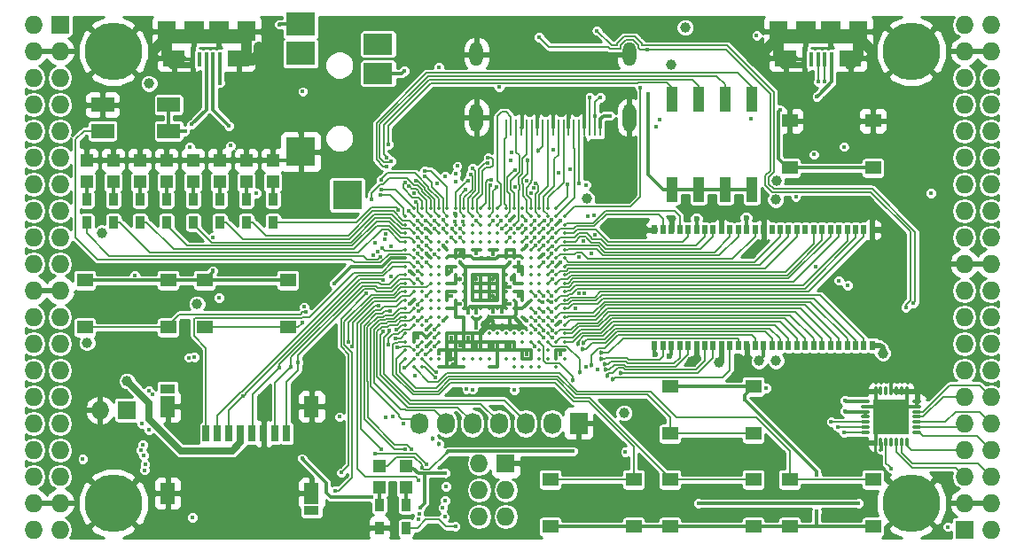
<source format=gtl>
G04 #@! TF.FileFunction,Copper,L1,Top,Signal*
%FSLAX46Y46*%
G04 Gerber Fmt 4.6, Leading zero omitted, Abs format (unit mm)*
G04 Created by KiCad (PCBNEW 4.0.7+dfsg1-1) date Thu Oct 12 22:02:37 2017*
%MOMM*%
%LPD*%
G01*
G04 APERTURE LIST*
%ADD10C,0.100000*%
%ADD11R,1.198880X1.198880*%
%ADD12R,0.560000X0.900000*%
%ADD13R,1.727200X1.727200*%
%ADD14O,1.727200X1.727200*%
%ADD15C,5.500000*%
%ADD16R,2.200000X1.400000*%
%ADD17R,0.900000X1.200000*%
%ADD18R,2.100000X1.600000*%
%ADD19R,1.900000X1.900000*%
%ADD20R,0.400000X1.350000*%
%ADD21R,1.800000X1.900000*%
%ADD22O,0.850000X0.300000*%
%ADD23O,0.300000X0.850000*%
%ADD24R,1.675000X1.675000*%
%ADD25R,1.727200X2.032000*%
%ADD26O,1.727200X2.032000*%
%ADD27R,2.800000X2.200000*%
%ADD28R,2.800000X2.800000*%
%ADD29R,2.800000X2.000000*%
%ADD30O,1.300000X2.700000*%
%ADD31O,1.300000X2.300000*%
%ADD32R,0.250000X1.600000*%
%ADD33R,1.550000X1.300000*%
%ADD34R,1.120000X2.440000*%
%ADD35C,0.350000*%
%ADD36R,0.700000X1.500000*%
%ADD37R,1.450000X0.900000*%
%ADD38R,1.450000X2.000000*%
%ADD39C,0.400000*%
%ADD40C,0.454000*%
%ADD41C,1.000000*%
%ADD42C,0.600000*%
%ADD43C,0.300000*%
%ADD44C,1.000000*%
%ADD45C,0.600000*%
%ADD46C,0.500000*%
%ADD47C,0.190000*%
%ADD48C,0.200000*%
%ADD49C,0.700000*%
%ADD50C,0.254000*%
G04 APERTURE END LIST*
D10*
D11*
X118230000Y-77709020D03*
X118230000Y-75610980D03*
X115690000Y-77709020D03*
X115690000Y-75610980D03*
X113150000Y-77709020D03*
X113150000Y-75610980D03*
X110610000Y-77709020D03*
X110610000Y-75610980D03*
X108070000Y-77709020D03*
X108070000Y-75610980D03*
X105530000Y-77709020D03*
X105530000Y-75610980D03*
X102990000Y-77709020D03*
X102990000Y-75610980D03*
X100450000Y-77709020D03*
X100450000Y-75610980D03*
D12*
X175480000Y-82270000D03*
X154680000Y-93330000D03*
X155480000Y-93330000D03*
X156280000Y-93330000D03*
X157080000Y-93330000D03*
X157880000Y-93330000D03*
X158680000Y-93330000D03*
X159480000Y-93330000D03*
X160280000Y-93330000D03*
X161080000Y-93330000D03*
X161880000Y-93330000D03*
X162680000Y-93330000D03*
X163480000Y-93330000D03*
X164280000Y-93330000D03*
X165080000Y-93330000D03*
X165880000Y-93330000D03*
X166680000Y-93330000D03*
X167480000Y-93330000D03*
X168280000Y-93330000D03*
X169080000Y-93330000D03*
X169880000Y-93330000D03*
X170680000Y-93330000D03*
X171480000Y-93330000D03*
X172280000Y-93330000D03*
X173080000Y-93330000D03*
X173880000Y-93330000D03*
X174680000Y-93330000D03*
X175480000Y-93330000D03*
X174680000Y-82270000D03*
X173880000Y-82270000D03*
X173080000Y-82270000D03*
X172280000Y-82270000D03*
X171480000Y-82270000D03*
X170680000Y-82270000D03*
X169880000Y-82270000D03*
X169080000Y-82270000D03*
X168280000Y-82270000D03*
X167480000Y-82270000D03*
X166680000Y-82270000D03*
X165880000Y-82270000D03*
X165080000Y-82270000D03*
X164280000Y-82270000D03*
X163480000Y-82270000D03*
X162680000Y-82270000D03*
X161880000Y-82270000D03*
X161080000Y-82270000D03*
X160280000Y-82270000D03*
X159480000Y-82270000D03*
X158680000Y-82270000D03*
X157880000Y-82270000D03*
X157080000Y-82270000D03*
X156280000Y-82270000D03*
X155480000Y-82270000D03*
X154680000Y-82270000D03*
D13*
X97910000Y-62690000D03*
D14*
X95370000Y-62690000D03*
X97910000Y-65230000D03*
X95370000Y-65230000D03*
X97910000Y-67770000D03*
X95370000Y-67770000D03*
X97910000Y-70310000D03*
X95370000Y-70310000D03*
X97910000Y-72850000D03*
X95370000Y-72850000D03*
X97910000Y-75390000D03*
X95370000Y-75390000D03*
X97910000Y-77930000D03*
X95370000Y-77930000D03*
X97910000Y-80470000D03*
X95370000Y-80470000D03*
X97910000Y-83010000D03*
X95370000Y-83010000D03*
X97910000Y-85550000D03*
X95370000Y-85550000D03*
X97910000Y-88090000D03*
X95370000Y-88090000D03*
X97910000Y-90630000D03*
X95370000Y-90630000D03*
X97910000Y-93170000D03*
X95370000Y-93170000D03*
X97910000Y-95710000D03*
X95370000Y-95710000D03*
X97910000Y-98250000D03*
X95370000Y-98250000D03*
X97910000Y-100790000D03*
X95370000Y-100790000D03*
X97910000Y-103330000D03*
X95370000Y-103330000D03*
X97910000Y-105870000D03*
X95370000Y-105870000D03*
X97910000Y-108410000D03*
X95370000Y-108410000D03*
X97910000Y-110950000D03*
X95370000Y-110950000D03*
D13*
X184270000Y-110950000D03*
D14*
X186810000Y-110950000D03*
X184270000Y-108410000D03*
X186810000Y-108410000D03*
X184270000Y-105870000D03*
X186810000Y-105870000D03*
X184270000Y-103330000D03*
X186810000Y-103330000D03*
X184270000Y-100790000D03*
X186810000Y-100790000D03*
X184270000Y-98250000D03*
X186810000Y-98250000D03*
X184270000Y-95710000D03*
X186810000Y-95710000D03*
X184270000Y-93170000D03*
X186810000Y-93170000D03*
X184270000Y-90630000D03*
X186810000Y-90630000D03*
X184270000Y-88090000D03*
X186810000Y-88090000D03*
X184270000Y-85550000D03*
X186810000Y-85550000D03*
X184270000Y-83010000D03*
X186810000Y-83010000D03*
X184270000Y-80470000D03*
X186810000Y-80470000D03*
X184270000Y-77930000D03*
X186810000Y-77930000D03*
X184270000Y-75390000D03*
X186810000Y-75390000D03*
X184270000Y-72850000D03*
X186810000Y-72850000D03*
X184270000Y-70310000D03*
X186810000Y-70310000D03*
X184270000Y-67770000D03*
X186810000Y-67770000D03*
X184270000Y-65230000D03*
X186810000Y-65230000D03*
X184270000Y-62690000D03*
X186810000Y-62690000D03*
D15*
X102990000Y-108410000D03*
X179190000Y-108410000D03*
X179190000Y-65230000D03*
X102990000Y-65230000D03*
D16*
X108274000Y-70330000D03*
X101974000Y-70330000D03*
X101974000Y-72830000D03*
X108274000Y-72830000D03*
D13*
X104260000Y-99520000D03*
D14*
X101720000Y-99520000D03*
D11*
X128390000Y-104820980D03*
X128390000Y-106919020D03*
X130930000Y-104820980D03*
X130930000Y-106919020D03*
D17*
X128390000Y-108580000D03*
X128390000Y-110780000D03*
X130930000Y-110780000D03*
X130930000Y-108580000D03*
D18*
X114980000Y-65875000D03*
X108780000Y-65875000D03*
D19*
X113080000Y-63325000D03*
X110680000Y-63325000D03*
D20*
X113180000Y-66000000D03*
X112530000Y-66000000D03*
X111880000Y-66000000D03*
X111230000Y-66000000D03*
X110580000Y-66000000D03*
D21*
X115680000Y-63325000D03*
X108080000Y-63325000D03*
D18*
X173400000Y-65875000D03*
X167200000Y-65875000D03*
D19*
X171500000Y-63325000D03*
X169100000Y-63325000D03*
D20*
X171600000Y-66000000D03*
X170950000Y-66000000D03*
X170300000Y-66000000D03*
X169650000Y-66000000D03*
X169000000Y-66000000D03*
D21*
X174100000Y-63325000D03*
X166500000Y-63325000D03*
D13*
X140455000Y-104600000D03*
D14*
X137915000Y-104600000D03*
X140455000Y-107140000D03*
X137915000Y-107140000D03*
X140455000Y-109680000D03*
X137915000Y-109680000D03*
D17*
X118230000Y-81570000D03*
X118230000Y-79370000D03*
X115690000Y-81570000D03*
X115690000Y-79370000D03*
X113150000Y-81570000D03*
X113150000Y-79370000D03*
X110610000Y-81570000D03*
X110610000Y-79370000D03*
X108070000Y-81570000D03*
X108070000Y-79370000D03*
X105530000Y-81570000D03*
X105530000Y-79370000D03*
X102990000Y-81570000D03*
X102990000Y-79370000D03*
X100450000Y-81570000D03*
X100450000Y-79370000D03*
D22*
X179735000Y-101655000D03*
X179735000Y-101155000D03*
X179735000Y-100655000D03*
X179735000Y-100155000D03*
X179735000Y-99655000D03*
X179735000Y-99155000D03*
X179735000Y-98655000D03*
D23*
X178785000Y-97705000D03*
X178285000Y-97705000D03*
X177785000Y-97705000D03*
X177285000Y-97705000D03*
X176785000Y-97705000D03*
X176285000Y-97705000D03*
X175785000Y-97705000D03*
D22*
X174835000Y-98655000D03*
X174835000Y-99155000D03*
X174835000Y-99655000D03*
X174835000Y-100155000D03*
X174835000Y-100655000D03*
X174835000Y-101155000D03*
X174835000Y-101655000D03*
D23*
X175785000Y-102605000D03*
X176285000Y-102605000D03*
X176785000Y-102605000D03*
X177285000Y-102605000D03*
X177785000Y-102605000D03*
X178285000Y-102605000D03*
X178785000Y-102605000D03*
D24*
X176447500Y-99317500D03*
X176447500Y-100992500D03*
X178122500Y-99317500D03*
X178122500Y-100992500D03*
D25*
X147440000Y-100790000D03*
D26*
X144900000Y-100790000D03*
X142360000Y-100790000D03*
X139820000Y-100790000D03*
X137280000Y-100790000D03*
X134740000Y-100790000D03*
X132200000Y-100790000D03*
D27*
X120880000Y-62640000D03*
X120880000Y-65440000D03*
D28*
X120880000Y-74840000D03*
X125330000Y-78940000D03*
D29*
X128280000Y-67340000D03*
X128280000Y-64540000D03*
D30*
X152280000Y-71550000D03*
X137680000Y-71550000D03*
D31*
X137680000Y-65500000D03*
D32*
X140480000Y-72500000D03*
X140980000Y-72500000D03*
X141480000Y-72500000D03*
X141980000Y-72500000D03*
X142480000Y-72500000D03*
X142980000Y-72500000D03*
X143480000Y-72500000D03*
X143980000Y-72500000D03*
X144480000Y-72500000D03*
X144980000Y-72500000D03*
X145480000Y-72500000D03*
X145980000Y-72500000D03*
X146480000Y-72500000D03*
X146980000Y-72500000D03*
X147480000Y-72500000D03*
X147980000Y-72500000D03*
X148480000Y-72500000D03*
X148980000Y-72500000D03*
X149480000Y-72500000D03*
D31*
X152280000Y-65500000D03*
D33*
X175550000Y-71870000D03*
X175550000Y-76370000D03*
X167590000Y-76370000D03*
X167590000Y-71870000D03*
X100280000Y-91610000D03*
X100280000Y-87110000D03*
X108240000Y-87110000D03*
X108240000Y-91610000D03*
X111710000Y-91610000D03*
X111710000Y-87110000D03*
X119670000Y-87110000D03*
X119670000Y-91610000D03*
X156160000Y-101770000D03*
X156160000Y-97270000D03*
X164120000Y-97270000D03*
X164120000Y-101770000D03*
X164120000Y-106160000D03*
X164120000Y-110660000D03*
X156160000Y-110660000D03*
X156160000Y-106160000D03*
X152690000Y-106160000D03*
X152690000Y-110660000D03*
X144730000Y-110660000D03*
X144730000Y-106160000D03*
X175550000Y-106160000D03*
X175550000Y-110660000D03*
X167590000Y-110660000D03*
X167590000Y-106160000D03*
D34*
X163950000Y-69815000D03*
X156330000Y-78425000D03*
X161410000Y-69815000D03*
X158870000Y-78425000D03*
X158870000Y-69815000D03*
X161410000Y-78425000D03*
X156330000Y-69815000D03*
X163950000Y-78425000D03*
D35*
X131680000Y-80200000D03*
X132480000Y-80200000D03*
X133280000Y-80200000D03*
X134080000Y-80200000D03*
X134880000Y-80200000D03*
X135680000Y-80200000D03*
X136480000Y-80200000D03*
X137280000Y-80200000D03*
X138080000Y-80200000D03*
X138880000Y-80200000D03*
X139680000Y-80200000D03*
X140480000Y-80200000D03*
X141280000Y-80200000D03*
X142080000Y-80200000D03*
X142880000Y-80200000D03*
X143680000Y-80200000D03*
X144480000Y-80200000D03*
X145280000Y-80200000D03*
X130880000Y-81000000D03*
X131680000Y-81000000D03*
X132480000Y-81000000D03*
X133280000Y-81000000D03*
X134080000Y-81000000D03*
X134880000Y-81000000D03*
X135680000Y-81000000D03*
X136480000Y-81000000D03*
X137280000Y-81000000D03*
X138080000Y-81000000D03*
X138880000Y-81000000D03*
X139680000Y-81000000D03*
X140480000Y-81000000D03*
X141280000Y-81000000D03*
X142080000Y-81000000D03*
X142880000Y-81000000D03*
X143680000Y-81000000D03*
X144480000Y-81000000D03*
X145280000Y-81000000D03*
X146080000Y-81000000D03*
X130880000Y-81800000D03*
X131680000Y-81800000D03*
X132480000Y-81800000D03*
X133280000Y-81800000D03*
X134080000Y-81800000D03*
X134880000Y-81800000D03*
X135680000Y-81800000D03*
X136480000Y-81800000D03*
X137280000Y-81800000D03*
X138080000Y-81800000D03*
X138880000Y-81800000D03*
X139680000Y-81800000D03*
X140480000Y-81800000D03*
X141280000Y-81800000D03*
X142080000Y-81800000D03*
X142880000Y-81800000D03*
X143680000Y-81800000D03*
X144480000Y-81800000D03*
X145280000Y-81800000D03*
X146080000Y-81800000D03*
X130880000Y-82600000D03*
X131680000Y-82600000D03*
X132480000Y-82600000D03*
X133280000Y-82600000D03*
X134080000Y-82600000D03*
X134880000Y-82600000D03*
X135680000Y-82600000D03*
X136480000Y-82600000D03*
X137280000Y-82600000D03*
X138080000Y-82600000D03*
X138880000Y-82600000D03*
X139680000Y-82600000D03*
X140480000Y-82600000D03*
X141280000Y-82600000D03*
X142080000Y-82600000D03*
X142880000Y-82600000D03*
X143680000Y-82600000D03*
X144480000Y-82600000D03*
X145280000Y-82600000D03*
X146080000Y-82600000D03*
X130880000Y-83400000D03*
X131680000Y-83400000D03*
X132480000Y-83400000D03*
X133280000Y-83400000D03*
X134080000Y-83400000D03*
X134880000Y-83400000D03*
X135680000Y-83400000D03*
X136480000Y-83400000D03*
X137280000Y-83400000D03*
X138080000Y-83400000D03*
X138880000Y-83400000D03*
X139680000Y-83400000D03*
X140480000Y-83400000D03*
X141280000Y-83400000D03*
X142080000Y-83400000D03*
X142880000Y-83400000D03*
X143680000Y-83400000D03*
X144480000Y-83400000D03*
X145280000Y-83400000D03*
X146080000Y-83400000D03*
X130880000Y-84200000D03*
X131680000Y-84200000D03*
X132480000Y-84200000D03*
X133280000Y-84200000D03*
X134080000Y-84200000D03*
X134880000Y-84200000D03*
X135680000Y-84200000D03*
X136480000Y-84200000D03*
X137280000Y-84200000D03*
X138080000Y-84200000D03*
X138880000Y-84200000D03*
X139680000Y-84200000D03*
X140480000Y-84200000D03*
X141280000Y-84200000D03*
X142080000Y-84200000D03*
X142880000Y-84200000D03*
X143680000Y-84200000D03*
X144480000Y-84200000D03*
X145280000Y-84200000D03*
X146080000Y-84200000D03*
X130880000Y-85000000D03*
X131680000Y-85000000D03*
X132480000Y-85000000D03*
X133280000Y-85000000D03*
X134080000Y-85000000D03*
X134880000Y-85000000D03*
X135680000Y-85000000D03*
X136480000Y-85000000D03*
X137280000Y-85000000D03*
X138080000Y-85000000D03*
X138880000Y-85000000D03*
X139680000Y-85000000D03*
X140480000Y-85000000D03*
X141280000Y-85000000D03*
X142080000Y-85000000D03*
X142880000Y-85000000D03*
X143680000Y-85000000D03*
X144480000Y-85000000D03*
X145280000Y-85000000D03*
X146080000Y-85000000D03*
X130880000Y-85800000D03*
X131680000Y-85800000D03*
X132480000Y-85800000D03*
X133280000Y-85800000D03*
X134080000Y-85800000D03*
X134880000Y-85800000D03*
X135680000Y-85800000D03*
X136480000Y-85800000D03*
X137280000Y-85800000D03*
X138080000Y-85800000D03*
X138880000Y-85800000D03*
X139680000Y-85800000D03*
X140480000Y-85800000D03*
X141280000Y-85800000D03*
X142080000Y-85800000D03*
X142880000Y-85800000D03*
X143680000Y-85800000D03*
X144480000Y-85800000D03*
X145280000Y-85800000D03*
X146080000Y-85800000D03*
X130880000Y-86600000D03*
X131680000Y-86600000D03*
X132480000Y-86600000D03*
X133280000Y-86600000D03*
X134080000Y-86600000D03*
X134880000Y-86600000D03*
X135680000Y-86600000D03*
X136480000Y-86600000D03*
X137280000Y-86600000D03*
X138080000Y-86600000D03*
X138880000Y-86600000D03*
X139680000Y-86600000D03*
X140480000Y-86600000D03*
X141280000Y-86600000D03*
X142080000Y-86600000D03*
X142880000Y-86600000D03*
X143680000Y-86600000D03*
X144480000Y-86600000D03*
X145280000Y-86600000D03*
X146080000Y-86600000D03*
X130880000Y-87400000D03*
X131680000Y-87400000D03*
X132480000Y-87400000D03*
X133280000Y-87400000D03*
X134080000Y-87400000D03*
X134880000Y-87400000D03*
X135680000Y-87400000D03*
X136480000Y-87400000D03*
X137280000Y-87400000D03*
X138080000Y-87400000D03*
X138880000Y-87400000D03*
X139680000Y-87400000D03*
X140480000Y-87400000D03*
X141280000Y-87400000D03*
X142080000Y-87400000D03*
X142880000Y-87400000D03*
X143680000Y-87400000D03*
X144480000Y-87400000D03*
X145280000Y-87400000D03*
X146080000Y-87400000D03*
X130880000Y-88200000D03*
X131680000Y-88200000D03*
X132480000Y-88200000D03*
X133280000Y-88200000D03*
X134080000Y-88200000D03*
X134880000Y-88200000D03*
X135680000Y-88200000D03*
X136480000Y-88200000D03*
X137280000Y-88200000D03*
X138080000Y-88200000D03*
X138880000Y-88200000D03*
X139680000Y-88200000D03*
X140480000Y-88200000D03*
X141280000Y-88200000D03*
X142080000Y-88200000D03*
X142880000Y-88200000D03*
X143680000Y-88200000D03*
X144480000Y-88200000D03*
X145280000Y-88200000D03*
X146080000Y-88200000D03*
X130880000Y-89000000D03*
X131680000Y-89000000D03*
X132480000Y-89000000D03*
X133280000Y-89000000D03*
X134080000Y-89000000D03*
X134880000Y-89000000D03*
X135680000Y-89000000D03*
X136480000Y-89000000D03*
X137280000Y-89000000D03*
X138080000Y-89000000D03*
X138880000Y-89000000D03*
X139680000Y-89000000D03*
X140480000Y-89000000D03*
X141280000Y-89000000D03*
X142080000Y-89000000D03*
X142880000Y-89000000D03*
X143680000Y-89000000D03*
X144480000Y-89000000D03*
X145280000Y-89000000D03*
X146080000Y-89000000D03*
X130880000Y-89800000D03*
X131680000Y-89800000D03*
X132480000Y-89800000D03*
X133280000Y-89800000D03*
X134080000Y-89800000D03*
X134880000Y-89800000D03*
X135680000Y-89800000D03*
X136480000Y-89800000D03*
X137280000Y-89800000D03*
X138080000Y-89800000D03*
X138880000Y-89800000D03*
X139680000Y-89800000D03*
X140480000Y-89800000D03*
X141280000Y-89800000D03*
X142080000Y-89800000D03*
X142880000Y-89800000D03*
X143680000Y-89800000D03*
X144480000Y-89800000D03*
X145280000Y-89800000D03*
X146080000Y-89800000D03*
X130880000Y-90600000D03*
X131680000Y-90600000D03*
X132480000Y-90600000D03*
X133280000Y-90600000D03*
X134080000Y-90600000D03*
X134880000Y-90600000D03*
X135680000Y-90600000D03*
X136480000Y-90600000D03*
X137280000Y-90600000D03*
X138080000Y-90600000D03*
X138880000Y-90600000D03*
X139680000Y-90600000D03*
X140480000Y-90600000D03*
X141280000Y-90600000D03*
X142080000Y-90600000D03*
X142880000Y-90600000D03*
X143680000Y-90600000D03*
X144480000Y-90600000D03*
X145280000Y-90600000D03*
X146080000Y-90600000D03*
X130880000Y-91400000D03*
X131680000Y-91400000D03*
X132480000Y-91400000D03*
X133280000Y-91400000D03*
X134080000Y-91400000D03*
X142880000Y-91400000D03*
X143680000Y-91400000D03*
X144480000Y-91400000D03*
X145280000Y-91400000D03*
X146080000Y-91400000D03*
X130880000Y-92200000D03*
X131680000Y-92200000D03*
X132480000Y-92200000D03*
X133280000Y-92200000D03*
X134080000Y-92200000D03*
X134880000Y-92200000D03*
X135680000Y-92200000D03*
X136480000Y-92200000D03*
X137280000Y-92200000D03*
X138080000Y-92200000D03*
X138880000Y-92200000D03*
X139680000Y-92200000D03*
X140480000Y-92200000D03*
X141280000Y-92200000D03*
X142080000Y-92200000D03*
X142880000Y-92200000D03*
X143680000Y-92200000D03*
X144480000Y-92200000D03*
X145280000Y-92200000D03*
X146080000Y-92200000D03*
X130880000Y-93000000D03*
X131680000Y-93000000D03*
X132480000Y-93000000D03*
X133280000Y-93000000D03*
X134080000Y-93000000D03*
X134880000Y-93000000D03*
X135680000Y-93000000D03*
X136480000Y-93000000D03*
X137280000Y-93000000D03*
X138080000Y-93000000D03*
X138880000Y-93000000D03*
X139680000Y-93000000D03*
X140480000Y-93000000D03*
X141280000Y-93000000D03*
X142080000Y-93000000D03*
X142880000Y-93000000D03*
X143680000Y-93000000D03*
X144480000Y-93000000D03*
X145280000Y-93000000D03*
X146080000Y-93000000D03*
X130880000Y-93800000D03*
X131680000Y-93800000D03*
X132480000Y-93800000D03*
X133280000Y-93800000D03*
X134080000Y-93800000D03*
X134880000Y-93800000D03*
X135680000Y-93800000D03*
X136480000Y-93800000D03*
X137280000Y-93800000D03*
X138080000Y-93800000D03*
X138880000Y-93800000D03*
X139680000Y-93800000D03*
X140480000Y-93800000D03*
X141280000Y-93800000D03*
X142080000Y-93800000D03*
X142880000Y-93800000D03*
X143680000Y-93800000D03*
X144480000Y-93800000D03*
X145280000Y-93800000D03*
X146080000Y-93800000D03*
X130880000Y-94600000D03*
X131680000Y-94600000D03*
X132480000Y-94600000D03*
X133280000Y-94600000D03*
X134080000Y-94600000D03*
X134880000Y-94600000D03*
X135680000Y-94600000D03*
X136480000Y-94600000D03*
X137280000Y-94600000D03*
X138080000Y-94600000D03*
X138880000Y-94600000D03*
X139680000Y-94600000D03*
X140480000Y-94600000D03*
X141280000Y-94600000D03*
X142080000Y-94600000D03*
X142880000Y-94600000D03*
X143680000Y-94600000D03*
X144480000Y-94600000D03*
X145280000Y-94600000D03*
X146080000Y-94600000D03*
X131680000Y-95400000D03*
X132480000Y-95400000D03*
X134080000Y-95400000D03*
X134880000Y-95400000D03*
X135680000Y-95400000D03*
X136480000Y-95400000D03*
X138880000Y-95400000D03*
X139680000Y-95400000D03*
X141280000Y-95400000D03*
X142080000Y-95400000D03*
X142880000Y-95400000D03*
X143680000Y-95400000D03*
X145280000Y-95400000D03*
D36*
X111855000Y-101765000D03*
X112955000Y-101765000D03*
X114055000Y-101765000D03*
X115155000Y-101765000D03*
X116255000Y-101765000D03*
X117355000Y-101765000D03*
X118455000Y-101765000D03*
X119555000Y-101765000D03*
D37*
X108180000Y-97465000D03*
X121930000Y-109115000D03*
D38*
X121930000Y-99165000D03*
X108180000Y-99165000D03*
X108180000Y-107465000D03*
X121930000Y-107465000D03*
D39*
X135172669Y-94689483D03*
X136095958Y-93369652D03*
X135456992Y-95118806D03*
X134113023Y-94099076D03*
D40*
X139264636Y-91615205D03*
D39*
X139575609Y-69792857D03*
D41*
X116880503Y-64802940D03*
X106974809Y-64953974D03*
X175210328Y-64948943D03*
X165417246Y-64954666D03*
D39*
X175495631Y-71457432D03*
X146468970Y-70993942D03*
X144978424Y-71024054D03*
X143480350Y-71016526D03*
X142000564Y-71008511D03*
X147987361Y-71377791D03*
X144102010Y-84600000D03*
X132880424Y-84561218D03*
X135567436Y-80702302D03*
X132810347Y-82177990D03*
X145713035Y-91022010D03*
X145680000Y-94177990D03*
X177285000Y-95710000D03*
D41*
X177229911Y-82281349D03*
D39*
X170046000Y-85804000D03*
D42*
X164741832Y-81130572D03*
D39*
X120770000Y-72215000D03*
D42*
X161067993Y-81216119D03*
D41*
X158233687Y-94852616D03*
X162992748Y-94820185D03*
D42*
X156280000Y-81210838D03*
D39*
X131254529Y-86251357D03*
X140880000Y-81400000D03*
X136085174Y-89394826D03*
X145680000Y-81400000D03*
X150080000Y-81600000D03*
X131280000Y-89400000D03*
X140874194Y-91433353D03*
X145680000Y-85422010D03*
X142480000Y-94200000D03*
X140880000Y-93400000D03*
X139280000Y-93400000D03*
X137680000Y-93400000D03*
X136880000Y-92600000D03*
X135280000Y-92600000D03*
X132880000Y-91800000D03*
X132880000Y-93400000D03*
D40*
X141042859Y-86994997D03*
X139280000Y-87000000D03*
X136110990Y-86995403D03*
X137680000Y-87000000D03*
X136080000Y-84600000D03*
X139280000Y-88600000D03*
D39*
X121003132Y-104131127D03*
X127656639Y-107816792D03*
D41*
X156235582Y-66548363D03*
X166321614Y-77572282D03*
X166248957Y-79408030D03*
X101932065Y-82585048D03*
X106417803Y-68312483D03*
X166280000Y-94800000D03*
D39*
X150457224Y-71377791D03*
X172289562Y-87124051D03*
D41*
X157600000Y-62944000D03*
D39*
X148160764Y-77980787D03*
X154794000Y-72426000D03*
D41*
X148202000Y-79327000D03*
D39*
X129005202Y-100174798D03*
X137659051Y-91638034D03*
X139820000Y-68665673D03*
X172834633Y-99599920D03*
X172879922Y-98618650D03*
X176305593Y-103279812D03*
X165349214Y-97422919D03*
D41*
X160875897Y-94988750D03*
D39*
X164433885Y-63737451D03*
X134079160Y-66786153D03*
X109828000Y-72830000D03*
X116654336Y-78777990D03*
D41*
X176474303Y-94069095D03*
D39*
X173094000Y-87582000D03*
D41*
X100479904Y-93063904D03*
D42*
X163422030Y-81120665D03*
X154726292Y-94171363D03*
X156077107Y-94380779D03*
X158680000Y-81210838D03*
D39*
X112515000Y-83010000D03*
X181065000Y-78785000D03*
X110529662Y-109760338D03*
X100080000Y-104200000D03*
X113080000Y-88800000D03*
D41*
X164653770Y-94825547D03*
D39*
X135273306Y-88618602D03*
X139272517Y-84611349D03*
X137680556Y-84534085D03*
X141680000Y-86200000D03*
X135280000Y-86200000D03*
X132880000Y-92600000D03*
X132080000Y-92600000D03*
X141680000Y-88600000D03*
X141680000Y-85400000D03*
D41*
X151758000Y-99774000D03*
D39*
X136885174Y-90194826D03*
X140094890Y-90122990D03*
X139280000Y-90122990D03*
X140880000Y-89400000D03*
X137680000Y-90172990D03*
X140880000Y-87800000D03*
X140880000Y-85400000D03*
D40*
X136080000Y-85400000D03*
D39*
X121369010Y-90164222D03*
X130022933Y-91834237D03*
X121041200Y-91125073D03*
X129902064Y-92678248D03*
D41*
X110991000Y-89360000D03*
D39*
X142480000Y-91000000D03*
X142480000Y-83800000D03*
X134480000Y-83800000D03*
X134480000Y-91000000D03*
X105037711Y-86632990D03*
X155149360Y-71764535D03*
X121086654Y-69078528D03*
X170182962Y-69571012D03*
X174110000Y-108410000D03*
X158870000Y-108410000D03*
X137295592Y-97538017D03*
X134750646Y-106810513D03*
X133680000Y-91800000D03*
D40*
X134074414Y-102752225D03*
D39*
X136740903Y-97514503D03*
X134675868Y-108131585D03*
D40*
X133449289Y-102232615D03*
D39*
X133680000Y-92600000D03*
X127951328Y-103666396D03*
X132936956Y-104698915D03*
X134463998Y-108841973D03*
X133685668Y-93402482D03*
X130692380Y-100790000D03*
X131808905Y-96227367D03*
X134636872Y-109719950D03*
X132846234Y-94197073D03*
X118858690Y-62658970D03*
X130761990Y-67119621D03*
X148477832Y-69619684D03*
X149475951Y-69619684D03*
X148991194Y-71377791D03*
X153984196Y-65077116D03*
X153322343Y-68673419D03*
X143650666Y-63862520D03*
X178665908Y-89713903D03*
X149183754Y-63257114D03*
X179375977Y-89317806D03*
X140035989Y-81400000D03*
X115404683Y-98167821D03*
X128776655Y-87110882D03*
X132077895Y-86272150D03*
X118843798Y-95498222D03*
D40*
X119978162Y-95412951D03*
X120634035Y-94977604D03*
D39*
X113212238Y-68244401D03*
X146387166Y-77939336D03*
X147480000Y-77822010D03*
X131453853Y-103260518D03*
X144891634Y-91008466D03*
D40*
X148653935Y-95249010D03*
X149565978Y-94054788D03*
D39*
X144867244Y-90164455D03*
D40*
X150720500Y-96575802D03*
D39*
X144890381Y-83866022D03*
D40*
X151448039Y-95951686D03*
D39*
X144894101Y-83022010D03*
D40*
X150149219Y-96229829D03*
D39*
X144901285Y-86268736D03*
D40*
X150033441Y-95660469D03*
D39*
X144888562Y-86993817D03*
D40*
X149952517Y-95085120D03*
D39*
X144877648Y-88622010D03*
D40*
X149584522Y-94635504D03*
D39*
X144810610Y-89177990D03*
X144895773Y-91874444D03*
D40*
X147777713Y-93691005D03*
X147356233Y-93219138D03*
D39*
X144102010Y-92600000D03*
D40*
X147915304Y-93060979D03*
D39*
X144882352Y-92577990D03*
X130807074Y-95454141D03*
X130141304Y-93529144D03*
X132080000Y-93400000D03*
X129254670Y-93244631D03*
X133852393Y-95875797D03*
X141280000Y-97600000D03*
X133762848Y-96395146D03*
X132080000Y-94200000D03*
X128669601Y-84020243D03*
X105906712Y-103816552D03*
X130839486Y-103260518D03*
X129459184Y-90039192D03*
X132080000Y-89444020D03*
X128602801Y-103260518D03*
X132162861Y-106185868D03*
X128321313Y-89539949D03*
X132880000Y-88600000D03*
X124741825Y-105494691D03*
X127145130Y-88379076D03*
X132080000Y-87000000D03*
X125827283Y-93452662D03*
X124202418Y-107207639D03*
D40*
X142530990Y-75662841D03*
X143525587Y-74749772D03*
D39*
X110313517Y-74380698D03*
X132146108Y-109940263D03*
X114166000Y-74247000D03*
X132189000Y-109415000D03*
X135694981Y-77648547D03*
X135567436Y-81489225D03*
X134702010Y-77200000D03*
X134471354Y-81347908D03*
X132761172Y-77202673D03*
X132737245Y-76676207D03*
X128545566Y-77476577D03*
X127643658Y-79355564D03*
X110718734Y-94451783D03*
X128515897Y-78994176D03*
X110193102Y-94489889D03*
X128569727Y-78469921D03*
X106368514Y-97662752D03*
X131230910Y-78113843D03*
X106741168Y-98035405D03*
X131709326Y-78745875D03*
X132783332Y-81399993D03*
X129016746Y-82660638D03*
X105679715Y-100783924D03*
X132084821Y-83022010D03*
X128948848Y-83183258D03*
X106401171Y-101377901D03*
X132886504Y-83777990D03*
X129513931Y-83860979D03*
X105803161Y-102850427D03*
X132117443Y-83866021D03*
X127966259Y-83527946D03*
X105651866Y-103355255D03*
X132079996Y-84503337D03*
X128256283Y-84387285D03*
X106023598Y-104697574D03*
X133671942Y-84595200D03*
X127824162Y-84688968D03*
X105973679Y-105248709D03*
X132875802Y-85428138D03*
D40*
X146862501Y-96617499D03*
X147534467Y-95913260D03*
D39*
X148102806Y-95339021D03*
X143280000Y-91000000D03*
X149207706Y-95605291D03*
X144082424Y-90132858D03*
X143989948Y-89177990D03*
X147125926Y-89802879D03*
X143281824Y-90201951D03*
X144102010Y-85397219D03*
X147422472Y-84858593D03*
X144886544Y-85385186D03*
X144102010Y-83000000D03*
X148975652Y-82755341D03*
X144885092Y-82177990D03*
X147470668Y-88324835D03*
X144082832Y-88584510D03*
X147997681Y-88324844D03*
X143278026Y-88595030D03*
X144102010Y-82185600D03*
X148935852Y-80899014D03*
X148337768Y-80975785D03*
X144866392Y-81333979D03*
X139280000Y-81400000D03*
X139585116Y-78205862D03*
X138968064Y-78040948D03*
X139049357Y-77520244D03*
X138775679Y-75942989D03*
X138779198Y-75400762D03*
X137680000Y-81400000D03*
X137308732Y-76415018D03*
X137106948Y-76979922D03*
X136856003Y-77562978D03*
X136634118Y-78451672D03*
X135830698Y-76200613D03*
X136411444Y-81497309D03*
X148668800Y-84550385D03*
X144877691Y-84532933D03*
X144102010Y-83800000D03*
X147894174Y-83335809D03*
X142852716Y-78759927D03*
X142473549Y-82998913D03*
X143105106Y-78295223D03*
X142396423Y-82191394D03*
X145494012Y-76834828D03*
X144146021Y-81374784D03*
X143331797Y-77819457D03*
X146627648Y-76461302D03*
X143257990Y-82207154D03*
X143257990Y-81379632D03*
X141380161Y-78226966D03*
X145017056Y-74655847D03*
X141657990Y-82130345D03*
X142413979Y-81382236D03*
X140080000Y-82200000D03*
X141342967Y-76554996D03*
X141046643Y-74873804D03*
X140864029Y-83041403D03*
X140980062Y-75681941D03*
X140924011Y-82179283D03*
X129542604Y-86703515D03*
X132880000Y-83022010D03*
X132080000Y-82177990D03*
X132080000Y-81400000D03*
X131847310Y-79589886D03*
X130856828Y-77742623D03*
X131923295Y-77584853D03*
X133654358Y-82177990D03*
X133627343Y-81396408D03*
X129336756Y-91938993D03*
X132880000Y-91000000D03*
X128770628Y-92009836D03*
X132077648Y-90977990D03*
X130196821Y-80377733D03*
X131180000Y-80500000D03*
X128489708Y-84867377D03*
X132079620Y-85428138D03*
X163908850Y-71651861D03*
X134501414Y-82177578D03*
X133922194Y-77854836D03*
X135656559Y-110610712D03*
X132448438Y-104994496D03*
X146844288Y-103452739D03*
X134707351Y-105508447D03*
X132280000Y-108800000D03*
D41*
X104309083Y-96731596D03*
D39*
X112515000Y-86185000D03*
X163277422Y-98501717D03*
X170126036Y-109212466D03*
X170157734Y-105666345D03*
X169895346Y-75092988D03*
X143257990Y-83000000D03*
X168166438Y-79108038D03*
X151896383Y-103510715D03*
X114039000Y-72342000D03*
X110483000Y-72215000D03*
X177274002Y-105079115D03*
X143258015Y-93423150D03*
X172761273Y-101651681D03*
X143280000Y-91800000D03*
X172193360Y-101105663D03*
X144064831Y-91877646D03*
X171540304Y-100645743D03*
X144080000Y-91000000D03*
X154044000Y-69294000D03*
X129061632Y-76229575D03*
X135280000Y-83022010D03*
X129493343Y-75737814D03*
X136080000Y-83000000D03*
X129122249Y-75363607D03*
X135345425Y-82176814D03*
X135725421Y-76909376D03*
X129252218Y-74142461D03*
X136080000Y-82200000D03*
X172746637Y-74347988D03*
X143280000Y-83800000D03*
X142480000Y-77600000D03*
X170300000Y-68151000D03*
X170950000Y-68125562D03*
X125480000Y-93000000D03*
X121206217Y-89662983D03*
X132156079Y-90030946D03*
X182654362Y-110665838D03*
X124080000Y-87400000D03*
X124080000Y-87400000D03*
X166678914Y-70803555D03*
X129660000Y-100155000D03*
X124580000Y-100155000D03*
D43*
X135172669Y-94406641D02*
X135172669Y-94689483D01*
X135172669Y-93907331D02*
X135172669Y-94406641D01*
X136095958Y-93086810D02*
X136095958Y-93369652D01*
X135280000Y-93800000D02*
X135172669Y-93907331D01*
X136080000Y-93000000D02*
X136095958Y-93015958D01*
X135256993Y-95376993D02*
X135256993Y-95318805D01*
X136095958Y-93015958D02*
X136095958Y-93086810D01*
X135280000Y-95400000D02*
X135256993Y-95376993D01*
X135256993Y-95318805D02*
X135456992Y-95118806D01*
X134080000Y-93800000D02*
X134080000Y-94066053D01*
X134080000Y-94066053D02*
X134113023Y-94099076D01*
X139264636Y-91294179D02*
X139264636Y-91615205D01*
X139264636Y-90984636D02*
X139264636Y-91294179D01*
X138880000Y-90600000D02*
X139264636Y-90984636D01*
X139858451Y-69792857D02*
X139575609Y-69792857D01*
X140192348Y-69792857D02*
X139858451Y-69792857D01*
X140785205Y-69200000D02*
X140192348Y-69792857D01*
X141880000Y-69200000D02*
X140785205Y-69200000D01*
D44*
X116880503Y-65510046D02*
X116880503Y-64802940D01*
X116265561Y-66124988D02*
X116880503Y-65510046D01*
X115680000Y-65910000D02*
X115894988Y-66124988D01*
X115680000Y-63960000D02*
X115680000Y-65910000D01*
X115894988Y-66124988D02*
X116265561Y-66124988D01*
X107474808Y-64453975D02*
X106974809Y-64953974D01*
X107968783Y-63960000D02*
X107474808Y-64453975D01*
X108080000Y-63960000D02*
X107968783Y-63960000D01*
X174710329Y-64448944D02*
X175210328Y-64948943D01*
X174100000Y-63960000D02*
X174221385Y-63960000D01*
X174221385Y-63960000D02*
X174710329Y-64448944D01*
X165917245Y-64454667D02*
X165417246Y-64954666D01*
X166411912Y-63960000D02*
X165917245Y-64454667D01*
X166500000Y-63960000D02*
X166411912Y-63960000D01*
D43*
X175495631Y-71740274D02*
X175495631Y-71457432D01*
X175495631Y-72230631D02*
X175495631Y-71740274D01*
X175535000Y-72270000D02*
X175495631Y-72230631D01*
X143480000Y-72500000D02*
X143480000Y-71016876D01*
X143480000Y-71016876D02*
X143480350Y-71016526D01*
X144980000Y-72500000D02*
X144980000Y-71025630D01*
X144980000Y-71025630D02*
X144978424Y-71024054D01*
X146480000Y-72500000D02*
X146480000Y-71004972D01*
X146480000Y-71004972D02*
X146468970Y-70993942D01*
X147980000Y-72500000D02*
X147980000Y-71385152D01*
X147980000Y-71385152D02*
X147987361Y-71377791D01*
X146468970Y-70711100D02*
X146468970Y-70993942D01*
X146468970Y-69211030D02*
X146468970Y-70711100D01*
X146480000Y-69200000D02*
X146468970Y-69211030D01*
X144978424Y-70741212D02*
X144978424Y-71024054D01*
X144978424Y-69201576D02*
X144978424Y-70741212D01*
X144980000Y-69200000D02*
X144978424Y-69201576D01*
X143480350Y-70733684D02*
X143480350Y-71016526D01*
X143480350Y-69200350D02*
X143480350Y-70733684D01*
X143480000Y-69200000D02*
X143480350Y-69200350D01*
X142000564Y-71008511D02*
X142000564Y-72479436D01*
X142000564Y-72479436D02*
X141980000Y-72500000D01*
X142000564Y-70725669D02*
X142000564Y-71008511D01*
X142000564Y-69320564D02*
X142000564Y-70725669D01*
X141880000Y-69200000D02*
X142000564Y-69320564D01*
X146480000Y-69200000D02*
X147780000Y-69200000D01*
X147780000Y-69200000D02*
X147940542Y-69360542D01*
X147987361Y-71094949D02*
X147987361Y-71377791D01*
X147940542Y-71048130D02*
X147987361Y-71094949D01*
X147940542Y-69360542D02*
X147940542Y-71048130D01*
D45*
X108780000Y-66510000D02*
X110455000Y-66510000D01*
D43*
X110455000Y-66510000D02*
X110580000Y-66635000D01*
D44*
X108080000Y-63960000D02*
X108080000Y-65810000D01*
X108080000Y-65810000D02*
X108780000Y-66510000D01*
X115680000Y-63960000D02*
X115680000Y-65810000D01*
D43*
X115680000Y-65810000D02*
X114980000Y-66510000D01*
D44*
X113080000Y-63960000D02*
X115680000Y-63960000D01*
X110680000Y-63960000D02*
X113080000Y-63960000D01*
X108080000Y-63960000D02*
X110680000Y-63960000D01*
D45*
X167200000Y-66510000D02*
X168875000Y-66510000D01*
D43*
X168875000Y-66510000D02*
X169000000Y-66635000D01*
D44*
X174100000Y-63960000D02*
X174100000Y-65810000D01*
X174100000Y-65810000D02*
X173400000Y-66510000D01*
X166500000Y-63960000D02*
X166500000Y-65810000D01*
X166500000Y-65810000D02*
X167200000Y-66510000D01*
X171500000Y-63960000D02*
X174100000Y-63960000D01*
X169100000Y-63960000D02*
X171500000Y-63960000D01*
X166500000Y-63960000D02*
X169100000Y-63960000D01*
D43*
X143680000Y-85000000D02*
X144080000Y-84600000D01*
X144080000Y-84600000D02*
X144102010Y-84600000D01*
X132880424Y-84600424D02*
X132880424Y-84561218D01*
X133280000Y-85000000D02*
X132880424Y-84600424D01*
X135680000Y-80752513D02*
X135629789Y-80702302D01*
X135629789Y-80702302D02*
X135567436Y-80702302D01*
X135680000Y-81000000D02*
X135680000Y-80752513D01*
X132857990Y-82177990D02*
X132810347Y-82177990D01*
X133280000Y-82600000D02*
X132857990Y-82177990D01*
X145657990Y-91022010D02*
X145713035Y-91022010D01*
X145280000Y-91400000D02*
X145657990Y-91022010D01*
X145680000Y-93800000D02*
X145680000Y-94177990D01*
X178785000Y-97705000D02*
X178785000Y-98655000D01*
X178785000Y-98655000D02*
X178122500Y-99317500D01*
X176285000Y-97705000D02*
X175785000Y-97705000D01*
X175785000Y-102605000D02*
X175785000Y-101655000D01*
X175785000Y-101655000D02*
X176447500Y-100992500D01*
X178122500Y-99317500D02*
X178122500Y-100992500D01*
X176447500Y-99317500D02*
X178122500Y-99317500D01*
X176447500Y-100992500D02*
X178122500Y-100992500D01*
X177285000Y-97705000D02*
X177285000Y-95710000D01*
X178122500Y-99317500D02*
X178285000Y-99155000D01*
X178285000Y-99155000D02*
X179735000Y-99155000D01*
X179735000Y-98655000D02*
X179735000Y-99155000D01*
X177785000Y-97705000D02*
X177920000Y-97705000D01*
X177920000Y-97705000D02*
X178285000Y-97705000D01*
X178285000Y-97705000D02*
X178785000Y-97705000D01*
X177285000Y-97705000D02*
X177785000Y-97705000D01*
X175785000Y-97705000D02*
X175785000Y-98655000D01*
X175785000Y-98655000D02*
X176447500Y-99317500D01*
X174835000Y-99155000D02*
X176285000Y-99155000D01*
X176285000Y-99155000D02*
X176447500Y-99317500D01*
X177241260Y-82270000D02*
X177229911Y-82281349D01*
X164941831Y-81330571D02*
X164741832Y-81130572D01*
X165080000Y-81468740D02*
X164941831Y-81330571D01*
X165080000Y-82270000D02*
X165080000Y-81468740D01*
X120770000Y-73030000D02*
X120770000Y-72215000D01*
X120880000Y-74840000D02*
X120880000Y-73140000D01*
X120880000Y-73140000D02*
X120770000Y-73030000D01*
X118230000Y-75610980D02*
X120109020Y-75610980D01*
X120109020Y-75610980D02*
X120880000Y-74840000D01*
X142280000Y-69200000D02*
X141880000Y-69200000D01*
X161080000Y-81228126D02*
X161067993Y-81216119D01*
X161080000Y-82270000D02*
X161080000Y-81228126D01*
D46*
X175480000Y-82270000D02*
X177241260Y-82270000D01*
D43*
X158680000Y-94406303D02*
X158433686Y-94652617D01*
X158433686Y-94652617D02*
X158233687Y-94852616D01*
X158680000Y-93330000D02*
X158680000Y-94406303D01*
X163192747Y-94620186D02*
X162992748Y-94820185D01*
X163480000Y-94332933D02*
X163192747Y-94620186D01*
X163480000Y-93330000D02*
X163480000Y-94332933D01*
X156280000Y-82270000D02*
X156280000Y-81210838D01*
X131331357Y-86251357D02*
X131254529Y-86251357D01*
X131680000Y-86600000D02*
X131331357Y-86251357D01*
X141280000Y-81000000D02*
X140880000Y-81400000D01*
X135685174Y-89394826D02*
X135802332Y-89394826D01*
X135680000Y-89400000D02*
X135685174Y-89394826D01*
X135802332Y-89394826D02*
X136085174Y-89394826D01*
X135054999Y-84825001D02*
X137080000Y-84825001D01*
X137280000Y-85000000D02*
X137105001Y-84825001D01*
X137105001Y-84825001D02*
X137080000Y-84825001D01*
X138280000Y-85088351D02*
X137368351Y-85088351D01*
X137368351Y-85088351D02*
X137280000Y-85000000D01*
X139680000Y-86600000D02*
X139280000Y-87000000D01*
X139680000Y-88200000D02*
X139680000Y-89000000D01*
X139680000Y-87400000D02*
X139680000Y-88200000D01*
X139680000Y-86600000D02*
X139680000Y-87400000D01*
X137280000Y-88200000D02*
X137280000Y-89000000D01*
X137280000Y-87400000D02*
X137280000Y-88200000D01*
X137280000Y-86600000D02*
X137280000Y-87400000D01*
X138880000Y-87400000D02*
X138880000Y-88200000D01*
X138880000Y-86600000D02*
X138880000Y-87400000D01*
X138080000Y-87400000D02*
X138080000Y-86600000D01*
X138080000Y-88200000D02*
X138080000Y-87400000D01*
X138080000Y-89000000D02*
X138080000Y-88200000D01*
X138080000Y-88200000D02*
X138880000Y-88200000D01*
X138080000Y-87400000D02*
X138880000Y-87400000D01*
X137280000Y-87400000D02*
X138080000Y-87400000D01*
X145454999Y-81625001D02*
X145680000Y-81400000D01*
X145280000Y-81800000D02*
X145454999Y-81625001D01*
X153430000Y-81600000D02*
X150080000Y-81600000D01*
X154680000Y-82270000D02*
X154100000Y-82270000D01*
X154100000Y-82270000D02*
X153430000Y-81600000D01*
X141480000Y-89800000D02*
X141480000Y-89200000D01*
X141480000Y-89200000D02*
X141280000Y-89000000D01*
X141280000Y-89800000D02*
X141480000Y-89800000D01*
X141480000Y-89800000D02*
X142080000Y-89800000D01*
X141454999Y-90425001D02*
X141454999Y-89825001D01*
X141454999Y-89825001D02*
X141480000Y-89800000D01*
X131680000Y-89000000D02*
X131280000Y-89400000D01*
X140874194Y-90605806D02*
X140874194Y-91150511D01*
X140880000Y-90600000D02*
X140874194Y-90605806D01*
X140874194Y-91150511D02*
X140874194Y-91433353D01*
X140480000Y-90600000D02*
X140880000Y-90600000D01*
X140880000Y-90600000D02*
X141280000Y-90600000D01*
X139680000Y-90600000D02*
X140480000Y-90600000D01*
X138880000Y-90600000D02*
X139680000Y-90600000D01*
X145280000Y-85800000D02*
X145657990Y-85422010D01*
X145657990Y-85422010D02*
X145680000Y-85422010D01*
X141280000Y-85000000D02*
X141280000Y-84800000D01*
X141280000Y-84200000D02*
X141280000Y-85000000D01*
X140480000Y-84200000D02*
X141280000Y-84200000D01*
X141280000Y-84800000D02*
X141280000Y-84200000D01*
X141905001Y-84825001D02*
X141305001Y-84825001D01*
X141305001Y-84825001D02*
X141280000Y-84800000D01*
X140480000Y-85000000D02*
X140480000Y-84200000D01*
X139680000Y-85000000D02*
X139680000Y-84898347D01*
X139680000Y-84898347D02*
X139753346Y-84825001D01*
X138280000Y-85088351D02*
X138680000Y-85088351D01*
X138280000Y-85088351D02*
X139489996Y-85088351D01*
X138080000Y-85000000D02*
X138191649Y-85000000D01*
X138191649Y-85000000D02*
X138280000Y-85088351D01*
X138880000Y-85000000D02*
X138768351Y-85000000D01*
X138768351Y-85000000D02*
X138680000Y-85088351D01*
X135680000Y-84200000D02*
X135680000Y-84800000D01*
X135680000Y-84800000D02*
X135680000Y-85000000D01*
X135054999Y-84825001D02*
X135654999Y-84825001D01*
X135654999Y-84825001D02*
X135680000Y-84800000D01*
X136480000Y-85000000D02*
X136480000Y-84200000D01*
X134880000Y-85000000D02*
X135054999Y-84825001D01*
X138880000Y-87400000D02*
X139680000Y-87400000D01*
X138880000Y-88200000D02*
X138880000Y-89000000D01*
X138880000Y-88200000D02*
X139680000Y-88200000D01*
X137280000Y-88200000D02*
X138080000Y-88200000D01*
X141280000Y-90600000D02*
X141454999Y-90425001D01*
X142280000Y-69200000D02*
X143480000Y-69200000D01*
X143480000Y-69200000D02*
X144980000Y-69200000D01*
X144980000Y-69200000D02*
X146480000Y-69200000D01*
D46*
X115690000Y-75610980D02*
X118230000Y-75610980D01*
X113150000Y-75610980D02*
X115690000Y-75610980D01*
X110610000Y-75610980D02*
X113150000Y-75610980D01*
X108070000Y-75610980D02*
X110610000Y-75610980D01*
X105530000Y-75610980D02*
X108070000Y-75610980D01*
X102990000Y-75610980D02*
X105530000Y-75610980D01*
X100450000Y-75610980D02*
X102990000Y-75610980D01*
D43*
X142080000Y-89800000D02*
X142880000Y-89000000D01*
X145680000Y-93800000D02*
X145280000Y-93800000D01*
X146080000Y-93800000D02*
X145680000Y-93800000D01*
X135680000Y-89400000D02*
X135680000Y-89800000D01*
X135680000Y-89000000D02*
X135680000Y-89400000D01*
X135280000Y-95400000D02*
X135680000Y-95400000D01*
X134880000Y-95400000D02*
X135280000Y-95400000D01*
X135280000Y-93800000D02*
X135680000Y-93800000D01*
X134880000Y-93800000D02*
X135280000Y-93800000D01*
X142480000Y-93800000D02*
X142080000Y-93800000D01*
X142880000Y-93800000D02*
X142480000Y-93800000D01*
X142480000Y-93800000D02*
X142480000Y-94200000D01*
X140880000Y-93000000D02*
X141280000Y-93000000D01*
X140480000Y-93000000D02*
X140880000Y-93000000D01*
X140880000Y-93000000D02*
X140880000Y-93400000D01*
X139280000Y-93000000D02*
X138880000Y-93000000D01*
X139680000Y-93000000D02*
X139280000Y-93000000D01*
X139280000Y-93000000D02*
X139280000Y-93400000D01*
X137680000Y-93000000D02*
X137280000Y-93000000D01*
X137680000Y-93000000D02*
X137680000Y-93400000D01*
X138080000Y-93000000D02*
X137680000Y-93000000D01*
X136080000Y-93000000D02*
X135680000Y-93000000D01*
X136480000Y-93000000D02*
X136080000Y-93000000D01*
X136880000Y-93000000D02*
X136480000Y-93000000D01*
X137280000Y-93000000D02*
X136880000Y-93000000D01*
X136880000Y-93000000D02*
X136880000Y-92600000D01*
X135280000Y-93000000D02*
X135680000Y-93000000D01*
X134880000Y-93000000D02*
X135280000Y-93000000D01*
X135280000Y-93000000D02*
X135280000Y-92600000D01*
X133280000Y-91400000D02*
X132880000Y-91800000D01*
X133280000Y-93000000D02*
X132880000Y-93400000D01*
X139753346Y-84825001D02*
X141905001Y-84825001D01*
X139489996Y-85088351D02*
X139753346Y-84825001D01*
X141905001Y-84825001D02*
X142080000Y-85000000D01*
X141042859Y-86837141D02*
X141042859Y-86994997D01*
X141280000Y-86600000D02*
X141042859Y-86837141D01*
X135684597Y-86995403D02*
X135789964Y-86995403D01*
X135680000Y-87000000D02*
X135684597Y-86995403D01*
X135789964Y-86995403D02*
X136110990Y-86995403D01*
X135680000Y-87000000D02*
X135680000Y-86600000D01*
X135680000Y-87400000D02*
X135680000Y-87000000D01*
X138880000Y-90600000D02*
X138880000Y-91091880D01*
X138880000Y-91091880D02*
X138080000Y-91891880D01*
X138080000Y-91891880D02*
X138080000Y-92200000D01*
X136480000Y-90600000D02*
X136480000Y-92200000D01*
X139680000Y-89000000D02*
X139280000Y-88600000D01*
X137280000Y-86600000D02*
X137680000Y-87000000D01*
X136480000Y-84200000D02*
X136080000Y-84600000D01*
X141280000Y-86600000D02*
X141280000Y-87400000D01*
X142080000Y-87400000D02*
X141280000Y-87400000D01*
X135680000Y-84200000D02*
X136480000Y-84200000D01*
X134880000Y-87400000D02*
X135680000Y-87400000D01*
X138880000Y-86600000D02*
X139680000Y-86600000D01*
X138080000Y-86600000D02*
X138880000Y-86600000D01*
X137280000Y-86600000D02*
X138080000Y-86600000D01*
X138880000Y-89000000D02*
X139680000Y-89000000D01*
X138080000Y-89000000D02*
X138880000Y-89000000D01*
X137280000Y-89000000D02*
X138080000Y-89000000D01*
X135680000Y-89800000D02*
X134880000Y-89800000D01*
X135680000Y-90600000D02*
X135680000Y-89800000D01*
X135680000Y-90600000D02*
X136480000Y-90600000D01*
X140480000Y-93000000D02*
X139680000Y-93000000D01*
X139680000Y-93800000D02*
X140480000Y-93800000D01*
X139680000Y-93800000D02*
X139680000Y-94600000D01*
X139680000Y-95400000D02*
X139680000Y-94600000D01*
X138880000Y-95400000D02*
X139680000Y-95400000D01*
X135680000Y-95400000D02*
X136480000Y-95400000D01*
X135680000Y-95400000D02*
X135680000Y-94600000D01*
X134880000Y-95400000D02*
X134080000Y-95400000D01*
X134880000Y-94600000D02*
X134880000Y-95400000D01*
X134080000Y-93800000D02*
X134880000Y-93800000D01*
X134880000Y-94600000D02*
X134880000Y-93800000D01*
X135680000Y-94600000D02*
X134880000Y-94600000D01*
X135680000Y-93800000D02*
X135680000Y-94600000D01*
X134880000Y-93000000D02*
X134880000Y-93800000D01*
X134880000Y-92200000D02*
X134880000Y-93000000D01*
X135680000Y-92200000D02*
X134880000Y-92200000D01*
X135680000Y-93800000D02*
X136480000Y-93800000D01*
X135680000Y-93000000D02*
X135680000Y-93800000D01*
X135680000Y-92200000D02*
X135680000Y-93000000D01*
X135680000Y-92200000D02*
X136480000Y-92200000D01*
X136480000Y-92200000D02*
X137280000Y-92200000D01*
X137280000Y-93800000D02*
X137280000Y-93000000D01*
X136480000Y-93800000D02*
X137280000Y-93800000D01*
X136480000Y-93000000D02*
X136480000Y-93800000D01*
X136480000Y-92200000D02*
X136480000Y-93000000D01*
X137280000Y-92200000D02*
X138080000Y-92200000D01*
X137280000Y-93800000D02*
X138080000Y-93800000D01*
X137280000Y-92200000D02*
X137280000Y-93000000D01*
X138080000Y-92200000D02*
X138080000Y-93000000D01*
X138080000Y-93000000D02*
X138880000Y-93000000D01*
X138080000Y-93800000D02*
X138080000Y-93000000D01*
X138880000Y-93800000D02*
X138080000Y-93800000D01*
X138880000Y-93000000D02*
X138880000Y-93800000D01*
X139680000Y-93800000D02*
X139680000Y-93000000D01*
X138880000Y-93800000D02*
X139680000Y-93800000D01*
X140480000Y-93000000D02*
X140480000Y-93800000D01*
X141280000Y-93000000D02*
X141280000Y-93800000D01*
X141280000Y-93800000D02*
X142080000Y-93800000D01*
X140480000Y-93800000D02*
X141280000Y-93800000D01*
X142080000Y-94600000D02*
X142880000Y-94600000D01*
X142080000Y-93800000D02*
X142080000Y-94600000D01*
X142880000Y-94600000D02*
X142880000Y-93800000D01*
X145280000Y-93800000D02*
X145280000Y-94600000D01*
X127656639Y-107816792D02*
X123745091Y-107816792D01*
X123745091Y-107816792D02*
X123322573Y-107394274D01*
X123322573Y-107394274D02*
X123322573Y-106450568D01*
X123322573Y-106450568D02*
X121203131Y-104331126D01*
X121203131Y-104331126D02*
X121003132Y-104131127D01*
X149480000Y-71700000D02*
X149802209Y-71377791D01*
X149802209Y-71377791D02*
X150457224Y-71377791D01*
X149480000Y-72500000D02*
X149480000Y-71700000D01*
X186810000Y-62877865D02*
X186810000Y-62690000D01*
X137659051Y-91355192D02*
X137659051Y-91638034D01*
X137659051Y-90820949D02*
X137659051Y-91355192D01*
X137680000Y-90800000D02*
X137659051Y-90820949D01*
X172889713Y-99655000D02*
X172834633Y-99599920D01*
X174835000Y-99655000D02*
X172889713Y-99655000D01*
X172916272Y-98655000D02*
X172879922Y-98618650D01*
X174835000Y-98655000D02*
X172916272Y-98655000D01*
X176305593Y-102996970D02*
X176305593Y-103279812D01*
X176285000Y-102605000D02*
X176305593Y-102625593D01*
X176285000Y-103300405D02*
X176305593Y-103279812D01*
X176285000Y-103330000D02*
X176285000Y-103300405D01*
X176305593Y-102625593D02*
X176305593Y-102996970D01*
X176280000Y-103335000D02*
X176285000Y-103330000D01*
D46*
X161080000Y-94784647D02*
X160875897Y-94988750D01*
X161080000Y-93330000D02*
X161080000Y-94784647D01*
D43*
X108274000Y-72830000D02*
X109828000Y-72830000D01*
X108274000Y-70330000D02*
X108274000Y-72830000D01*
X174835000Y-99655000D02*
X174835000Y-100155000D01*
D46*
X176260000Y-93330000D02*
X176474303Y-93544303D01*
X176474303Y-93544303D02*
X176474303Y-94069095D01*
X175480000Y-93330000D02*
X176260000Y-93330000D01*
D43*
X163480000Y-81178635D02*
X163422030Y-81120665D01*
X163480000Y-82270000D02*
X163480000Y-81178635D01*
X154680000Y-93330000D02*
X154680000Y-94125071D01*
X154680000Y-94125071D02*
X154726292Y-94171363D01*
X156280000Y-94177886D02*
X156077107Y-94380779D01*
X156280000Y-93330000D02*
X156280000Y-94177886D01*
X158680000Y-82270000D02*
X158680000Y-81210838D01*
X134880000Y-86600000D02*
X135280000Y-86200000D01*
X135280000Y-85800000D02*
X135280000Y-86200000D01*
X134880000Y-85800000D02*
X134880000Y-86600000D01*
X164853769Y-94625548D02*
X164653770Y-94825547D01*
X165080000Y-94399317D02*
X164853769Y-94625548D01*
X165080000Y-93330000D02*
X165080000Y-94399317D01*
X137680000Y-90800000D02*
X137880000Y-90800000D01*
X137480000Y-90800000D02*
X137680000Y-90800000D01*
X137880000Y-90800000D02*
X138080000Y-90600000D01*
X137280000Y-90600000D02*
X137480000Y-90800000D01*
X132880000Y-92600000D02*
X133280000Y-92200000D01*
X132480000Y-92200000D02*
X132880000Y-92600000D01*
X134990464Y-88618602D02*
X135273306Y-88618602D01*
X134898602Y-88618602D02*
X134990464Y-88618602D01*
X134880000Y-88600000D02*
X134898602Y-88618602D01*
X139272517Y-84328507D02*
X139272517Y-84611349D01*
X139272517Y-84207483D02*
X139272517Y-84328507D01*
X139280000Y-84200000D02*
X139272517Y-84207483D01*
X137680556Y-84200556D02*
X137680556Y-84251243D01*
X137680000Y-84200000D02*
X137680556Y-84200556D01*
X137680556Y-84251243D02*
X137680556Y-84534085D01*
X142080000Y-88600000D02*
X142080000Y-89000000D01*
X142080000Y-88200000D02*
X142080000Y-88600000D01*
X141680000Y-85800000D02*
X141680000Y-86200000D01*
X135280000Y-85800000D02*
X135680000Y-85800000D01*
X134880000Y-85800000D02*
X135280000Y-85800000D01*
X132080000Y-92200000D02*
X132480000Y-92200000D01*
X131680000Y-92200000D02*
X132080000Y-92200000D01*
X132080000Y-92200000D02*
X132080000Y-92600000D01*
X131680000Y-93000000D02*
X131680000Y-92200000D01*
X134880000Y-88600000D02*
X134880000Y-89000000D01*
X134880000Y-88200000D02*
X134880000Y-88600000D01*
X141680000Y-88200000D02*
X142080000Y-88200000D01*
X141280000Y-88200000D02*
X141680000Y-88200000D01*
X141680000Y-88200000D02*
X141680000Y-88600000D01*
X141680000Y-85800000D02*
X142080000Y-85800000D01*
X141280000Y-85800000D02*
X141680000Y-85800000D01*
X141680000Y-85800000D02*
X141680000Y-85400000D01*
X139280000Y-84200000D02*
X139680000Y-84200000D01*
X138880000Y-84200000D02*
X139280000Y-84200000D01*
X137680000Y-84200000D02*
X138080000Y-84200000D01*
X137280000Y-84200000D02*
X137680000Y-84200000D01*
X142080000Y-85800000D02*
X142080000Y-86600000D01*
X134880000Y-88200000D02*
X135680000Y-88200000D01*
X136654999Y-86800000D02*
X136654999Y-87200000D01*
X136654999Y-86600000D02*
X136654999Y-86800000D01*
X136654999Y-86800000D02*
X136654999Y-86774999D01*
X136654999Y-86774999D02*
X136480000Y-86600000D01*
X136654999Y-87200000D02*
X136654999Y-88200000D01*
X136480000Y-87400000D02*
X136654999Y-87225001D01*
X136654999Y-87225001D02*
X136654999Y-87200000D01*
X136885174Y-89911984D02*
X136885174Y-90194826D01*
X136880000Y-89800000D02*
X136885174Y-89805174D01*
X136885174Y-89805174D02*
X136885174Y-89911984D01*
X138080000Y-89625001D02*
X138880000Y-89625001D01*
X138880000Y-89625001D02*
X139280000Y-89625001D01*
X138880000Y-89800000D02*
X138880000Y-89625001D01*
X138080000Y-89800000D02*
X138080000Y-89625001D01*
X137054999Y-89625001D02*
X137280000Y-89625001D01*
X137280000Y-89625001D02*
X137680000Y-89625001D01*
X137280000Y-89800000D02*
X137280000Y-89625001D01*
X137680000Y-89625001D02*
X138080000Y-89625001D01*
X136480000Y-89000000D02*
X136654999Y-89000000D01*
X136654999Y-88200000D02*
X136654999Y-89000000D01*
X136480000Y-88200000D02*
X136654999Y-88200000D01*
X140094890Y-89840148D02*
X140094890Y-90122990D01*
X140094890Y-89639891D02*
X140094890Y-89840148D01*
X140080000Y-89625001D02*
X140094890Y-89639891D01*
X139280000Y-89625001D02*
X139280000Y-90122990D01*
X139280000Y-89625001D02*
X139680000Y-89625001D01*
X139680000Y-89625001D02*
X140080000Y-89625001D01*
X140080000Y-89625001D02*
X140305001Y-89625001D01*
X139680000Y-89800000D02*
X139680000Y-89625001D01*
X140305001Y-89400000D02*
X140305001Y-89000000D01*
X140305001Y-89000000D02*
X140305001Y-88200000D01*
X140480000Y-89000000D02*
X140305001Y-89000000D01*
X140305001Y-88200000D02*
X140305001Y-87800000D01*
X140480000Y-88200000D02*
X140305001Y-88200000D01*
X140305001Y-87800000D02*
X140305001Y-87400000D01*
X140305001Y-87400000D02*
X140305001Y-86600000D01*
X140480000Y-87400000D02*
X140305001Y-87400000D01*
X140305001Y-86600000D02*
X140305001Y-85974999D01*
X140480000Y-86600000D02*
X140305001Y-86600000D01*
X140480000Y-85800000D02*
X139480000Y-85800000D01*
X139480000Y-85800000D02*
X138680000Y-85800000D01*
X139680000Y-85800000D02*
X139480000Y-85800000D01*
X138680000Y-85800000D02*
X137880000Y-85800000D01*
X138880000Y-85800000D02*
X138680000Y-85800000D01*
X137880000Y-85800000D02*
X137080000Y-85800000D01*
X138080000Y-85800000D02*
X137880000Y-85800000D01*
X137080000Y-85800000D02*
X136480000Y-85800000D01*
X137280000Y-85800000D02*
X137080000Y-85800000D01*
X136654999Y-85974999D02*
X136654999Y-86600000D01*
X136654999Y-89000000D02*
X136654999Y-89625001D01*
X140305001Y-89400000D02*
X140880000Y-89400000D01*
X137680000Y-89625001D02*
X137680000Y-90172990D01*
X136880000Y-89800000D02*
X137054999Y-89625001D01*
X140305001Y-89625001D02*
X140480000Y-89800000D01*
X140305001Y-87800000D02*
X140880000Y-87800000D01*
X140305001Y-89625001D02*
X140305001Y-89400000D01*
X140480000Y-85800000D02*
X140880000Y-85400000D01*
X136480000Y-89800000D02*
X136880000Y-89800000D01*
X136480000Y-85800000D02*
X136080000Y-85400000D01*
X140305001Y-85974999D02*
X140480000Y-85800000D01*
X136480000Y-85800000D02*
X136654999Y-85974999D01*
X136654999Y-89625001D02*
X136480000Y-89800000D01*
D47*
X147062304Y-98358968D02*
X146876603Y-98173267D01*
X135080094Y-96599106D02*
X133960188Y-97719012D01*
X131724127Y-97719012D02*
X130041550Y-96036435D01*
X130041550Y-96036435D02*
X130041550Y-94638450D01*
X130705001Y-93974999D02*
X130880000Y-93800000D01*
X133960188Y-97719012D02*
X131724127Y-97719012D01*
X146876603Y-98173267D02*
X145302445Y-96599106D01*
X145302445Y-96599106D02*
X135080094Y-96599106D01*
X148488969Y-98358968D02*
X147062304Y-98358968D01*
X156690000Y-106560000D02*
X148488969Y-98358968D01*
X130041550Y-94638450D02*
X130705001Y-93974999D01*
X156160000Y-106160000D02*
X164120000Y-106160000D01*
X120861562Y-90388828D02*
X121086168Y-90164222D01*
X108450000Y-91210000D02*
X109271172Y-90388828D01*
X109271172Y-90388828D02*
X120861562Y-90388828D01*
X121086168Y-90164222D02*
X121369010Y-90164222D01*
X108240000Y-91610000D02*
X100280000Y-91610000D01*
X130525433Y-91400000D02*
X130091196Y-91834237D01*
X130091196Y-91834237D02*
X130022933Y-91834237D01*
X130880000Y-91400000D02*
X130525433Y-91400000D01*
X121041200Y-91203800D02*
X121041200Y-91125073D01*
X119670000Y-91610000D02*
X120635000Y-91610000D01*
X120635000Y-91610000D02*
X121041200Y-91203800D01*
X119670000Y-91610000D02*
X111710000Y-91610000D01*
X119425148Y-91210000D02*
X119484873Y-91269725D01*
X130401752Y-92678248D02*
X130184906Y-92678248D01*
X130880000Y-92200000D02*
X130401752Y-92678248D01*
X130184906Y-92678248D02*
X129902064Y-92678248D01*
X152690000Y-105320000D02*
X152690000Y-106160000D01*
X129702002Y-93226237D02*
X129702002Y-96145208D01*
X152690000Y-103008320D02*
X152690000Y-105320000D01*
X145453236Y-97198218D02*
X146930994Y-98675979D01*
X134091498Y-98036023D02*
X135211404Y-96916117D01*
X135211404Y-96916117D02*
X145171135Y-96916117D01*
X131592817Y-98036023D02*
X134091498Y-98036023D01*
X145171135Y-96916117D02*
X145453236Y-97198218D01*
X129816881Y-93111358D02*
X129702002Y-93226237D01*
X130193100Y-93000000D02*
X130081742Y-93111358D01*
X130880000Y-93000000D02*
X130193100Y-93000000D01*
X146930994Y-98675979D02*
X148357659Y-98675979D01*
X148357659Y-98675979D02*
X152690000Y-103008320D01*
X129702002Y-96145208D02*
X131592817Y-98036023D01*
X130081742Y-93111358D02*
X129816881Y-93111358D01*
X144730000Y-106160000D02*
X152690000Y-106160000D01*
X167590000Y-106160000D02*
X167590000Y-103406071D01*
X167590000Y-103406071D02*
X164359767Y-100175838D01*
X164359767Y-100175838D02*
X156768379Y-100175838D01*
X156768379Y-100175838D02*
X154317487Y-97724946D01*
X154317487Y-97724946D02*
X147324924Y-97724946D01*
X147324924Y-97724946D02*
X145565065Y-95965084D01*
X145565065Y-95965084D02*
X134817474Y-95965084D01*
X131854999Y-95574999D02*
X131680000Y-95400000D01*
X134817474Y-95965084D02*
X133965410Y-96817148D01*
X133965410Y-96817148D02*
X133097148Y-96817148D01*
X133097148Y-96817148D02*
X131854999Y-95574999D01*
X167590000Y-106160000D02*
X175550000Y-106160000D01*
X156160000Y-101770000D02*
X156160000Y-100192701D01*
X156160000Y-100192701D02*
X154009256Y-98041957D01*
X131855437Y-97402001D02*
X130358561Y-95905125D01*
X130358561Y-95121439D02*
X130705001Y-94774999D01*
X154009256Y-98041957D02*
X147193614Y-98041957D01*
X147193614Y-98041957D02*
X147007913Y-97856256D01*
X147007913Y-97856256D02*
X145433755Y-96282095D01*
X130705001Y-94774999D02*
X130880000Y-94600000D01*
X145433755Y-96282095D02*
X134948784Y-96282095D01*
X134948784Y-96282095D02*
X133828878Y-97402001D01*
X133828878Y-97402001D02*
X131855437Y-97402001D01*
X130358561Y-95905125D02*
X130358561Y-95121439D01*
X164120000Y-101770000D02*
X156160000Y-101770000D01*
D43*
X142080000Y-90600000D02*
X142480000Y-91000000D01*
X142254999Y-84025001D02*
X142480000Y-83800000D01*
X142080000Y-84200000D02*
X142254999Y-84025001D01*
X134880000Y-84200000D02*
X134480000Y-83800000D01*
X134880000Y-90600000D02*
X134480000Y-91000000D01*
X171600000Y-66635000D02*
X171600000Y-68153974D01*
X170382961Y-69371013D02*
X170182962Y-69571012D01*
X171600000Y-68153974D02*
X170382961Y-69371013D01*
X158870000Y-108410000D02*
X174110000Y-108410000D01*
D47*
X134080000Y-91400000D02*
X133680000Y-91800000D01*
X134080000Y-92200000D02*
X133680000Y-92600000D01*
X128234170Y-103666396D02*
X127951328Y-103666396D01*
X128250302Y-103682528D02*
X128234170Y-103666396D01*
X132936956Y-104698915D02*
X131920569Y-103682528D01*
X131920569Y-103682528D02*
X128250302Y-103682528D01*
X133685668Y-93394332D02*
X133685668Y-93402482D01*
X134080000Y-93000000D02*
X133685668Y-93394332D01*
X133280000Y-93800000D02*
X132882927Y-94197073D01*
X132882927Y-94197073D02*
X132846234Y-94197073D01*
D43*
X120880000Y-62640000D02*
X118877660Y-62640000D01*
X118877660Y-62640000D02*
X118858690Y-62658970D01*
X130561991Y-67319620D02*
X130761990Y-67119621D01*
X130541611Y-67340000D02*
X130561991Y-67319620D01*
X128280000Y-67340000D02*
X130541611Y-67340000D01*
D47*
X148480000Y-72500000D02*
X148480000Y-69621852D01*
X148480000Y-69621852D02*
X148477832Y-69619684D01*
X149275952Y-69819683D02*
X149475951Y-69619684D01*
X148991194Y-71377791D02*
X148991194Y-70104441D01*
X148991194Y-70104441D02*
X149275952Y-69819683D01*
X148980000Y-72500000D02*
X148980000Y-71388985D01*
X148980000Y-71388985D02*
X148991194Y-71377791D01*
X146080000Y-81000000D02*
X147011480Y-80068520D01*
X153322343Y-68956261D02*
X153322343Y-68673419D01*
X147011480Y-80068520D02*
X152413480Y-80068520D01*
X152413480Y-80068520D02*
X153322343Y-79159657D01*
X153322343Y-79159657D02*
X153322343Y-68956261D01*
X165282602Y-78050153D02*
X165282602Y-77094411D01*
X153325968Y-65077116D02*
X153984196Y-65077116D01*
X153152010Y-64638802D02*
X153152010Y-64903158D01*
X179110133Y-88986836D02*
X179110133Y-82466041D01*
X179110133Y-82466041D02*
X175330120Y-78686028D01*
X165748975Y-69285251D02*
X161540840Y-65077116D01*
X153152010Y-64903158D02*
X153325968Y-65077116D01*
X150450436Y-64972117D02*
X151407990Y-64972117D01*
X150289532Y-64811213D02*
X150450436Y-64972117D01*
X165748975Y-76628038D02*
X165748975Y-69285251D01*
X161540840Y-65077116D02*
X154267038Y-65077116D01*
X175330120Y-78686028D02*
X165918477Y-78686028D01*
X152641198Y-64127990D02*
X153152010Y-64638802D01*
X154267038Y-65077116D02*
X153984196Y-65077116D01*
X151407990Y-64638802D02*
X151918802Y-64127990D01*
X143650666Y-63862520D02*
X144599359Y-64811213D01*
X151407990Y-64972117D02*
X151407990Y-64638802D01*
X165282602Y-77094411D02*
X165748975Y-76628038D01*
X144599359Y-64811213D02*
X150289532Y-64811213D01*
X178665908Y-89713903D02*
X178665908Y-89431061D01*
X151918802Y-64127990D02*
X152641198Y-64127990D01*
X165918477Y-78686028D02*
X165282602Y-78050153D01*
X178665908Y-89431061D02*
X179110133Y-88986836D01*
X153469021Y-64507492D02*
X153469021Y-64655106D01*
X151090979Y-64507492D02*
X151787492Y-63810979D01*
X151090979Y-64655106D02*
X151090979Y-64507492D01*
X150581746Y-64655106D02*
X151090979Y-64655106D01*
X165599613Y-77918843D02*
X166049787Y-78369017D01*
X179575976Y-89117807D02*
X179375977Y-89317806D01*
X153469021Y-64655106D02*
X161567151Y-64655106D01*
X149183754Y-63257114D02*
X150581746Y-64655106D01*
X151787492Y-63810979D02*
X152772508Y-63810979D01*
X166065986Y-69153941D02*
X166065986Y-76759348D01*
X152772508Y-63810979D02*
X153469021Y-64507492D01*
X161567151Y-64655106D02*
X166065986Y-69153941D01*
X166065986Y-76759348D02*
X165599613Y-77225721D01*
X165599613Y-77225721D02*
X165599613Y-77918843D01*
X166049787Y-78369017D02*
X175461430Y-78369017D01*
X175461430Y-78369017D02*
X179575976Y-82483563D01*
X179575976Y-82483563D02*
X179575976Y-89117807D01*
X139680000Y-81800000D02*
X140035989Y-81444011D01*
X140035989Y-81444011D02*
X140035989Y-81400000D01*
X115604682Y-97940787D02*
X115604682Y-97967822D01*
X128776655Y-87110882D02*
X128671806Y-87006033D01*
X126539436Y-87006033D02*
X115604682Y-97940787D01*
X115604682Y-97967822D02*
X115404683Y-98167821D01*
X114055000Y-101765000D02*
X114055000Y-99517504D01*
X115204684Y-98367820D02*
X115404683Y-98167821D01*
X128671806Y-87006033D02*
X126539436Y-87006033D01*
X114055000Y-99517504D02*
X115204684Y-98367820D01*
X132152150Y-86272150D02*
X132077895Y-86272150D01*
X132480000Y-86600000D02*
X132152150Y-86272150D01*
X116325000Y-101295000D02*
X116325000Y-98017020D01*
X116325000Y-98017020D02*
X118843798Y-95498222D01*
X116255000Y-101765000D02*
X116255000Y-101365000D01*
X116255000Y-101365000D02*
X116325000Y-101295000D01*
X126670745Y-87323044D02*
X118843798Y-95149991D01*
X118843798Y-95215380D02*
X118843798Y-95498222D01*
X118843798Y-95149991D02*
X118843798Y-95215380D01*
X128345953Y-87323044D02*
X126670745Y-87323044D01*
X130880000Y-86600000D02*
X130258328Y-86600000D01*
X128555793Y-87532884D02*
X128345953Y-87323044D01*
X130258328Y-86600000D02*
X129325444Y-87532884D01*
X129325444Y-87532884D02*
X128555793Y-87532884D01*
X118455000Y-101765000D02*
X118455000Y-96936113D01*
X118455000Y-96936113D02*
X119978162Y-95412951D01*
X131680000Y-87400000D02*
X131280000Y-87000000D01*
X131280000Y-87000000D02*
X130338304Y-87000000D01*
X119978162Y-95091925D02*
X119978162Y-95412951D01*
X119978162Y-94463947D02*
X119978162Y-95091925D01*
X130338304Y-87000000D02*
X129488409Y-87849895D01*
X126802054Y-87640055D02*
X119978162Y-94463947D01*
X128272516Y-87849895D02*
X128062676Y-87640055D01*
X129488409Y-87849895D02*
X128272516Y-87849895D01*
X128062676Y-87640055D02*
X126802054Y-87640055D01*
X119555000Y-101765000D02*
X119555000Y-96794459D01*
X120634035Y-95298630D02*
X120634035Y-94977604D01*
X119555000Y-96794459D02*
X120634035Y-95715424D01*
X120634035Y-95715424D02*
X120634035Y-95298630D01*
X126933363Y-87957066D02*
X120634035Y-94256394D01*
X120634035Y-94256394D02*
X120634035Y-94656578D01*
X120634035Y-94656578D02*
X120634035Y-94977604D01*
X128141206Y-88166906D02*
X127931366Y-87957066D01*
X129619719Y-88166906D02*
X128141206Y-88166906D01*
X130880000Y-87400000D02*
X130434324Y-87400000D01*
X130315084Y-87471540D02*
X129619719Y-88166906D01*
X127931366Y-87957066D02*
X126933363Y-87957066D01*
X130434324Y-87400000D02*
X130315084Y-87471540D01*
D43*
X113180000Y-68212163D02*
X113212238Y-68244401D01*
X113180000Y-66635000D02*
X113180000Y-68212163D01*
D47*
X147480000Y-72500000D02*
X147480000Y-77822010D01*
X146387166Y-78222178D02*
X146387166Y-77939336D01*
X146387166Y-79092834D02*
X146387166Y-78222178D01*
X145280000Y-80200000D02*
X146387166Y-79092834D01*
X147480000Y-77539168D02*
X147480000Y-77822010D01*
X131031852Y-102838517D02*
X131253854Y-103060519D01*
X131253854Y-103060519D02*
X131453853Y-103260518D01*
X127272943Y-100233059D02*
X129878401Y-102838517D01*
X129878401Y-102838517D02*
X131031852Y-102838517D01*
X127247614Y-96706165D02*
X127272943Y-96731494D01*
X127272943Y-96731494D02*
X127272943Y-100233059D01*
X127247614Y-91591075D02*
X127247614Y-96706165D01*
X128242716Y-90595973D02*
X127247614Y-91591075D01*
X128786495Y-90595973D02*
X128242716Y-90595973D01*
X128921274Y-90461194D02*
X128786495Y-90595973D01*
X130322940Y-89800000D02*
X129661746Y-90461194D01*
X129661746Y-90461194D02*
X128921274Y-90461194D01*
X130880000Y-89800000D02*
X130322940Y-89800000D01*
X146441738Y-86000768D02*
X165221281Y-86000768D01*
X168280000Y-82942049D02*
X168280000Y-82910000D01*
X168280000Y-82910000D02*
X168280000Y-82270000D01*
X165221281Y-86000768D02*
X168280000Y-82942049D01*
X146245505Y-86197001D02*
X146441738Y-86000768D01*
X145280000Y-86600000D02*
X145682999Y-86197001D01*
X145682999Y-86197001D02*
X146245505Y-86197001D01*
X172280000Y-82910000D02*
X172280000Y-82270000D01*
X145680000Y-87800000D02*
X146225446Y-87800000D01*
X167921188Y-87268812D02*
X172280000Y-82910000D01*
X146992034Y-87268812D02*
X167921188Y-87268812D01*
X146500286Y-87760560D02*
X146992034Y-87268812D01*
X146264886Y-87760560D02*
X146500286Y-87760560D01*
X146225446Y-87800000D02*
X146264886Y-87760560D01*
X145280000Y-88200000D02*
X145680000Y-87800000D01*
X155480000Y-82270000D02*
X155480000Y-81200000D01*
X155080000Y-80800000D02*
X150080000Y-80800000D01*
X147186067Y-81955651D02*
X146938720Y-82202999D01*
X155480000Y-81200000D02*
X155080000Y-80800000D01*
X150080000Y-80800000D02*
X148924349Y-81955651D01*
X148924349Y-81955651D02*
X147186067Y-81955651D01*
X146938720Y-82202999D02*
X145677001Y-82202999D01*
X145677001Y-82202999D02*
X145280000Y-82600000D01*
X170680000Y-92690000D02*
X170680000Y-93330000D01*
X147348179Y-91188397D02*
X149223760Y-91188397D01*
X145680000Y-91800000D02*
X146736576Y-91800000D01*
X145280000Y-92200000D02*
X145680000Y-91800000D01*
X146736576Y-91800000D02*
X147348179Y-91188397D01*
X168111911Y-90121911D02*
X170680000Y-92690000D01*
X150290246Y-90121911D02*
X168111911Y-90121911D01*
X149223760Y-91188397D02*
X150290246Y-90121911D01*
X164280000Y-92690000D02*
X163930988Y-92340988D01*
X149350456Y-93605786D02*
X148653935Y-94302307D01*
X163930988Y-92340988D02*
X151209416Y-92340988D01*
X148653935Y-94302307D02*
X148653935Y-94927984D01*
X149944618Y-93605786D02*
X149350456Y-93605786D01*
X164280000Y-93330000D02*
X164280000Y-92690000D01*
X148653935Y-94927984D02*
X148653935Y-95249010D01*
X151209416Y-92340988D02*
X149944618Y-93605786D01*
X144888466Y-91008466D02*
X144891634Y-91008466D01*
X144480000Y-90600000D02*
X144888466Y-91008466D01*
X147123344Y-87585823D02*
X168888739Y-87585823D01*
X146631596Y-88077571D02*
X147123344Y-87585823D01*
X146396196Y-88077571D02*
X146631596Y-88077571D01*
X173080000Y-82910000D02*
X173080000Y-82270000D01*
X146273767Y-88200000D02*
X146396196Y-88077571D01*
X146080000Y-88200000D02*
X146273767Y-88200000D01*
X173080000Y-83394562D02*
X173080000Y-82910000D01*
X168888739Y-87585823D02*
X173080000Y-83394562D01*
X146196243Y-85683757D02*
X164752418Y-85683757D01*
X167480000Y-82956175D02*
X167480000Y-82910000D01*
X164752418Y-85683757D02*
X167480000Y-82956175D01*
X167480000Y-82910000D02*
X167480000Y-82270000D01*
X146080000Y-85800000D02*
X146196243Y-85683757D01*
X149089786Y-82272662D02*
X150281803Y-83464680D01*
X157325320Y-83464680D02*
X157880000Y-82910000D01*
X157880000Y-82910000D02*
X157880000Y-82270000D01*
X150281803Y-83464680D02*
X157325320Y-83464680D01*
X146990039Y-82600000D02*
X147317378Y-82272662D01*
X146080000Y-82600000D02*
X146990039Y-82600000D01*
X147317378Y-82272662D02*
X149089786Y-82272662D01*
X169880000Y-92690000D02*
X169880000Y-93330000D01*
X150421556Y-90438922D02*
X167628922Y-90438922D01*
X167628922Y-90438922D02*
X169880000Y-92690000D01*
X146080000Y-92200000D02*
X146784897Y-92200000D01*
X149355070Y-91505408D02*
X150421556Y-90438922D01*
X146784897Y-92200000D02*
X147479489Y-91505408D01*
X147479489Y-91505408D02*
X149355070Y-91505408D01*
X162680000Y-93330000D02*
X162680000Y-92690000D01*
X149887004Y-94054788D02*
X149565978Y-94054788D01*
X150262536Y-94054788D02*
X149887004Y-94054788D01*
X151659325Y-92657999D02*
X150262536Y-94054788D01*
X162680000Y-92690000D02*
X162647999Y-92657999D01*
X162647999Y-92657999D02*
X151659325Y-92657999D01*
X144480000Y-89800000D02*
X144844455Y-90164455D01*
X144844455Y-90164455D02*
X144867244Y-90164455D01*
X173880000Y-83042883D02*
X173880000Y-82910000D01*
X169020049Y-87902834D02*
X173880000Y-83042883D01*
X145280000Y-89000000D02*
X145680000Y-88600000D01*
X147254654Y-87902834D02*
X169020049Y-87902834D01*
X173880000Y-82910000D02*
X173880000Y-82270000D01*
X146527506Y-88394582D02*
X146762906Y-88394582D01*
X146762906Y-88394582D02*
X147254654Y-87902834D01*
X146322088Y-88600000D02*
X146527506Y-88394582D01*
X145680000Y-88600000D02*
X146322088Y-88600000D01*
X146080000Y-81800000D02*
X146254999Y-81625001D01*
X146254999Y-81625001D02*
X148806678Y-81625001D01*
X148806678Y-81625001D02*
X149961679Y-80470000D01*
X149961679Y-80470000D02*
X156591710Y-80470000D01*
X156591710Y-80470000D02*
X157080000Y-80958290D01*
X157080000Y-80958290D02*
X157080000Y-81630000D01*
X157080000Y-81630000D02*
X157080000Y-82270000D01*
X157080000Y-82270000D02*
X157080000Y-82599602D01*
X169880000Y-82910000D02*
X169880000Y-82270000D01*
X146598104Y-86317779D02*
X167201352Y-86317779D01*
X169880000Y-83639131D02*
X169880000Y-82910000D01*
X167201352Y-86317779D02*
X169880000Y-83639131D01*
X146080000Y-86600000D02*
X146315883Y-86600000D01*
X146315883Y-86600000D02*
X146598104Y-86317779D01*
X148773091Y-83177342D02*
X149546144Y-83177342D01*
X150150493Y-83781691D02*
X158608309Y-83781691D01*
X158608309Y-83781691D02*
X159480000Y-82910000D01*
X149546144Y-83177342D02*
X150150493Y-83781691D01*
X148553651Y-82923035D02*
X148553651Y-82957902D01*
X159480000Y-82910000D02*
X159480000Y-82270000D01*
X148220289Y-82589673D02*
X148553651Y-82923035D01*
X145280000Y-83400000D02*
X145682999Y-82997001D01*
X147448687Y-82589673D02*
X148220289Y-82589673D01*
X147041359Y-82997001D02*
X147448687Y-82589673D01*
X145682999Y-82997001D02*
X147041359Y-82997001D01*
X148553651Y-82957902D02*
X148773091Y-83177342D01*
X161155905Y-96400696D02*
X161880000Y-95676601D01*
X157115298Y-96400696D02*
X161155905Y-96400696D01*
X155204702Y-96400696D02*
X155207399Y-96397999D01*
X161880000Y-95676601D02*
X161880000Y-93330000D01*
X150720500Y-96575802D02*
X150895606Y-96400696D01*
X150895606Y-96400696D02*
X155204702Y-96400696D01*
X155207399Y-96397999D02*
X157112601Y-96397999D01*
X157112601Y-96397999D02*
X157115298Y-96400696D01*
D48*
X144480000Y-84200000D02*
X144813978Y-83866022D01*
X144813978Y-83866022D02*
X144890381Y-83866022D01*
D47*
X169417298Y-88219845D02*
X174680000Y-82957143D01*
X174680000Y-82910000D02*
X174680000Y-82270000D01*
X148975386Y-88746846D02*
X149502386Y-88219845D01*
X174680000Y-82957143D02*
X174680000Y-82910000D01*
X146370410Y-89000000D02*
X146623564Y-88746845D01*
X146623564Y-88746845D02*
X148975386Y-88746846D01*
X146080000Y-89000000D02*
X146370410Y-89000000D01*
X149502386Y-88219845D02*
X169417298Y-88219845D01*
X149092450Y-90871386D02*
X150158936Y-89804900D01*
X171480000Y-92690000D02*
X171480000Y-93330000D01*
X146080000Y-91400000D02*
X146608614Y-90871386D01*
X168594900Y-89804900D02*
X171480000Y-92690000D01*
X150158936Y-89804900D02*
X168594900Y-89804900D01*
X146608614Y-90871386D02*
X149092450Y-90871386D01*
X150019183Y-84098702D02*
X159091298Y-84098702D01*
X148088979Y-82906684D02*
X148236640Y-83054345D01*
X147579997Y-82906684D02*
X148088979Y-82906684D01*
X160280000Y-82910000D02*
X160280000Y-82270000D01*
X148236640Y-83054345D02*
X148236640Y-83089212D01*
X146080000Y-83400000D02*
X147086681Y-83400000D01*
X149414834Y-83494353D02*
X150019183Y-84098702D01*
X148236640Y-83089212D02*
X148641781Y-83494353D01*
X159091298Y-84098702D02*
X160280000Y-82910000D01*
X147086681Y-83400000D02*
X147579997Y-82906684D01*
X148641781Y-83494353D02*
X149414834Y-83494353D01*
X145280000Y-89800000D02*
X145680000Y-89400000D01*
X145680000Y-89400000D02*
X146418730Y-89400000D01*
X146418730Y-89400000D02*
X146754874Y-89063856D01*
X149106697Y-89063856D02*
X149633696Y-88536856D01*
X146754874Y-89063856D02*
X149106697Y-89063856D01*
X149633696Y-88536856D02*
X170526856Y-88536856D01*
X170526856Y-88536856D02*
X174680000Y-92690000D01*
X174680000Y-92690000D02*
X174680000Y-93330000D01*
X158781610Y-95993382D02*
X151489735Y-95993382D01*
X160280000Y-93330000D02*
X160280000Y-94494992D01*
X160280000Y-94494992D02*
X158781610Y-95993382D01*
X151489735Y-95993382D02*
X151448039Y-95951686D01*
D48*
X144480000Y-83400000D02*
X144857990Y-83022010D01*
X144857990Y-83022010D02*
X144894101Y-83022010D01*
D47*
X148501668Y-83802561D02*
X145677439Y-83802561D01*
X148510471Y-83811364D02*
X148501668Y-83802561D01*
X160374287Y-84415713D02*
X149887873Y-84415713D01*
X145454999Y-84025001D02*
X145280000Y-84200000D01*
X149283527Y-83811364D02*
X148510471Y-83811364D01*
X149702172Y-84230012D02*
X149283527Y-83811364D01*
X149887873Y-84415713D02*
X149702172Y-84230012D01*
X145677439Y-83802561D02*
X145454999Y-84025001D01*
X161880000Y-82910000D02*
X160374287Y-84415713D01*
X161880000Y-82270000D02*
X161880000Y-82910000D01*
X162680000Y-82910000D02*
X162680000Y-82270000D01*
X148379161Y-84128375D02*
X149152218Y-84128375D01*
X148370358Y-84119572D02*
X148379161Y-84128375D01*
X149756563Y-84732724D02*
X160857276Y-84732724D01*
X146407915Y-84119572D02*
X148370358Y-84119572D01*
X146327487Y-84200000D02*
X146407915Y-84119572D01*
X160857276Y-84732724D02*
X162680000Y-82910000D01*
X146080000Y-84200000D02*
X146327487Y-84200000D01*
X149152218Y-84128375D02*
X149756563Y-84732724D01*
X170680000Y-83287452D02*
X170680000Y-82910000D01*
X167332662Y-86634790D02*
X170680000Y-83287452D01*
X145680000Y-87000000D02*
X146364204Y-87000000D01*
X146729414Y-86634790D02*
X167332662Y-86634790D01*
X146364204Y-87000000D02*
X146729414Y-86634790D01*
X145280000Y-87400000D02*
X145680000Y-87000000D01*
X170680000Y-82910000D02*
X170680000Y-82270000D01*
X151828192Y-95667315D02*
X151663561Y-95502684D01*
X158639317Y-95667315D02*
X151828192Y-95667315D01*
X151160375Y-95502684D02*
X150660229Y-96002830D01*
X151663561Y-95502684D02*
X151160375Y-95502684D01*
X159480000Y-94826632D02*
X158639317Y-95667315D01*
X159480000Y-93330000D02*
X159480000Y-94826632D01*
X150660229Y-96002830D02*
X150376218Y-96002830D01*
X150376218Y-96002830D02*
X150149219Y-96229829D01*
X144811264Y-86268736D02*
X144901285Y-86268736D01*
X144480000Y-86600000D02*
X144811264Y-86268736D01*
X147727616Y-84436583D02*
X148340768Y-85049735D01*
X164280000Y-82910000D02*
X164280000Y-82270000D01*
X148340768Y-85049735D02*
X162140265Y-85049735D01*
X147070550Y-84597001D02*
X147230968Y-84436583D01*
X145682999Y-84597001D02*
X147070550Y-84597001D01*
X145280000Y-85000000D02*
X145682999Y-84597001D01*
X162140265Y-85049735D02*
X164280000Y-82910000D01*
X147230968Y-84436583D02*
X147727616Y-84436583D01*
X171480000Y-82910000D02*
X171480000Y-82270000D01*
X171480000Y-82940475D02*
X171480000Y-82910000D01*
X146860724Y-86951801D02*
X167468674Y-86951801D01*
X146080000Y-87400000D02*
X146412525Y-87400000D01*
X146412525Y-87400000D02*
X146860724Y-86951801D01*
X167468674Y-86951801D02*
X171480000Y-82940475D01*
X173880000Y-92829510D02*
X173880000Y-93330000D01*
X169904357Y-88853867D02*
X173880000Y-92829510D01*
X149765006Y-88853867D02*
X169904357Y-88853867D01*
X146467051Y-89800000D02*
X146886184Y-89380867D01*
X146886184Y-89380867D02*
X149238007Y-89380867D01*
X146080000Y-89800000D02*
X146467051Y-89800000D01*
X149238007Y-89380867D02*
X149765006Y-88853867D01*
X145280000Y-90600000D02*
X145678604Y-90201396D01*
X149896316Y-89170878D02*
X169596075Y-89170878D01*
X145678604Y-90201396D02*
X146899881Y-90201396D01*
X169596075Y-89170878D02*
X173080000Y-92654803D01*
X146923365Y-90224880D02*
X148842314Y-90224880D01*
X148842314Y-90224880D02*
X149896316Y-89170878D01*
X146899881Y-90201396D02*
X146923365Y-90224880D01*
X173080000Y-92654803D02*
X173080000Y-92690000D01*
X173080000Y-92690000D02*
X173080000Y-93330000D01*
X172280000Y-92690000D02*
X172280000Y-93330000D01*
X150027626Y-89487889D02*
X169077889Y-89487889D01*
X148961140Y-90554375D02*
X150027626Y-89487889D01*
X146327487Y-90600000D02*
X146373112Y-90554375D01*
X169077889Y-89487889D02*
X172280000Y-92690000D01*
X146080000Y-90600000D02*
X146327487Y-90600000D01*
X146373112Y-90554375D02*
X148961140Y-90554375D01*
X151794871Y-95185673D02*
X150829263Y-95185673D01*
X150354467Y-95660469D02*
X150033441Y-95660469D01*
X157880000Y-93330000D02*
X157880000Y-94162570D01*
X150829263Y-95185673D02*
X150354467Y-95660469D01*
X156692266Y-95350304D02*
X151959502Y-95350304D01*
X157880000Y-94162570D02*
X156692266Y-95350304D01*
X151959502Y-95350304D02*
X151794871Y-95185673D01*
X144886183Y-86993817D02*
X144888562Y-86993817D01*
X144480000Y-87400000D02*
X144886183Y-86993817D01*
X157080000Y-94514249D02*
X156560956Y-95033293D01*
X150490001Y-94868662D02*
X150273543Y-95085120D01*
X151926181Y-94868662D02*
X150490001Y-94868662D01*
X150273543Y-95085120D02*
X149952517Y-95085120D01*
X156560956Y-95033293D02*
X152090812Y-95033293D01*
X157080000Y-93330000D02*
X157080000Y-94514249D01*
X152090812Y-95033293D02*
X151926181Y-94868662D01*
X144877648Y-88597648D02*
X144877648Y-88622010D01*
X144480000Y-88200000D02*
X144877648Y-88597648D01*
X149905548Y-94635504D02*
X149584522Y-94635504D01*
X149989401Y-94551651D02*
X149905548Y-94635504D01*
X152215594Y-94709754D02*
X152057491Y-94551651D01*
X155147284Y-94709754D02*
X152215594Y-94709754D01*
X155480000Y-94377038D02*
X155147284Y-94709754D01*
X152057491Y-94551651D02*
X149989401Y-94551651D01*
X155480000Y-93330000D02*
X155480000Y-94377038D01*
X144480000Y-89000000D02*
X144657990Y-89177990D01*
X144657990Y-89177990D02*
X144810610Y-89177990D01*
X144480000Y-91400000D02*
X144895773Y-91815773D01*
X144895773Y-91815773D02*
X144895773Y-91874444D01*
X165880000Y-93330000D02*
X165880000Y-92690000D01*
X165213977Y-92023977D02*
X151078106Y-92023977D01*
X151078106Y-92023977D02*
X150011620Y-93090463D01*
X148754539Y-93090463D02*
X148153997Y-93691005D01*
X150011620Y-93090463D02*
X148754539Y-93090463D01*
X165880000Y-92690000D02*
X165213977Y-92023977D01*
X148098739Y-93691005D02*
X147777713Y-93691005D01*
X148153997Y-93691005D02*
X148098739Y-93691005D01*
X169080000Y-92690000D02*
X169080000Y-93330000D01*
X149486380Y-91822419D02*
X150552866Y-90755933D01*
X167145933Y-90755933D02*
X169080000Y-92690000D01*
X147610798Y-91822419D02*
X149486380Y-91822419D01*
X150552866Y-90755933D02*
X167145933Y-90755933D01*
X145680000Y-92600000D02*
X146833217Y-92600000D01*
X146833217Y-92600000D02*
X147610798Y-91822419D01*
X145280000Y-93000000D02*
X145680000Y-92600000D01*
X150684176Y-91072944D02*
X166662944Y-91072944D01*
X168280000Y-92690000D02*
X168280000Y-93330000D01*
X146881538Y-93000000D02*
X147742108Y-92139430D01*
X147742108Y-92139430D02*
X149617690Y-92139430D01*
X166662944Y-91072944D02*
X168280000Y-92690000D01*
X149617690Y-92139430D02*
X150684176Y-91072944D01*
X146080000Y-93000000D02*
X146881538Y-93000000D01*
X146080000Y-85000000D02*
X146446746Y-85366746D01*
X166680000Y-82910000D02*
X166680000Y-82270000D01*
X164223254Y-85366746D02*
X166680000Y-82910000D01*
X146446746Y-85366746D02*
X164223254Y-85366746D01*
X167480000Y-93330000D02*
X167480000Y-92690000D01*
X147356233Y-92973626D02*
X147356233Y-93219138D01*
X150815486Y-91389955D02*
X149749000Y-92456441D01*
X166179955Y-91389955D02*
X150815486Y-91389955D01*
X147873418Y-92456441D02*
X147356233Y-92973626D01*
X149749000Y-92456441D02*
X147873418Y-92456441D01*
X167480000Y-92690000D02*
X166179955Y-91389955D01*
X143680000Y-92200000D02*
X144080000Y-92600000D01*
X144080000Y-92600000D02*
X144102010Y-92600000D01*
X148202831Y-92773452D02*
X148142303Y-92833980D01*
X150946796Y-91706966D02*
X149880310Y-92773452D01*
X148142303Y-92833980D02*
X147915304Y-93060979D01*
X149880310Y-92773452D02*
X148202831Y-92773452D01*
X166680000Y-92690000D02*
X165696966Y-91706966D01*
X166680000Y-93330000D02*
X166680000Y-92690000D01*
X165696966Y-91706966D02*
X150946796Y-91706966D01*
X144857990Y-92577990D02*
X144882352Y-92577990D01*
X144480000Y-92200000D02*
X144857990Y-92577990D01*
X131680000Y-94600000D02*
X130825859Y-95454141D01*
X130825859Y-95454141D02*
X130807074Y-95454141D01*
X130553290Y-93400000D02*
X130424146Y-93529144D01*
X130424146Y-93529144D02*
X130141304Y-93529144D01*
X131680000Y-93800000D02*
X131280000Y-93400000D01*
X131280000Y-93400000D02*
X130553290Y-93400000D01*
X132080000Y-93400000D02*
X132480000Y-93000000D01*
X129254670Y-92961789D02*
X129254670Y-93244631D01*
X131280000Y-91800000D02*
X130681734Y-91800000D01*
X129254670Y-92645643D02*
X129254670Y-92961789D01*
X129644074Y-92256239D02*
X129254670Y-92645643D01*
X131680000Y-91400000D02*
X131280000Y-91800000D01*
X130681734Y-91800000D02*
X130225495Y-92256239D01*
X130225495Y-92256239D02*
X129644074Y-92256239D01*
X132480000Y-94600000D02*
X133755797Y-95875797D01*
X133755797Y-95875797D02*
X133852393Y-95875797D01*
X133562849Y-96195147D02*
X133762848Y-96395146D01*
X132767702Y-95400000D02*
X133562849Y-96195147D01*
X132480000Y-95400000D02*
X132767702Y-95400000D01*
X132480000Y-93800000D02*
X132080000Y-94200000D01*
X131505001Y-90774999D02*
X131680000Y-90600000D01*
X128198647Y-96312235D02*
X128198647Y-91985012D01*
X137280000Y-100790000D02*
X137280000Y-100637600D01*
X131282913Y-90997087D02*
X131505001Y-90774999D01*
X129180425Y-91547006D02*
X129315204Y-91412227D01*
X128636653Y-91547006D02*
X129180425Y-91547006D01*
X128198647Y-91985012D02*
X128636653Y-91547006D01*
X135877379Y-99234979D02*
X131121391Y-99234979D01*
X131121391Y-99234979D02*
X128198647Y-96312235D01*
X137280000Y-100637600D02*
X135877379Y-99234979D01*
X129315204Y-91412227D02*
X130064886Y-91412227D01*
X130480025Y-90997087D02*
X131282913Y-90997087D01*
X130064886Y-91412227D02*
X130480025Y-90997087D01*
X130449596Y-99476232D02*
X127906965Y-96933601D01*
X127906965Y-96933601D02*
X127906965Y-96468874D01*
X127906965Y-96468874D02*
X127881636Y-96443545D01*
X130976951Y-99551990D02*
X130901193Y-99476232D01*
X130428792Y-90600000D02*
X130632513Y-90600000D01*
X127881636Y-96443545D02*
X127881636Y-91853702D01*
X127881636Y-91853702D02*
X128505343Y-91229995D01*
X128505343Y-91229995D02*
X129049115Y-91229995D01*
X134740000Y-100790000D02*
X134740000Y-100637600D01*
X134740000Y-100637600D02*
X133654390Y-99551990D01*
X129049115Y-91229995D02*
X129183894Y-91095216D01*
X130901193Y-99476232D02*
X130449596Y-99476232D01*
X133654390Y-99551990D02*
X130976951Y-99551990D01*
X129183894Y-91095216D02*
X129933576Y-91095216D01*
X129933576Y-91095216D02*
X130428792Y-90600000D01*
X130632513Y-90600000D02*
X130880000Y-90600000D01*
X130537584Y-100367999D02*
X131777999Y-100367999D01*
X131277001Y-90202999D02*
X130377472Y-90202999D01*
X130270379Y-100100794D02*
X130537584Y-100367999D01*
X130377472Y-90202999D02*
X129802266Y-90778205D01*
X127564625Y-91722385D02*
X127564625Y-96574855D01*
X127564625Y-96574855D02*
X127589954Y-96600184D01*
X131680000Y-89800000D02*
X131277001Y-90202999D01*
X129052584Y-90778205D02*
X128917805Y-90912984D01*
X128917805Y-90912984D02*
X128374026Y-90912984D01*
X128374026Y-90912984D02*
X127564625Y-91722385D01*
X127589954Y-96600184D02*
X127589954Y-97233554D01*
X127589954Y-97233554D02*
X130270379Y-99913979D01*
X129802266Y-90778205D02*
X129052584Y-90778205D01*
X131777999Y-100367999D02*
X132200000Y-100790000D01*
X130270379Y-99913979D02*
X130270379Y-100100794D01*
X130632513Y-84200000D02*
X130549524Y-84282989D01*
X128932347Y-84282989D02*
X128869600Y-84220242D01*
X128869600Y-84220242D02*
X128669601Y-84020243D01*
X130880000Y-84200000D02*
X130632513Y-84200000D01*
X130549524Y-84282989D02*
X128932347Y-84282989D01*
X126930603Y-96837475D02*
X126955932Y-96862804D01*
X128894955Y-90039192D02*
X128655185Y-90278962D01*
X126955932Y-100364369D02*
X129852081Y-103260518D01*
X128111406Y-90278962D02*
X126930603Y-91459765D01*
X126930603Y-91459765D02*
X126930603Y-96837475D01*
X129459184Y-90039192D02*
X128894955Y-90039192D01*
X129852081Y-103260518D02*
X130556644Y-103260518D01*
X126955932Y-96862804D02*
X126955932Y-100364369D01*
X128655185Y-90278962D02*
X128111406Y-90278962D01*
X130556644Y-103260518D02*
X130839486Y-103260518D01*
X132080000Y-89400000D02*
X132080000Y-89444020D01*
X132480000Y-89000000D02*
X132080000Y-89400000D01*
X127980096Y-89961951D02*
X126613592Y-91328455D01*
X128523875Y-89961951D02*
X127980096Y-89961951D01*
X128868644Y-89617182D02*
X128523875Y-89961951D01*
X126613592Y-101271309D02*
X128402802Y-103060519D01*
X128402802Y-103060519D02*
X128602801Y-103260518D01*
X126613592Y-91328455D02*
X126613592Y-101271309D01*
X130015331Y-89617182D02*
X128868644Y-89617182D01*
X130880000Y-89000000D02*
X130632513Y-89000000D01*
X130632513Y-89000000D02*
X130015331Y-89617182D01*
X126296581Y-105146714D02*
X127019867Y-105870000D01*
X127019867Y-105870000D02*
X131846993Y-105870000D01*
X131846993Y-105870000D02*
X132162861Y-106185868D01*
X128321313Y-89539949D02*
X127953784Y-89539949D01*
X127953784Y-89539949D02*
X127741620Y-89752111D01*
X127741620Y-89752111D02*
X126296581Y-91197149D01*
X126296581Y-91197149D02*
X126296581Y-105146714D01*
X133280000Y-88200000D02*
X132880000Y-88600000D01*
X125486323Y-104750193D02*
X124941824Y-105294692D01*
X124941824Y-105294692D02*
X124741825Y-105494691D01*
X125486323Y-94184585D02*
X125486323Y-104750193D01*
X124740987Y-93439249D02*
X125486323Y-94184585D01*
X124740987Y-90783219D02*
X124740987Y-93439249D01*
X127145130Y-88379076D02*
X124740987Y-90783219D01*
X132480000Y-87400000D02*
X132080000Y-87000000D01*
X125902002Y-93377943D02*
X125827283Y-93452662D01*
X130531793Y-88599796D02*
X130013648Y-89117939D01*
X131680000Y-88200000D02*
X131280204Y-88599796D01*
X131280204Y-88599796D02*
X130531793Y-88599796D01*
X130013648Y-89117939D02*
X127927472Y-89117939D01*
X127927472Y-89117939D02*
X125902002Y-91143408D01*
X125902002Y-91143408D02*
X125902002Y-93377943D01*
X127664853Y-88483917D02*
X125057998Y-91090772D01*
X125057998Y-91090772D02*
X125057998Y-93288040D01*
X125057998Y-93288040D02*
X125803334Y-94033376D01*
X124550876Y-107207639D02*
X124485260Y-107207639D01*
X129751028Y-88483917D02*
X127664853Y-88483917D01*
X124485260Y-107207639D02*
X124202418Y-107207639D01*
X130434945Y-87800000D02*
X129751028Y-88483917D01*
X133280000Y-87400000D02*
X132880000Y-87800000D01*
X132880000Y-87800000D02*
X130434945Y-87800000D01*
X125803334Y-94033376D02*
X125803334Y-105955181D01*
X125803334Y-105955181D02*
X124550876Y-107207639D01*
X140480000Y-79952513D02*
X140480000Y-80200000D01*
X140324129Y-73645871D02*
X140324129Y-79796642D01*
X140324129Y-79796642D02*
X140480000Y-79952513D01*
X140480000Y-73490000D02*
X140324129Y-73645871D01*
X140480000Y-72500000D02*
X140480000Y-73490000D01*
X140482921Y-71012921D02*
X140980000Y-71510000D01*
X140007118Y-77959473D02*
X139680000Y-77632355D01*
X140007118Y-79872882D02*
X140007118Y-77959473D01*
X139680000Y-80200000D02*
X140007118Y-79872882D01*
X139680000Y-71404608D02*
X140071687Y-71012921D01*
X140071687Y-71012921D02*
X140482921Y-71012921D01*
X140980000Y-71510000D02*
X140980000Y-72500000D01*
X139680000Y-77632355D02*
X139680000Y-71404608D01*
X141480000Y-74864363D02*
X141764977Y-75149340D01*
X141764977Y-76793819D02*
X140958151Y-77600645D01*
X141280000Y-79952513D02*
X141280000Y-80200000D01*
X141280000Y-78784847D02*
X141280000Y-79952513D01*
X141480000Y-72500000D02*
X141480000Y-74864363D01*
X140958151Y-78462998D02*
X141280000Y-78784847D01*
X141764977Y-75149340D02*
X141764977Y-76793819D01*
X140958151Y-77600645D02*
X140958151Y-78462998D01*
X142480000Y-75049307D02*
X142081988Y-75447319D01*
X141678144Y-81401856D02*
X141454999Y-81625001D01*
X141802162Y-78024405D02*
X141802162Y-78429527D01*
X141802162Y-78429527D02*
X141678144Y-78553545D01*
X142480000Y-72500000D02*
X142480000Y-75049307D01*
X141678144Y-78553545D02*
X141678144Y-81401856D01*
X142081988Y-76925129D02*
X141740988Y-77266129D01*
X142081988Y-75447319D02*
X142081988Y-76925129D01*
X141740988Y-77266129D02*
X141740988Y-77963231D01*
X141740988Y-77963231D02*
X141802162Y-78024405D01*
X141454999Y-81625001D02*
X141280000Y-81800000D01*
X142429622Y-78962311D02*
X142880000Y-79412689D01*
X142902001Y-77583836D02*
X142902001Y-77802561D01*
X142880000Y-79952513D02*
X142880000Y-80200000D01*
X142436184Y-78692147D02*
X142429622Y-78698709D01*
X142429622Y-78698709D02*
X142429622Y-78962311D01*
X142980000Y-77505837D02*
X142902001Y-77583836D01*
X142902001Y-77802561D02*
X142436184Y-78268378D01*
X142880000Y-79412689D02*
X142880000Y-79952513D01*
X142980000Y-72500000D02*
X142980000Y-77505837D01*
X142436184Y-78268378D02*
X142436184Y-78692147D01*
X142481747Y-79462757D02*
X142085693Y-79066703D01*
X142085693Y-79066703D02*
X142085693Y-78594317D01*
X142119173Y-78560837D02*
X142119173Y-77893095D01*
X142057999Y-77831921D02*
X142057999Y-77397439D01*
X142530990Y-75983867D02*
X142530990Y-75662841D01*
X142119173Y-77893095D02*
X142057999Y-77831921D01*
X142530990Y-76924448D02*
X142530990Y-75983867D01*
X142481747Y-80601747D02*
X142481747Y-79462757D01*
X142085693Y-78594317D02*
X142119173Y-78560837D01*
X142880000Y-81000000D02*
X142481747Y-80601747D01*
X142057999Y-77397439D02*
X142530990Y-76924448D01*
X143980000Y-72500000D02*
X143980000Y-74295359D01*
X143980000Y-74295359D02*
X143752586Y-74522773D01*
X143752586Y-74522773D02*
X143525587Y-74749772D01*
X143680000Y-78946664D02*
X143680000Y-79952513D01*
X144480000Y-72500000D02*
X144480000Y-78146664D01*
X143680000Y-79952513D02*
X143680000Y-80200000D01*
X144480000Y-78146664D02*
X143680000Y-78946664D01*
X145480000Y-72500000D02*
X145480000Y-75108013D01*
X145480000Y-75108013D02*
X145066567Y-75521446D01*
X145066567Y-75521446D02*
X145066567Y-78115651D01*
X145066567Y-78115651D02*
X144076359Y-79105859D01*
X144080000Y-80449943D02*
X144480000Y-80849943D01*
X144480000Y-80849943D02*
X144480000Y-81000000D01*
X144080000Y-79109500D02*
X144080000Y-80449943D01*
X144076359Y-79105859D02*
X144080000Y-79109500D01*
X144076359Y-79105859D02*
X144077001Y-79106501D01*
X145980000Y-72500000D02*
X145980000Y-77727460D01*
X145980000Y-77727460D02*
X144480000Y-79227460D01*
X144480000Y-80200000D02*
X144480000Y-79227460D01*
X146025720Y-72782904D02*
X145980000Y-72737184D01*
X145280000Y-81000000D02*
X147049658Y-79230342D01*
X147049658Y-74519658D02*
X146980000Y-74450000D01*
X147049658Y-79230342D02*
X147049658Y-74519658D01*
X146980000Y-74450000D02*
X146980000Y-72500000D01*
X135680000Y-81552513D02*
X135616712Y-81489225D01*
X135616712Y-81489225D02*
X135567436Y-81489225D01*
X135680000Y-81800000D02*
X135680000Y-81552513D01*
X134880000Y-81800000D02*
X134471354Y-81391354D01*
X134471354Y-81391354D02*
X134471354Y-81347908D01*
X132762490Y-77201355D02*
X132761172Y-77202673D01*
X134880000Y-81000000D02*
X134480099Y-80600099D01*
X132798256Y-77201355D02*
X132762490Y-77201355D01*
X133403202Y-77806301D02*
X132798256Y-77201355D01*
X134480099Y-79265604D02*
X133403202Y-78188707D01*
X133403202Y-78188707D02*
X133403202Y-77806301D01*
X134480099Y-80600099D02*
X134480099Y-79265604D01*
X134880000Y-78195200D02*
X133361007Y-76676207D01*
X134880000Y-80200000D02*
X134880000Y-78195200D01*
X133361007Y-76676207D02*
X133020087Y-76676207D01*
X133020087Y-76676207D02*
X132737245Y-76676207D01*
X131788503Y-76852273D02*
X129169870Y-76852273D01*
X131960745Y-77025490D02*
X131960745Y-77024515D01*
X134080000Y-80200000D02*
X134080000Y-79313826D01*
X134080000Y-79313826D02*
X133086191Y-78320017D01*
X133086191Y-78320017D02*
X133086191Y-78150936D01*
X133086191Y-78150936D02*
X131960745Y-77025490D01*
X131960745Y-77024515D02*
X131788503Y-76852273D01*
X129169870Y-76852273D02*
X128745565Y-77276578D01*
X128745565Y-77276578D02*
X128545566Y-77476577D01*
X131729266Y-78006854D02*
X131043025Y-77320613D01*
X128748128Y-77898579D02*
X128509436Y-77898579D01*
X128509436Y-77898579D02*
X127643658Y-78764357D01*
X129326094Y-77320613D02*
X128748128Y-77898579D01*
X132045468Y-78006854D02*
X131729266Y-78006854D01*
X132452169Y-78413555D02*
X132045468Y-78006854D01*
X132452169Y-78582637D02*
X132452169Y-78413555D01*
X133280000Y-79410468D02*
X132452169Y-78582637D01*
X127643658Y-78764357D02*
X127643658Y-79072722D01*
X127643658Y-79072722D02*
X127643658Y-79355564D01*
X133280000Y-80200000D02*
X133280000Y-79410468D01*
X131043025Y-77320613D02*
X129326094Y-77320613D01*
X130705001Y-80265096D02*
X129434081Y-78994176D01*
X130705001Y-80825001D02*
X130705001Y-80265096D01*
X130880000Y-81000000D02*
X130705001Y-80825001D01*
X128798739Y-78994176D02*
X128515897Y-78994176D01*
X129434081Y-78994176D02*
X128798739Y-78994176D01*
X128852569Y-78469921D02*
X128569727Y-78469921D01*
X129949921Y-78469921D02*
X128852569Y-78469921D01*
X131680000Y-80200000D02*
X129949921Y-78469921D01*
X131440932Y-78323865D02*
X131430909Y-78313842D01*
X133280000Y-81000000D02*
X132877001Y-80597001D01*
X132877001Y-80597001D02*
X132877001Y-79455789D01*
X132877001Y-79455789D02*
X132135158Y-78713947D01*
X132135158Y-78713947D02*
X132135158Y-78544866D01*
X132135158Y-78544866D02*
X131914158Y-78323865D01*
X131914158Y-78323865D02*
X131440932Y-78323865D01*
X131430909Y-78313842D02*
X131230910Y-78113843D01*
D48*
X132879993Y-81399993D02*
X132783332Y-81399993D01*
X133280000Y-81800000D02*
X132879993Y-81399993D01*
D47*
X132102010Y-83022010D02*
X132084821Y-83022010D01*
X132480000Y-83400000D02*
X132102010Y-83022010D01*
X133280000Y-84200000D02*
X132886504Y-83806504D01*
X132886504Y-83806504D02*
X132886504Y-83777990D01*
D48*
X132146021Y-83866021D02*
X132117443Y-83866021D01*
X132480000Y-84200000D02*
X132146021Y-83866021D01*
X132079996Y-84599996D02*
X132079996Y-84503337D01*
X132480000Y-85000000D02*
X132079996Y-84599996D01*
X133675200Y-84595200D02*
X133671942Y-84595200D01*
X134080000Y-85000000D02*
X133675200Y-84595200D01*
X132908138Y-85428138D02*
X132875802Y-85428138D01*
X133280000Y-85800000D02*
X132908138Y-85428138D01*
D47*
X144082999Y-94790561D02*
X144295437Y-95002999D01*
X143680000Y-93000000D02*
X144082999Y-93402999D01*
X144295437Y-95002999D02*
X145569027Y-95002999D01*
X145569027Y-95002999D02*
X146862501Y-96296473D01*
X146862501Y-96296473D02*
X146862501Y-96617499D01*
X144082999Y-93402999D02*
X144082999Y-94790561D01*
X183406401Y-105006401D02*
X184270000Y-105870000D01*
X179287017Y-105006401D02*
X183406401Y-105006401D01*
X177785000Y-103504384D02*
X179287017Y-105006401D01*
X177785000Y-102605000D02*
X177785000Y-103504384D01*
X178285000Y-102605000D02*
X178285000Y-103556063D01*
X178285000Y-103556063D02*
X179328937Y-104600000D01*
X179328937Y-104600000D02*
X185540000Y-104600000D01*
X185540000Y-104600000D02*
X186810000Y-105870000D01*
X147534467Y-95592234D02*
X147534467Y-95913260D01*
X144480000Y-93000000D02*
X144880000Y-93400000D01*
X144880000Y-93400000D02*
X146280000Y-93400000D01*
X147534467Y-94654467D02*
X147534467Y-95592234D01*
X146280000Y-93400000D02*
X147534467Y-94654467D01*
X178785000Y-102605000D02*
X178785000Y-102880000D01*
X178785000Y-102880000D02*
X179235000Y-103330000D01*
X179235000Y-103330000D02*
X183048686Y-103330000D01*
X183048686Y-103330000D02*
X184270000Y-103330000D01*
X143280000Y-91000000D02*
X142880000Y-90600000D01*
X179735000Y-101655000D02*
X180010000Y-101655000D01*
X180010000Y-101655000D02*
X180350000Y-101995000D01*
X185475000Y-101995000D02*
X185946401Y-102466401D01*
X180350000Y-101995000D02*
X185475000Y-101995000D01*
X185946401Y-102466401D02*
X186810000Y-103330000D01*
X144012858Y-90132858D02*
X144082424Y-90132858D01*
X143680000Y-89800000D02*
X144012858Y-90132858D01*
X143857990Y-89177990D02*
X143989948Y-89177990D01*
X143680000Y-89000000D02*
X143857990Y-89177990D01*
X179735000Y-101155000D02*
X183905000Y-101155000D01*
X183905000Y-101155000D02*
X184270000Y-100790000D01*
X179735000Y-100655000D02*
X182460641Y-100655000D01*
X182460641Y-100655000D02*
X183411242Y-99704399D01*
X183411242Y-99704399D02*
X185724399Y-99704399D01*
X185724399Y-99704399D02*
X185946401Y-99926401D01*
X185946401Y-99926401D02*
X186810000Y-100790000D01*
X143281824Y-90201824D02*
X143281824Y-90201951D01*
X142880000Y-89800000D02*
X143281824Y-90201824D01*
X143680000Y-85800000D02*
X144082781Y-85397219D01*
X144082781Y-85397219D02*
X144102010Y-85397219D01*
X144480000Y-85800000D02*
X144886544Y-85393456D01*
X144886544Y-85393456D02*
X144886544Y-85385186D01*
X143680000Y-83400000D02*
X144080000Y-83000000D01*
X144080000Y-83000000D02*
X144102010Y-83000000D01*
X144480000Y-82600000D02*
X144885092Y-82194908D01*
X144885092Y-82194908D02*
X144885092Y-82177990D01*
X179735000Y-100155000D02*
X180350000Y-100155000D01*
X180350000Y-100155000D02*
X182255000Y-98250000D01*
X182255000Y-98250000D02*
X183048686Y-98250000D01*
X183048686Y-98250000D02*
X184270000Y-98250000D01*
X144064510Y-88584510D02*
X144082832Y-88584510D01*
X143680000Y-88200000D02*
X144064510Y-88584510D01*
X179735000Y-99655000D02*
X180350000Y-99655000D01*
X180350000Y-99655000D02*
X182840601Y-97164399D01*
X182840601Y-97164399D02*
X185724399Y-97164399D01*
X185724399Y-97164399D02*
X185946401Y-97386401D01*
X185946401Y-97386401D02*
X186810000Y-98250000D01*
X143275030Y-88595030D02*
X143278026Y-88595030D01*
X142880000Y-88200000D02*
X143275030Y-88595030D01*
X144094400Y-82185600D02*
X144102010Y-82185600D01*
X143680000Y-82600000D02*
X144094400Y-82185600D01*
X144866392Y-81413608D02*
X144866392Y-81333979D01*
X144480000Y-81800000D02*
X144866392Y-81413608D01*
X139280000Y-81400000D02*
X138880000Y-81800000D01*
X139280000Y-78510978D02*
X139385117Y-78405861D01*
X139280000Y-80600000D02*
X139280000Y-78510978D01*
X138880000Y-81000000D02*
X139280000Y-80600000D01*
X139385117Y-78405861D02*
X139585116Y-78205862D01*
X138880000Y-78129012D02*
X138968064Y-78040948D01*
X138880000Y-80200000D02*
X138880000Y-78129012D01*
X138546057Y-77740702D02*
X138766515Y-77520244D01*
X138080000Y-80200000D02*
X138546057Y-79733943D01*
X138546057Y-79733943D02*
X138546057Y-77740702D01*
X138766515Y-77520244D02*
X139049357Y-77520244D01*
X137280000Y-79326994D02*
X137912035Y-78694959D01*
X137280000Y-80200000D02*
X137280000Y-79326994D01*
X138492837Y-75943073D02*
X138775679Y-75943073D01*
X137912035Y-78694959D02*
X137912035Y-76523875D01*
X138775679Y-75943073D02*
X138775679Y-75942989D01*
X137912035Y-76523875D02*
X138492837Y-75943073D01*
X139002888Y-76364999D02*
X139243247Y-76124640D01*
X139062040Y-75400762D02*
X138779198Y-75400762D01*
X139243247Y-75581969D02*
X139062040Y-75400762D01*
X138229046Y-78826268D02*
X138229046Y-76676432D01*
X137682630Y-80602630D02*
X137682630Y-79372684D01*
X138080000Y-81000000D02*
X137682630Y-80602630D01*
X138540479Y-76364999D02*
X139002888Y-76364999D01*
X139243247Y-76124640D02*
X139243247Y-75581969D01*
X137682630Y-79372684D02*
X138229046Y-78826268D01*
X138229046Y-76676432D02*
X138540479Y-76364999D01*
X137680000Y-81400000D02*
X138080000Y-81800000D01*
X136880000Y-80600000D02*
X136880000Y-79278673D01*
X137595024Y-76701310D02*
X137508731Y-76615017D01*
X137280000Y-81000000D02*
X136880000Y-80600000D01*
X136880000Y-79278673D02*
X137595024Y-78563649D01*
X137595024Y-78563649D02*
X137595024Y-76701310D01*
X137508731Y-76615017D02*
X137308732Y-76415018D01*
X136480000Y-80200000D02*
X136480000Y-79230352D01*
X137278013Y-77150987D02*
X137106948Y-76979922D01*
X136480000Y-79230352D02*
X137278013Y-78432339D01*
X137278013Y-78432339D02*
X137278013Y-77150987D01*
X135680000Y-78738981D02*
X136656004Y-77762977D01*
X135680000Y-80200000D02*
X135680000Y-78738981D01*
X136656004Y-77762977D02*
X136856003Y-77562978D01*
X136077561Y-80597561D02*
X136077561Y-79008229D01*
X136077561Y-79008229D02*
X136434119Y-78651671D01*
X136434119Y-78651671D02*
X136634118Y-78451672D01*
X136480000Y-81000000D02*
X136077561Y-80597561D01*
X136424796Y-81497309D02*
X136411444Y-81497309D01*
X136480000Y-81800000D02*
X136480000Y-81552513D01*
X136480000Y-81552513D02*
X136424796Y-81497309D01*
X144480000Y-85000000D02*
X144877691Y-84602309D01*
X144877691Y-84602309D02*
X144877691Y-84532933D01*
X144080000Y-83800000D02*
X144102010Y-83800000D01*
X143680000Y-84200000D02*
X144080000Y-83800000D01*
X142473549Y-83006451D02*
X142473549Y-82998913D01*
X142080000Y-83400000D02*
X142473549Y-83006451D01*
X142080000Y-82600000D02*
X142396423Y-82283577D01*
X142396423Y-82283577D02*
X142396423Y-82191394D01*
X144105216Y-81374784D02*
X144146021Y-81374784D01*
X143680000Y-81800000D02*
X144105216Y-81374784D01*
X143271122Y-80582320D02*
X143282999Y-80570443D01*
X143282999Y-80570443D02*
X143282999Y-78863039D01*
X143282999Y-78863039D02*
X143531796Y-78614242D01*
X143531796Y-78614242D02*
X143531796Y-78019456D01*
X143531796Y-78019456D02*
X143331797Y-77819457D01*
X143271122Y-80582320D02*
X143271122Y-80591122D01*
X143271122Y-80591122D02*
X143680000Y-81000000D01*
X143285964Y-80597162D02*
X143271122Y-80582320D01*
X143257990Y-82222010D02*
X143257990Y-82207154D01*
X142880000Y-82600000D02*
X143257990Y-82222010D01*
X142880000Y-81800000D02*
X143257990Y-81422010D01*
X143257990Y-81422010D02*
X143257990Y-81379632D01*
X142080000Y-81800000D02*
X141749655Y-82130345D01*
X141749655Y-82130345D02*
X141657990Y-82130345D01*
X142413979Y-81333979D02*
X142413979Y-81382236D01*
X142080000Y-81000000D02*
X142413979Y-81333979D01*
X140480000Y-81800000D02*
X140080000Y-82200000D01*
X140641140Y-78594308D02*
X140641140Y-77256823D01*
X140480000Y-81000000D02*
X140878407Y-80601593D01*
X140641140Y-77256823D02*
X141142968Y-76754995D01*
X140878407Y-78831575D02*
X140641140Y-78594308D01*
X141142968Y-76754995D02*
X141342967Y-76554996D01*
X140878407Y-80601593D02*
X140878407Y-78831575D01*
X140838597Y-83041403D02*
X140864029Y-83041403D01*
X140480000Y-83400000D02*
X140838597Y-83041403D01*
X140900717Y-82179283D02*
X140924011Y-82179283D01*
X140480000Y-82600000D02*
X140900717Y-82179283D01*
X130632513Y-85800000D02*
X130880000Y-85800000D01*
X126343061Y-86689022D02*
X128765402Y-86689022D01*
X129654424Y-85800000D02*
X130632513Y-85800000D01*
X115202121Y-97745819D02*
X115286264Y-97745819D01*
X112955000Y-99992940D02*
X115202121Y-97745819D01*
X128765402Y-86689022D02*
X129654424Y-85800000D01*
X112955000Y-101765000D02*
X112955000Y-99992940D01*
X115286264Y-97745819D02*
X126343061Y-86689022D01*
X133280000Y-83400000D02*
X132902010Y-83022010D01*
X132902010Y-83022010D02*
X132880000Y-83022010D01*
X132080000Y-82200000D02*
X132080000Y-82177990D01*
X132480000Y-82600000D02*
X132080000Y-82200000D01*
X132480000Y-81800000D02*
X132080000Y-81400000D01*
X132047309Y-79789885D02*
X131847310Y-79589886D01*
X132082999Y-79825575D02*
X132047309Y-79789885D01*
X132082999Y-80602999D02*
X132082999Y-79825575D01*
X132480000Y-81000000D02*
X132082999Y-80602999D01*
X132140767Y-79167876D02*
X131511031Y-79167876D01*
X131511031Y-79167876D02*
X130656829Y-78313674D01*
X130656829Y-78313674D02*
X130656829Y-77942622D01*
X130656829Y-77942622D02*
X130856828Y-77742623D01*
X132480000Y-80200000D02*
X132480000Y-79507109D01*
X132480000Y-79507109D02*
X132140767Y-79167876D01*
X132769180Y-78451327D02*
X132769180Y-78282246D01*
X132769180Y-78282246D02*
X132071787Y-77584853D01*
X134080000Y-81000000D02*
X133677001Y-80597001D01*
X132071787Y-77584853D02*
X131923295Y-77584853D01*
X133677001Y-79359148D02*
X132769180Y-78451327D01*
X133677001Y-80597001D02*
X133677001Y-79359148D01*
X133657990Y-82177990D02*
X133654358Y-82177990D01*
X134080000Y-82600000D02*
X133657990Y-82177990D01*
X134080000Y-81800000D02*
X133676408Y-81396408D01*
X133676408Y-81396408D02*
X133627343Y-81396408D01*
X128832669Y-92561277D02*
X129336756Y-92057190D01*
X128832669Y-96049615D02*
X128832669Y-92561277D01*
X142360000Y-100790000D02*
X142360000Y-100637600D01*
X142360000Y-100637600D02*
X140323357Y-98600957D01*
X140323357Y-98600957D02*
X131384011Y-98600957D01*
X131384011Y-98600957D02*
X128832669Y-96049615D01*
X129336756Y-92057190D02*
X129336756Y-91938993D01*
X133280000Y-90600000D02*
X132880000Y-91000000D01*
X139820000Y-100637600D02*
X138100368Y-98917968D01*
X128570629Y-92209835D02*
X128770628Y-92009836D01*
X128515658Y-92264806D02*
X128570629Y-92209835D01*
X128515658Y-96180925D02*
X128515658Y-92264806D01*
X131252701Y-98917968D02*
X128515658Y-96180925D01*
X139820000Y-100790000D02*
X139820000Y-100637600D01*
X138100368Y-98917968D02*
X131252701Y-98917968D01*
X132102010Y-90977990D02*
X132077648Y-90977990D01*
X132480000Y-90600000D02*
X132102010Y-90977990D01*
X139820000Y-100790000D02*
X139820000Y-100942400D01*
X118230000Y-81570000D02*
X126243837Y-81570000D01*
X126243837Y-81570000D02*
X127636103Y-80177734D01*
X127636103Y-80177734D02*
X129996822Y-80177734D01*
X129996822Y-80177734D02*
X130196821Y-80377733D01*
X131680000Y-81000000D02*
X131180000Y-80500000D01*
X129732229Y-80509955D02*
X130622274Y-81400000D01*
X131505001Y-81625001D02*
X131680000Y-81800000D01*
X131280000Y-81400000D02*
X131505001Y-81625001D01*
X130622274Y-81400000D02*
X131280000Y-81400000D01*
X125423238Y-82838917D02*
X127752199Y-80509955D01*
X127752199Y-80509955D02*
X129732229Y-80509955D01*
X117598917Y-82838917D02*
X125423238Y-82838917D01*
X115690000Y-81570000D02*
X116330000Y-81570000D01*
X116330000Y-81570000D02*
X117598917Y-82838917D01*
X130632513Y-81800000D02*
X130880000Y-81800000D01*
X129600920Y-80826966D02*
X130573954Y-81800000D01*
X127883509Y-80826966D02*
X129600920Y-80826966D01*
X115387596Y-83167596D02*
X125542879Y-83167596D01*
X113150000Y-81570000D02*
X113790000Y-81570000D01*
X130573954Y-81800000D02*
X130632513Y-81800000D01*
X113790000Y-81570000D02*
X115387596Y-83167596D01*
X125542879Y-83167596D02*
X127883509Y-80826966D01*
X130527680Y-82202047D02*
X131282047Y-82202047D01*
X110610000Y-81570000D02*
X110610000Y-81720000D01*
X110610000Y-81720000D02*
X112375472Y-83485472D01*
X131282047Y-82202047D02*
X131505001Y-82425001D01*
X128014819Y-81143977D02*
X129469610Y-81143977D01*
X131505001Y-82425001D02*
X131680000Y-82600000D01*
X112375472Y-83485472D02*
X125673324Y-83485472D01*
X129469610Y-81143977D02*
X130527680Y-82202047D01*
X125673324Y-83485472D02*
X128014819Y-81143977D01*
X125790106Y-83817011D02*
X112515000Y-83817011D01*
X129338300Y-81460988D02*
X128146129Y-81460988D01*
X128146129Y-81460988D02*
X125790106Y-83817011D01*
X130880000Y-82600000D02*
X130477312Y-82600000D01*
X130477312Y-82600000D02*
X129338300Y-81460988D01*
X108070000Y-81570000D02*
X108070000Y-81808518D01*
X108070000Y-81808518D02*
X110078493Y-83817011D01*
X110078493Y-83817011D02*
X112515000Y-83817011D01*
X112515000Y-83817011D02*
X112427431Y-83817011D01*
X129350617Y-81921626D02*
X130425992Y-82997001D01*
X131277001Y-82997001D02*
X131505001Y-83225001D01*
X128133812Y-81921626D02*
X129350617Y-81921626D01*
X125921416Y-84134022D02*
X128133812Y-81921626D01*
X108734022Y-84134022D02*
X125921416Y-84134022D01*
X131505001Y-83225001D02*
X131680000Y-83400000D01*
X105530000Y-81570000D02*
X106170000Y-81570000D01*
X130425992Y-82997001D02*
X131277001Y-82997001D01*
X106170000Y-81570000D02*
X108734022Y-84134022D01*
X106511033Y-84451033D02*
X126418610Y-84451033D01*
X102990000Y-81570000D02*
X103630000Y-81570000D01*
X129219307Y-82238637D02*
X130380670Y-83400000D01*
X103630000Y-81570000D02*
X106511033Y-84451033D01*
X126418610Y-84451033D02*
X128631006Y-82238637D01*
X128631006Y-82238637D02*
X129219307Y-82238637D01*
X130380670Y-83400000D02*
X130632513Y-83400000D01*
X130632513Y-83400000D02*
X130880000Y-83400000D01*
X100450000Y-82610254D02*
X102612731Y-84772985D01*
X128289709Y-85067376D02*
X128489708Y-84867377D01*
X128246107Y-85110978D02*
X128289709Y-85067376D01*
X100450000Y-81570000D02*
X100450000Y-82610254D01*
X127203251Y-85110978D02*
X128246107Y-85110978D01*
X126865258Y-84772985D02*
X127203251Y-85110978D01*
X102612731Y-84772985D02*
X126865258Y-84772985D01*
X132480000Y-85800000D02*
X132108138Y-85428138D01*
X132108138Y-85428138D02*
X132079620Y-85428138D01*
X134501414Y-82221414D02*
X134501414Y-82177578D01*
X134880000Y-82600000D02*
X134501414Y-82221414D01*
X130930000Y-110780000D02*
X132020398Y-110780000D01*
X132842399Y-109957999D02*
X134097601Y-109957999D01*
X134750314Y-110610712D02*
X135373717Y-110610712D01*
X132020398Y-110780000D02*
X132842399Y-109957999D01*
X134097601Y-109957999D02*
X134750314Y-110610712D01*
X135373717Y-110610712D02*
X135656559Y-110610712D01*
X128390000Y-104820980D02*
X129179440Y-104820980D01*
X129179440Y-104820980D02*
X130000881Y-103999539D01*
X130000881Y-103999539D02*
X131736323Y-103999539D01*
X131736323Y-103999539D02*
X132448438Y-104711654D01*
X132448438Y-104711654D02*
X132448438Y-104994496D01*
X132634249Y-105180307D02*
X132448438Y-104994496D01*
X133193574Y-105180307D02*
X132634249Y-105180307D01*
X134805677Y-103568204D02*
X133193574Y-105180307D01*
D43*
X134921142Y-103452739D02*
X134805677Y-103568204D01*
X146844288Y-103452739D02*
X134921142Y-103452739D01*
X128390000Y-106919020D02*
X128390000Y-108580000D01*
X130930000Y-108580000D02*
X130930000Y-107173020D01*
X132280000Y-108800000D02*
X132698095Y-108381905D01*
X132698095Y-108381905D02*
X132698095Y-105689223D01*
X132698095Y-105689223D02*
X132835000Y-105552318D01*
X132115703Y-105552318D02*
X132835000Y-105552318D01*
X132835000Y-105552318D02*
X134380638Y-105552318D01*
X134380638Y-105552318D02*
X134424509Y-105508447D01*
X130930000Y-105074980D02*
X131638365Y-105074980D01*
X131638365Y-105074980D02*
X132115703Y-105552318D01*
X134424509Y-105508447D02*
X134707351Y-105508447D01*
D49*
X109417708Y-103381176D02*
X114368824Y-103381176D01*
X114368824Y-103381176D02*
X115155000Y-102595000D01*
X115155000Y-102595000D02*
X115155000Y-101765000D01*
X106423348Y-98845861D02*
X106423348Y-100369904D01*
D43*
X106423348Y-100369904D02*
X106414892Y-100378360D01*
D49*
X104309083Y-96731596D02*
X106423348Y-98845861D01*
X106414892Y-100378360D02*
X109417708Y-103381176D01*
D46*
X104309083Y-96781400D02*
X104309083Y-96731596D01*
D47*
X131505001Y-85625001D02*
X131680000Y-85800000D01*
X120992872Y-90705839D02*
X121057655Y-90641056D01*
X110789559Y-90705839D02*
X120992872Y-90705839D01*
X110712999Y-90782399D02*
X110789559Y-90705839D01*
X125985101Y-86372011D02*
X128634092Y-86372011D01*
X110712999Y-92437601D02*
X110712999Y-90782399D01*
X121057655Y-90641056D02*
X121716056Y-90641056D01*
X129606102Y-85400000D02*
X131280000Y-85400000D01*
X111855000Y-93579602D02*
X110712999Y-92437601D01*
X111855000Y-101765000D02*
X111855000Y-93579602D01*
X121716056Y-90641056D02*
X125985101Y-86372011D01*
X128634092Y-86372011D02*
X129606102Y-85400000D01*
X131280000Y-85400000D02*
X131505001Y-85625001D01*
X131680000Y-85000000D02*
X131280000Y-84600000D01*
X131280000Y-84600000D02*
X129353897Y-84600000D01*
X129353897Y-84600000D02*
X128525908Y-85427989D01*
X128525908Y-85427989D02*
X126037641Y-85427989D01*
X101452173Y-85102334D02*
X99391404Y-83041565D01*
X126037641Y-85427989D02*
X125711986Y-85102334D01*
X125711986Y-85102334D02*
X101452173Y-85102334D01*
X99391404Y-83041565D02*
X99391404Y-73654596D01*
X99391404Y-73654596D02*
X100216000Y-72830000D01*
X100216000Y-72830000D02*
X101974000Y-72830000D01*
D43*
X112515000Y-86185000D02*
X112515000Y-86305000D01*
X112515000Y-86305000D02*
X111710000Y-87110000D01*
X108240000Y-87110000D02*
X100280000Y-87110000D01*
X111710000Y-87110000D02*
X110635000Y-87110000D01*
X110635000Y-87110000D02*
X108240000Y-87110000D01*
X119670000Y-87110000D02*
X111710000Y-87110000D01*
X163277422Y-98501717D02*
X163277422Y-98112578D01*
X163277422Y-98112578D02*
X164120000Y-97270000D01*
X164120000Y-97270000D02*
X156160000Y-97270000D01*
X175550000Y-110660000D02*
X170046000Y-110660000D01*
X170046000Y-110660000D02*
X167590000Y-110660000D01*
X170126036Y-109212466D02*
X170126036Y-110579964D01*
X170126036Y-110579964D02*
X170046000Y-110660000D01*
X152690000Y-110660000D02*
X144730000Y-110660000D01*
X156160000Y-110660000D02*
X155085000Y-110660000D01*
X155085000Y-110660000D02*
X152690000Y-110660000D01*
X164120000Y-110660000D02*
X156160000Y-110660000D01*
X167590000Y-110660000D02*
X166515000Y-110660000D01*
X166515000Y-110660000D02*
X164120000Y-110660000D01*
X163477421Y-98701716D02*
X163277422Y-98501717D01*
X170157734Y-105666345D02*
X170157734Y-105382029D01*
X170157734Y-105382029D02*
X163477421Y-98701716D01*
D47*
X143257990Y-83022010D02*
X143257990Y-83000000D01*
X142880000Y-83400000D02*
X143257990Y-83022010D01*
D43*
X118230000Y-77709020D02*
X118230000Y-79370000D01*
X115690000Y-77709020D02*
X115690000Y-79370000D01*
X113150000Y-77709020D02*
X113150000Y-79370000D01*
X110610000Y-77709020D02*
X110610000Y-79370000D01*
X108070000Y-77709020D02*
X108070000Y-79370000D01*
X105530000Y-77709020D02*
X105530000Y-79370000D01*
X102990000Y-77709020D02*
X102990000Y-79370000D01*
X100450000Y-77709020D02*
X100450000Y-79370000D01*
X112515000Y-70818000D02*
X114039000Y-72342000D01*
X112515000Y-67625000D02*
X112515000Y-70818000D01*
X112530000Y-66635000D02*
X112530000Y-67610000D01*
X112530000Y-67610000D02*
X112515000Y-67625000D01*
X111880000Y-70818000D02*
X110483000Y-72215000D01*
X111880000Y-67610000D02*
X111880000Y-70818000D01*
X111880000Y-66635000D02*
X111880000Y-67610000D01*
D47*
X176785000Y-104590113D02*
X177074003Y-104879116D01*
X177074003Y-104879116D02*
X177274002Y-105079115D01*
X176785000Y-102605000D02*
X176785000Y-104590113D01*
X143258015Y-93378015D02*
X143258015Y-93423150D01*
X142880000Y-93000000D02*
X143258015Y-93378015D01*
X172764592Y-101655000D02*
X172761273Y-101651681D01*
X174835000Y-101655000D02*
X172764592Y-101655000D01*
X142880000Y-91400000D02*
X143280000Y-91800000D01*
X172242697Y-101155000D02*
X172193360Y-101105663D01*
X174835000Y-101155000D02*
X172242697Y-101155000D01*
X144064831Y-91784831D02*
X144064831Y-91877646D01*
X143680000Y-91400000D02*
X144064831Y-91784831D01*
X171549561Y-100655000D02*
X171540304Y-100645743D01*
X174835000Y-100655000D02*
X171549561Y-100655000D01*
X143680000Y-90600000D02*
X144080000Y-91000000D01*
D43*
X156330000Y-78425000D02*
X155470000Y-78425000D01*
X155470000Y-78425000D02*
X154044000Y-76999000D01*
X154044000Y-76999000D02*
X154044000Y-76579000D01*
X161410000Y-78425000D02*
X163950000Y-78425000D01*
X158870000Y-78425000D02*
X161410000Y-78425000D01*
X156330000Y-78425000D02*
X158870000Y-78425000D01*
X154044000Y-69294000D02*
X154044000Y-76579000D01*
D47*
X128778790Y-76229575D02*
X129061632Y-76229575D01*
X132915231Y-67292630D02*
X128126736Y-72081125D01*
X128126736Y-72081125D02*
X128126736Y-75577521D01*
X152613558Y-67292630D02*
X132915231Y-67292630D01*
X152635815Y-67270373D02*
X152613558Y-67292630D01*
X162598931Y-67270373D02*
X152635815Y-67270373D01*
X164014181Y-68685623D02*
X162598931Y-67270373D01*
X128126736Y-75577521D02*
X128778790Y-76229575D01*
X163950000Y-69815000D02*
X163950000Y-68621442D01*
X135302010Y-83022010D02*
X135280000Y-83022010D01*
X135680000Y-83400000D02*
X135302010Y-83022010D01*
X129423592Y-75807565D02*
X129493343Y-75737814D01*
X152744868Y-67609641D02*
X133046541Y-67609641D01*
X152767125Y-67587384D02*
X152744868Y-67609641D01*
X160619467Y-67587384D02*
X152767125Y-67587384D01*
X133046541Y-67609641D02*
X128443747Y-72212435D01*
X161382213Y-69808178D02*
X161410000Y-69780391D01*
X128443747Y-75375568D02*
X128875744Y-75807565D01*
X128875744Y-75807565D02*
X129423592Y-75807565D01*
X161410000Y-69780391D02*
X161410000Y-68377917D01*
X161410000Y-68377917D02*
X160619467Y-67587384D01*
X128443747Y-72212435D02*
X128443747Y-75375568D01*
X136480000Y-83400000D02*
X136080000Y-83000000D01*
X128810253Y-72294250D02*
X128810253Y-75051611D01*
X133177851Y-67926652D02*
X128810253Y-72294250D01*
X158265315Y-67904395D02*
X152898435Y-67904395D01*
X158870000Y-68509080D02*
X158265315Y-67904395D01*
X158870000Y-69702255D02*
X158870000Y-68509080D01*
X158880218Y-69712473D02*
X158870000Y-69702255D01*
X152898435Y-67904395D02*
X152876178Y-67926652D01*
X152876178Y-67926652D02*
X133177851Y-67926652D01*
X128922250Y-75163608D02*
X129122249Y-75363607D01*
X128810253Y-75051611D02*
X128922250Y-75163608D01*
X135680000Y-82600000D02*
X135345425Y-82265425D01*
X135345425Y-82265425D02*
X135345425Y-82176814D01*
X153029745Y-68221406D02*
X153007488Y-68243663D01*
X156309863Y-69685129D02*
X156309863Y-68668453D01*
X133360390Y-68243663D02*
X129239970Y-72364083D01*
X129239970Y-74130213D02*
X129252218Y-74142461D01*
X155862816Y-68221406D02*
X153029745Y-68221406D01*
X129239970Y-72364083D02*
X129239970Y-74130213D01*
X153007488Y-68243663D02*
X133360390Y-68243663D01*
X156309863Y-68668453D02*
X155862816Y-68221406D01*
X136480000Y-82600000D02*
X136080000Y-82200000D01*
X142880000Y-84200000D02*
X143280000Y-83800000D01*
X170300000Y-66635000D02*
X170300000Y-68151000D01*
X170950000Y-66635000D02*
X170950000Y-68125562D01*
X125480000Y-92717158D02*
X125480000Y-93000000D01*
X129882338Y-88800928D02*
X127796163Y-88800928D01*
X125480000Y-91117090D02*
X125480000Y-92717158D01*
X127796163Y-88800928D02*
X125480000Y-91117090D01*
X130483268Y-88200000D02*
X129882338Y-88800928D01*
X130880000Y-88200000D02*
X130483268Y-88200000D01*
X132249054Y-90030946D02*
X132156079Y-90030946D01*
X132480000Y-89800000D02*
X132249054Y-90030946D01*
D43*
X128679999Y-85799999D02*
X125680001Y-85799999D01*
X125680001Y-85799999D02*
X124080000Y-87400000D01*
X129480000Y-85000000D02*
X129479997Y-85000000D01*
X129479997Y-85000000D02*
X128679999Y-85799999D01*
X130880000Y-85000000D02*
X129480000Y-85000000D01*
X167590000Y-76370000D02*
X167394757Y-76370000D01*
X167394757Y-76370000D02*
X166478915Y-75454158D01*
X166478915Y-75454158D02*
X166478915Y-71003554D01*
X166478915Y-71003554D02*
X166678914Y-70803555D01*
X175550000Y-76370000D02*
X167590000Y-76370000D01*
X167590000Y-76370000D02*
X167524219Y-76370000D01*
X167590000Y-76370000D02*
X167715000Y-76370000D01*
D50*
G36*
X136160005Y-97398428D02*
X136159803Y-97629564D01*
X136248068Y-97843183D01*
X136411363Y-98006763D01*
X136624828Y-98095401D01*
X136855964Y-98095603D01*
X136990000Y-98040221D01*
X137179517Y-98118915D01*
X137410653Y-98119117D01*
X137624272Y-98030852D01*
X137787852Y-97867557D01*
X137876490Y-97654092D01*
X137876692Y-97422956D01*
X137863950Y-97392117D01*
X140737224Y-97392117D01*
X140699102Y-97483925D01*
X140698900Y-97715061D01*
X140787165Y-97928680D01*
X140950460Y-98092260D01*
X141163925Y-98180898D01*
X141395061Y-98181100D01*
X141608680Y-98092835D01*
X141772260Y-97929540D01*
X141860898Y-97716075D01*
X141861100Y-97484939D01*
X141822747Y-97392117D01*
X144973969Y-97392117D01*
X145116653Y-97534801D01*
X145116656Y-97534803D01*
X146594411Y-99012562D01*
X146748836Y-99115746D01*
X146865740Y-99139000D01*
X146450091Y-99139000D01*
X146216702Y-99235673D01*
X146038073Y-99414301D01*
X145941400Y-99647690D01*
X145941400Y-99971621D01*
X145780065Y-99730166D01*
X145376288Y-99460371D01*
X144900000Y-99365631D01*
X144423712Y-99460371D01*
X144019935Y-99730166D01*
X143750140Y-100133943D01*
X143655400Y-100610231D01*
X143655400Y-100969769D01*
X143750140Y-101446057D01*
X144019935Y-101849834D01*
X144423712Y-102119629D01*
X144900000Y-102214369D01*
X145376288Y-102119629D01*
X145780065Y-101849834D01*
X145941400Y-101608379D01*
X145941400Y-101932310D01*
X146038073Y-102165699D01*
X146216702Y-102344327D01*
X146450091Y-102441000D01*
X147154250Y-102441000D01*
X147313000Y-102282250D01*
X147313000Y-100917000D01*
X147567000Y-100917000D01*
X147567000Y-102282250D01*
X147725750Y-102441000D01*
X148429909Y-102441000D01*
X148663298Y-102344327D01*
X148841927Y-102165699D01*
X148938600Y-101932310D01*
X148938600Y-101075750D01*
X148779850Y-100917000D01*
X147567000Y-100917000D01*
X147313000Y-100917000D01*
X147293000Y-100917000D01*
X147293000Y-100663000D01*
X147313000Y-100663000D01*
X147313000Y-100643000D01*
X147567000Y-100643000D01*
X147567000Y-100663000D01*
X148779850Y-100663000D01*
X148938600Y-100504250D01*
X148938600Y-99930086D01*
X151938266Y-102929752D01*
X151781322Y-102929615D01*
X151567703Y-103017880D01*
X151404123Y-103181175D01*
X151315485Y-103394640D01*
X151315283Y-103625776D01*
X151403548Y-103839395D01*
X151566843Y-104002975D01*
X151780308Y-104091613D01*
X152011444Y-104091815D01*
X152214000Y-104008121D01*
X152214000Y-105121536D01*
X151915000Y-105121536D01*
X151773810Y-105148103D01*
X151644135Y-105231546D01*
X151557141Y-105358866D01*
X151526536Y-105510000D01*
X151526536Y-105684000D01*
X145893464Y-105684000D01*
X145893464Y-105510000D01*
X145866897Y-105368810D01*
X145783454Y-105239135D01*
X145656134Y-105152141D01*
X145505000Y-105121536D01*
X143955000Y-105121536D01*
X143813810Y-105148103D01*
X143684135Y-105231546D01*
X143597141Y-105358866D01*
X143566536Y-105510000D01*
X143566536Y-106810000D01*
X143593103Y-106951190D01*
X143676546Y-107080865D01*
X143803866Y-107167859D01*
X143955000Y-107198464D01*
X145505000Y-107198464D01*
X145646190Y-107171897D01*
X145775865Y-107088454D01*
X145862859Y-106961134D01*
X145893464Y-106810000D01*
X145893464Y-106636000D01*
X151526536Y-106636000D01*
X151526536Y-106810000D01*
X151553103Y-106951190D01*
X151636546Y-107080865D01*
X151763866Y-107167859D01*
X151915000Y-107198464D01*
X153465000Y-107198464D01*
X153606190Y-107171897D01*
X153735865Y-107088454D01*
X153822859Y-106961134D01*
X153853464Y-106810000D01*
X153853464Y-105510000D01*
X153826897Y-105368810D01*
X153743454Y-105239135D01*
X153616134Y-105152141D01*
X153465000Y-105121536D01*
X153166000Y-105121536D01*
X153166000Y-103709166D01*
X154996536Y-105539702D01*
X154996536Y-106810000D01*
X155023103Y-106951190D01*
X155106546Y-107080865D01*
X155233866Y-107167859D01*
X155385000Y-107198464D01*
X156935000Y-107198464D01*
X157076190Y-107171897D01*
X157205865Y-107088454D01*
X157292859Y-106961134D01*
X157323464Y-106810000D01*
X157323464Y-106636000D01*
X162956536Y-106636000D01*
X162956536Y-106810000D01*
X162983103Y-106951190D01*
X163066546Y-107080865D01*
X163193866Y-107167859D01*
X163345000Y-107198464D01*
X164895000Y-107198464D01*
X165036190Y-107171897D01*
X165165865Y-107088454D01*
X165252859Y-106961134D01*
X165283464Y-106810000D01*
X165283464Y-105510000D01*
X165256897Y-105368810D01*
X165173454Y-105239135D01*
X165046134Y-105152141D01*
X164895000Y-105121536D01*
X163345000Y-105121536D01*
X163203810Y-105148103D01*
X163074135Y-105231546D01*
X162987141Y-105358866D01*
X162956536Y-105510000D01*
X162956536Y-105684000D01*
X157323464Y-105684000D01*
X157323464Y-105510000D01*
X157296897Y-105368810D01*
X157213454Y-105239135D01*
X157086134Y-105152141D01*
X156935000Y-105121536D01*
X155924702Y-105121536D01*
X151369979Y-100566813D01*
X151581989Y-100654847D01*
X151932473Y-100655153D01*
X152256395Y-100521311D01*
X152504440Y-100273698D01*
X152638847Y-99950011D01*
X152639153Y-99599527D01*
X152505311Y-99275605D01*
X152257698Y-99027560D01*
X151934011Y-98893153D01*
X151583527Y-98892847D01*
X151259605Y-99026689D01*
X151011560Y-99274302D01*
X150877153Y-99597989D01*
X150876847Y-99948473D01*
X150965010Y-100161843D01*
X149321124Y-98517957D01*
X153812090Y-98517957D01*
X155684000Y-100389867D01*
X155684000Y-100731536D01*
X155385000Y-100731536D01*
X155243810Y-100758103D01*
X155114135Y-100841546D01*
X155027141Y-100968866D01*
X154996536Y-101120000D01*
X154996536Y-102420000D01*
X155023103Y-102561190D01*
X155106546Y-102690865D01*
X155233866Y-102777859D01*
X155385000Y-102808464D01*
X156935000Y-102808464D01*
X157076190Y-102781897D01*
X157205865Y-102698454D01*
X157292859Y-102571134D01*
X157323464Y-102420000D01*
X157323464Y-102246000D01*
X162956536Y-102246000D01*
X162956536Y-102420000D01*
X162983103Y-102561190D01*
X163066546Y-102690865D01*
X163193866Y-102777859D01*
X163345000Y-102808464D01*
X164895000Y-102808464D01*
X165036190Y-102781897D01*
X165165865Y-102698454D01*
X165252859Y-102571134D01*
X165283464Y-102420000D01*
X165283464Y-101772701D01*
X167114000Y-103603237D01*
X167114000Y-105121536D01*
X166815000Y-105121536D01*
X166673810Y-105148103D01*
X166544135Y-105231546D01*
X166457141Y-105358866D01*
X166426536Y-105510000D01*
X166426536Y-106810000D01*
X166453103Y-106951190D01*
X166536546Y-107080865D01*
X166663866Y-107167859D01*
X166815000Y-107198464D01*
X168365000Y-107198464D01*
X168506190Y-107171897D01*
X168635865Y-107088454D01*
X168722859Y-106961134D01*
X168753464Y-106810000D01*
X168753464Y-106636000D01*
X174386536Y-106636000D01*
X174386536Y-106810000D01*
X174413103Y-106951190D01*
X174496546Y-107080865D01*
X174623866Y-107167859D01*
X174775000Y-107198464D01*
X176027683Y-107198464D01*
X175806669Y-107728343D01*
X175803352Y-109074976D01*
X176028168Y-109621536D01*
X174775000Y-109621536D01*
X174633810Y-109648103D01*
X174504135Y-109731546D01*
X174417141Y-109858866D01*
X174386536Y-110010000D01*
X174386536Y-110129000D01*
X170657036Y-110129000D01*
X170657036Y-109448709D01*
X170706934Y-109328541D01*
X170707136Y-109097405D01*
X170642511Y-108941000D01*
X173873757Y-108941000D01*
X173993925Y-108990898D01*
X174225061Y-108991100D01*
X174438680Y-108902835D01*
X174602260Y-108739540D01*
X174690898Y-108526075D01*
X174691100Y-108294939D01*
X174602835Y-108081320D01*
X174439540Y-107917740D01*
X174226075Y-107829102D01*
X173994939Y-107828900D01*
X173873687Y-107879000D01*
X159106243Y-107879000D01*
X158986075Y-107829102D01*
X158754939Y-107828900D01*
X158541320Y-107917165D01*
X158377740Y-108080460D01*
X158289102Y-108293925D01*
X158288900Y-108525061D01*
X158377165Y-108738680D01*
X158540460Y-108902260D01*
X158753925Y-108990898D01*
X158985061Y-108991100D01*
X159106313Y-108941000D01*
X169609662Y-108941000D01*
X169545138Y-109096391D01*
X169544936Y-109327527D01*
X169595036Y-109448779D01*
X169595036Y-110129000D01*
X168753464Y-110129000D01*
X168753464Y-110010000D01*
X168726897Y-109868810D01*
X168643454Y-109739135D01*
X168516134Y-109652141D01*
X168365000Y-109621536D01*
X166815000Y-109621536D01*
X166673810Y-109648103D01*
X166544135Y-109731546D01*
X166457141Y-109858866D01*
X166426536Y-110010000D01*
X166426536Y-110129000D01*
X165283464Y-110129000D01*
X165283464Y-110010000D01*
X165256897Y-109868810D01*
X165173454Y-109739135D01*
X165046134Y-109652141D01*
X164895000Y-109621536D01*
X163345000Y-109621536D01*
X163203810Y-109648103D01*
X163074135Y-109731546D01*
X162987141Y-109858866D01*
X162956536Y-110010000D01*
X162956536Y-110129000D01*
X157323464Y-110129000D01*
X157323464Y-110010000D01*
X157296897Y-109868810D01*
X157213454Y-109739135D01*
X157086134Y-109652141D01*
X156935000Y-109621536D01*
X155385000Y-109621536D01*
X155243810Y-109648103D01*
X155114135Y-109731546D01*
X155027141Y-109858866D01*
X154996536Y-110010000D01*
X154996536Y-110129000D01*
X153853464Y-110129000D01*
X153853464Y-110010000D01*
X153826897Y-109868810D01*
X153743454Y-109739135D01*
X153616134Y-109652141D01*
X153465000Y-109621536D01*
X151915000Y-109621536D01*
X151773810Y-109648103D01*
X151644135Y-109731546D01*
X151557141Y-109858866D01*
X151526536Y-110010000D01*
X151526536Y-110129000D01*
X145893464Y-110129000D01*
X145893464Y-110010000D01*
X145866897Y-109868810D01*
X145783454Y-109739135D01*
X145656134Y-109652141D01*
X145505000Y-109621536D01*
X143955000Y-109621536D01*
X143813810Y-109648103D01*
X143684135Y-109731546D01*
X143597141Y-109858866D01*
X143566536Y-110010000D01*
X143566536Y-111310000D01*
X143593103Y-111451190D01*
X143676546Y-111580865D01*
X143803866Y-111667859D01*
X143908265Y-111689000D01*
X131603395Y-111689000D01*
X131650865Y-111658454D01*
X131737859Y-111531134D01*
X131768464Y-111380000D01*
X131768464Y-111256000D01*
X132020398Y-111256000D01*
X132202556Y-111219767D01*
X132356981Y-111116583D01*
X133039565Y-110433999D01*
X133900435Y-110433999D01*
X134413731Y-110947295D01*
X134568157Y-111050479D01*
X134750314Y-111086713D01*
X134750319Y-111086712D01*
X135310787Y-111086712D01*
X135327019Y-111102972D01*
X135540484Y-111191610D01*
X135771620Y-111191812D01*
X135985239Y-111103547D01*
X136148819Y-110940252D01*
X136237457Y-110726787D01*
X136237659Y-110495651D01*
X136149394Y-110282032D01*
X135986099Y-110118452D01*
X135772634Y-110029814D01*
X135541498Y-110029612D01*
X135327879Y-110117877D01*
X135311015Y-110134712D01*
X135043761Y-110134712D01*
X135129132Y-110049490D01*
X135217770Y-109836025D01*
X135217927Y-109655617D01*
X136670400Y-109655617D01*
X136670400Y-109704383D01*
X136765140Y-110180671D01*
X137034935Y-110584448D01*
X137438712Y-110854243D01*
X137915000Y-110948983D01*
X138391288Y-110854243D01*
X138795065Y-110584448D01*
X139064860Y-110180671D01*
X139159600Y-109704383D01*
X139159600Y-109655617D01*
X139210400Y-109655617D01*
X139210400Y-109704383D01*
X139305140Y-110180671D01*
X139574935Y-110584448D01*
X139978712Y-110854243D01*
X140455000Y-110948983D01*
X140931288Y-110854243D01*
X141335065Y-110584448D01*
X141604860Y-110180671D01*
X141699600Y-109704383D01*
X141699600Y-109655617D01*
X141604860Y-109179329D01*
X141335065Y-108775552D01*
X140931288Y-108505757D01*
X140455000Y-108411017D01*
X139978712Y-108505757D01*
X139574935Y-108775552D01*
X139305140Y-109179329D01*
X139210400Y-109655617D01*
X139159600Y-109655617D01*
X139064860Y-109179329D01*
X138795065Y-108775552D01*
X138391288Y-108505757D01*
X137915000Y-108411017D01*
X137438712Y-108505757D01*
X137034935Y-108775552D01*
X136765140Y-109179329D01*
X136670400Y-109655617D01*
X135217927Y-109655617D01*
X135217972Y-109604889D01*
X135129707Y-109391270D01*
X134966412Y-109227690D01*
X134919497Y-109208209D01*
X134956258Y-109171513D01*
X135044896Y-108958048D01*
X135045098Y-108726912D01*
X135003012Y-108625055D01*
X135004548Y-108624420D01*
X135168128Y-108461125D01*
X135256766Y-108247660D01*
X135256968Y-108016524D01*
X135168703Y-107802905D01*
X135005408Y-107639325D01*
X134791943Y-107550687D01*
X134560807Y-107550485D01*
X134347188Y-107638750D01*
X134183608Y-107802045D01*
X134094970Y-108015510D01*
X134094768Y-108246646D01*
X134136854Y-108348503D01*
X134135318Y-108349138D01*
X133971738Y-108512433D01*
X133883100Y-108725898D01*
X133882898Y-108957034D01*
X133971163Y-109170653D01*
X134134458Y-109334233D01*
X134181373Y-109353714D01*
X134144612Y-109390410D01*
X134105896Y-109483649D01*
X134097601Y-109481999D01*
X132842399Y-109481999D01*
X132769928Y-109496414D01*
X132770100Y-109299939D01*
X132720884Y-109180826D01*
X132772260Y-109129540D01*
X132822571Y-109008376D01*
X133073566Y-108757381D01*
X133073569Y-108757379D01*
X133188675Y-108585110D01*
X133200418Y-108526075D01*
X133229096Y-108381905D01*
X133229095Y-108381900D01*
X133229095Y-106925574D01*
X134169546Y-106925574D01*
X134257811Y-107139193D01*
X134421106Y-107302773D01*
X134634571Y-107391411D01*
X134865707Y-107391613D01*
X135079326Y-107303348D01*
X135242906Y-107140053D01*
X135253052Y-107115617D01*
X136670400Y-107115617D01*
X136670400Y-107164383D01*
X136765140Y-107640671D01*
X137034935Y-108044448D01*
X137438712Y-108314243D01*
X137915000Y-108408983D01*
X138391288Y-108314243D01*
X138795065Y-108044448D01*
X139064860Y-107640671D01*
X139159600Y-107164383D01*
X139159600Y-107115617D01*
X139064860Y-106639329D01*
X138795065Y-106235552D01*
X138391288Y-105965757D01*
X137915000Y-105871017D01*
X137438712Y-105965757D01*
X137034935Y-106235552D01*
X136765140Y-106639329D01*
X136670400Y-107115617D01*
X135253052Y-107115617D01*
X135331544Y-106926588D01*
X135331746Y-106695452D01*
X135243481Y-106481833D01*
X135080186Y-106318253D01*
X134866721Y-106229615D01*
X134635585Y-106229413D01*
X134421966Y-106317678D01*
X134258386Y-106480973D01*
X134169748Y-106694438D01*
X134169546Y-106925574D01*
X133229095Y-106925574D01*
X133229095Y-106083318D01*
X134380638Y-106083318D01*
X134513240Y-106056942D01*
X134591276Y-106089345D01*
X134822412Y-106089547D01*
X135036031Y-106001282D01*
X135199611Y-105837987D01*
X135288249Y-105624522D01*
X135288451Y-105393386D01*
X135200186Y-105179767D01*
X135036891Y-105016187D01*
X134823426Y-104927549D01*
X134592290Y-104927347D01*
X134471038Y-104977447D01*
X134424509Y-104977447D01*
X134221304Y-105017867D01*
X134216139Y-105021318D01*
X134025729Y-105021318D01*
X134983143Y-104063904D01*
X135008882Y-104058784D01*
X135121195Y-103983739D01*
X136842375Y-103983739D01*
X136765140Y-104099329D01*
X136670400Y-104575617D01*
X136670400Y-104624383D01*
X136765140Y-105100671D01*
X137034935Y-105504448D01*
X137438712Y-105774243D01*
X137915000Y-105868983D01*
X138391288Y-105774243D01*
X138795065Y-105504448D01*
X138956400Y-105262993D01*
X138956400Y-105589909D01*
X139053073Y-105823298D01*
X139231701Y-106001927D01*
X139465090Y-106098600D01*
X139779898Y-106098600D01*
X139574935Y-106235552D01*
X139305140Y-106639329D01*
X139210400Y-107115617D01*
X139210400Y-107164383D01*
X139305140Y-107640671D01*
X139574935Y-108044448D01*
X139978712Y-108314243D01*
X140455000Y-108408983D01*
X140931288Y-108314243D01*
X141335065Y-108044448D01*
X141604860Y-107640671D01*
X141699600Y-107164383D01*
X141699600Y-107115617D01*
X141604860Y-106639329D01*
X141335065Y-106235552D01*
X141130102Y-106098600D01*
X141444910Y-106098600D01*
X141678299Y-106001927D01*
X141856927Y-105823298D01*
X141953600Y-105589909D01*
X141953600Y-104885750D01*
X141794850Y-104727000D01*
X140582000Y-104727000D01*
X140582000Y-104747000D01*
X140328000Y-104747000D01*
X140328000Y-104727000D01*
X140308000Y-104727000D01*
X140308000Y-104473000D01*
X140328000Y-104473000D01*
X140328000Y-104453000D01*
X140582000Y-104453000D01*
X140582000Y-104473000D01*
X141794850Y-104473000D01*
X141953600Y-104314250D01*
X141953600Y-103983739D01*
X146608045Y-103983739D01*
X146728213Y-104033637D01*
X146959349Y-104033839D01*
X147172968Y-103945574D01*
X147336548Y-103782279D01*
X147425186Y-103568814D01*
X147425388Y-103337678D01*
X147337123Y-103124059D01*
X147173828Y-102960479D01*
X146960363Y-102871841D01*
X146729227Y-102871639D01*
X146607975Y-102921739D01*
X134921142Y-102921739D01*
X134717937Y-102962159D01*
X134617787Y-103029077D01*
X134682308Y-102873694D01*
X134682519Y-102631817D01*
X134590152Y-102408271D01*
X134419268Y-102237089D01*
X134195883Y-102144331D01*
X134057366Y-102144210D01*
X134057394Y-102112207D01*
X133982945Y-101932027D01*
X134263712Y-102119629D01*
X134740000Y-102214369D01*
X135216288Y-102119629D01*
X135620065Y-101849834D01*
X135889860Y-101446057D01*
X135984600Y-100969769D01*
X135984600Y-100610231D01*
X135889860Y-100133943D01*
X135620065Y-99730166D01*
X135591350Y-99710979D01*
X135680213Y-99710979D01*
X136125667Y-100156433D01*
X136035400Y-100610231D01*
X136035400Y-100969769D01*
X136130140Y-101446057D01*
X136399935Y-101849834D01*
X136803712Y-102119629D01*
X137280000Y-102214369D01*
X137756288Y-102119629D01*
X138160065Y-101849834D01*
X138429860Y-101446057D01*
X138524600Y-100969769D01*
X138524600Y-100610231D01*
X138429860Y-100133943D01*
X138160065Y-99730166D01*
X137756288Y-99460371D01*
X137422459Y-99393968D01*
X137903202Y-99393968D01*
X138665667Y-100156433D01*
X138575400Y-100610231D01*
X138575400Y-100969769D01*
X138670140Y-101446057D01*
X138939935Y-101849834D01*
X139343712Y-102119629D01*
X139820000Y-102214369D01*
X140296288Y-102119629D01*
X140700065Y-101849834D01*
X140969860Y-101446057D01*
X141064600Y-100969769D01*
X141064600Y-100610231D01*
X140969860Y-100133943D01*
X140700065Y-99730166D01*
X140296288Y-99460371D01*
X139820000Y-99365631D01*
X139343712Y-99460371D01*
X139327062Y-99471496D01*
X138932523Y-99076957D01*
X140126191Y-99076957D01*
X141205667Y-100156433D01*
X141115400Y-100610231D01*
X141115400Y-100969769D01*
X141210140Y-101446057D01*
X141479935Y-101849834D01*
X141883712Y-102119629D01*
X142360000Y-102214369D01*
X142836288Y-102119629D01*
X143240065Y-101849834D01*
X143509860Y-101446057D01*
X143604600Y-100969769D01*
X143604600Y-100610231D01*
X143509860Y-100133943D01*
X143240065Y-99730166D01*
X142836288Y-99460371D01*
X142360000Y-99365631D01*
X141883712Y-99460371D01*
X141867062Y-99471496D01*
X140659940Y-98264374D01*
X140505515Y-98161190D01*
X140323357Y-98124957D01*
X134675730Y-98124957D01*
X135408570Y-97392117D01*
X136162626Y-97392117D01*
X136160005Y-97398428D01*
X136160005Y-97398428D01*
G37*
X136160005Y-97398428D02*
X136159803Y-97629564D01*
X136248068Y-97843183D01*
X136411363Y-98006763D01*
X136624828Y-98095401D01*
X136855964Y-98095603D01*
X136990000Y-98040221D01*
X137179517Y-98118915D01*
X137410653Y-98119117D01*
X137624272Y-98030852D01*
X137787852Y-97867557D01*
X137876490Y-97654092D01*
X137876692Y-97422956D01*
X137863950Y-97392117D01*
X140737224Y-97392117D01*
X140699102Y-97483925D01*
X140698900Y-97715061D01*
X140787165Y-97928680D01*
X140950460Y-98092260D01*
X141163925Y-98180898D01*
X141395061Y-98181100D01*
X141608680Y-98092835D01*
X141772260Y-97929540D01*
X141860898Y-97716075D01*
X141861100Y-97484939D01*
X141822747Y-97392117D01*
X144973969Y-97392117D01*
X145116653Y-97534801D01*
X145116656Y-97534803D01*
X146594411Y-99012562D01*
X146748836Y-99115746D01*
X146865740Y-99139000D01*
X146450091Y-99139000D01*
X146216702Y-99235673D01*
X146038073Y-99414301D01*
X145941400Y-99647690D01*
X145941400Y-99971621D01*
X145780065Y-99730166D01*
X145376288Y-99460371D01*
X144900000Y-99365631D01*
X144423712Y-99460371D01*
X144019935Y-99730166D01*
X143750140Y-100133943D01*
X143655400Y-100610231D01*
X143655400Y-100969769D01*
X143750140Y-101446057D01*
X144019935Y-101849834D01*
X144423712Y-102119629D01*
X144900000Y-102214369D01*
X145376288Y-102119629D01*
X145780065Y-101849834D01*
X145941400Y-101608379D01*
X145941400Y-101932310D01*
X146038073Y-102165699D01*
X146216702Y-102344327D01*
X146450091Y-102441000D01*
X147154250Y-102441000D01*
X147313000Y-102282250D01*
X147313000Y-100917000D01*
X147567000Y-100917000D01*
X147567000Y-102282250D01*
X147725750Y-102441000D01*
X148429909Y-102441000D01*
X148663298Y-102344327D01*
X148841927Y-102165699D01*
X148938600Y-101932310D01*
X148938600Y-101075750D01*
X148779850Y-100917000D01*
X147567000Y-100917000D01*
X147313000Y-100917000D01*
X147293000Y-100917000D01*
X147293000Y-100663000D01*
X147313000Y-100663000D01*
X147313000Y-100643000D01*
X147567000Y-100643000D01*
X147567000Y-100663000D01*
X148779850Y-100663000D01*
X148938600Y-100504250D01*
X148938600Y-99930086D01*
X151938266Y-102929752D01*
X151781322Y-102929615D01*
X151567703Y-103017880D01*
X151404123Y-103181175D01*
X151315485Y-103394640D01*
X151315283Y-103625776D01*
X151403548Y-103839395D01*
X151566843Y-104002975D01*
X151780308Y-104091613D01*
X152011444Y-104091815D01*
X152214000Y-104008121D01*
X152214000Y-105121536D01*
X151915000Y-105121536D01*
X151773810Y-105148103D01*
X151644135Y-105231546D01*
X151557141Y-105358866D01*
X151526536Y-105510000D01*
X151526536Y-105684000D01*
X145893464Y-105684000D01*
X145893464Y-105510000D01*
X145866897Y-105368810D01*
X145783454Y-105239135D01*
X145656134Y-105152141D01*
X145505000Y-105121536D01*
X143955000Y-105121536D01*
X143813810Y-105148103D01*
X143684135Y-105231546D01*
X143597141Y-105358866D01*
X143566536Y-105510000D01*
X143566536Y-106810000D01*
X143593103Y-106951190D01*
X143676546Y-107080865D01*
X143803866Y-107167859D01*
X143955000Y-107198464D01*
X145505000Y-107198464D01*
X145646190Y-107171897D01*
X145775865Y-107088454D01*
X145862859Y-106961134D01*
X145893464Y-106810000D01*
X145893464Y-106636000D01*
X151526536Y-106636000D01*
X151526536Y-106810000D01*
X151553103Y-106951190D01*
X151636546Y-107080865D01*
X151763866Y-107167859D01*
X151915000Y-107198464D01*
X153465000Y-107198464D01*
X153606190Y-107171897D01*
X153735865Y-107088454D01*
X153822859Y-106961134D01*
X153853464Y-106810000D01*
X153853464Y-105510000D01*
X153826897Y-105368810D01*
X153743454Y-105239135D01*
X153616134Y-105152141D01*
X153465000Y-105121536D01*
X153166000Y-105121536D01*
X153166000Y-103709166D01*
X154996536Y-105539702D01*
X154996536Y-106810000D01*
X155023103Y-106951190D01*
X155106546Y-107080865D01*
X155233866Y-107167859D01*
X155385000Y-107198464D01*
X156935000Y-107198464D01*
X157076190Y-107171897D01*
X157205865Y-107088454D01*
X157292859Y-106961134D01*
X157323464Y-106810000D01*
X157323464Y-106636000D01*
X162956536Y-106636000D01*
X162956536Y-106810000D01*
X162983103Y-106951190D01*
X163066546Y-107080865D01*
X163193866Y-107167859D01*
X163345000Y-107198464D01*
X164895000Y-107198464D01*
X165036190Y-107171897D01*
X165165865Y-107088454D01*
X165252859Y-106961134D01*
X165283464Y-106810000D01*
X165283464Y-105510000D01*
X165256897Y-105368810D01*
X165173454Y-105239135D01*
X165046134Y-105152141D01*
X164895000Y-105121536D01*
X163345000Y-105121536D01*
X163203810Y-105148103D01*
X163074135Y-105231546D01*
X162987141Y-105358866D01*
X162956536Y-105510000D01*
X162956536Y-105684000D01*
X157323464Y-105684000D01*
X157323464Y-105510000D01*
X157296897Y-105368810D01*
X157213454Y-105239135D01*
X157086134Y-105152141D01*
X156935000Y-105121536D01*
X155924702Y-105121536D01*
X151369979Y-100566813D01*
X151581989Y-100654847D01*
X151932473Y-100655153D01*
X152256395Y-100521311D01*
X152504440Y-100273698D01*
X152638847Y-99950011D01*
X152639153Y-99599527D01*
X152505311Y-99275605D01*
X152257698Y-99027560D01*
X151934011Y-98893153D01*
X151583527Y-98892847D01*
X151259605Y-99026689D01*
X151011560Y-99274302D01*
X150877153Y-99597989D01*
X150876847Y-99948473D01*
X150965010Y-100161843D01*
X149321124Y-98517957D01*
X153812090Y-98517957D01*
X155684000Y-100389867D01*
X155684000Y-100731536D01*
X155385000Y-100731536D01*
X155243810Y-100758103D01*
X155114135Y-100841546D01*
X155027141Y-100968866D01*
X154996536Y-101120000D01*
X154996536Y-102420000D01*
X155023103Y-102561190D01*
X155106546Y-102690865D01*
X155233866Y-102777859D01*
X155385000Y-102808464D01*
X156935000Y-102808464D01*
X157076190Y-102781897D01*
X157205865Y-102698454D01*
X157292859Y-102571134D01*
X157323464Y-102420000D01*
X157323464Y-102246000D01*
X162956536Y-102246000D01*
X162956536Y-102420000D01*
X162983103Y-102561190D01*
X163066546Y-102690865D01*
X163193866Y-102777859D01*
X163345000Y-102808464D01*
X164895000Y-102808464D01*
X165036190Y-102781897D01*
X165165865Y-102698454D01*
X165252859Y-102571134D01*
X165283464Y-102420000D01*
X165283464Y-101772701D01*
X167114000Y-103603237D01*
X167114000Y-105121536D01*
X166815000Y-105121536D01*
X166673810Y-105148103D01*
X166544135Y-105231546D01*
X166457141Y-105358866D01*
X166426536Y-105510000D01*
X166426536Y-106810000D01*
X166453103Y-106951190D01*
X166536546Y-107080865D01*
X166663866Y-107167859D01*
X166815000Y-107198464D01*
X168365000Y-107198464D01*
X168506190Y-107171897D01*
X168635865Y-107088454D01*
X168722859Y-106961134D01*
X168753464Y-106810000D01*
X168753464Y-106636000D01*
X174386536Y-106636000D01*
X174386536Y-106810000D01*
X174413103Y-106951190D01*
X174496546Y-107080865D01*
X174623866Y-107167859D01*
X174775000Y-107198464D01*
X176027683Y-107198464D01*
X175806669Y-107728343D01*
X175803352Y-109074976D01*
X176028168Y-109621536D01*
X174775000Y-109621536D01*
X174633810Y-109648103D01*
X174504135Y-109731546D01*
X174417141Y-109858866D01*
X174386536Y-110010000D01*
X174386536Y-110129000D01*
X170657036Y-110129000D01*
X170657036Y-109448709D01*
X170706934Y-109328541D01*
X170707136Y-109097405D01*
X170642511Y-108941000D01*
X173873757Y-108941000D01*
X173993925Y-108990898D01*
X174225061Y-108991100D01*
X174438680Y-108902835D01*
X174602260Y-108739540D01*
X174690898Y-108526075D01*
X174691100Y-108294939D01*
X174602835Y-108081320D01*
X174439540Y-107917740D01*
X174226075Y-107829102D01*
X173994939Y-107828900D01*
X173873687Y-107879000D01*
X159106243Y-107879000D01*
X158986075Y-107829102D01*
X158754939Y-107828900D01*
X158541320Y-107917165D01*
X158377740Y-108080460D01*
X158289102Y-108293925D01*
X158288900Y-108525061D01*
X158377165Y-108738680D01*
X158540460Y-108902260D01*
X158753925Y-108990898D01*
X158985061Y-108991100D01*
X159106313Y-108941000D01*
X169609662Y-108941000D01*
X169545138Y-109096391D01*
X169544936Y-109327527D01*
X169595036Y-109448779D01*
X169595036Y-110129000D01*
X168753464Y-110129000D01*
X168753464Y-110010000D01*
X168726897Y-109868810D01*
X168643454Y-109739135D01*
X168516134Y-109652141D01*
X168365000Y-109621536D01*
X166815000Y-109621536D01*
X166673810Y-109648103D01*
X166544135Y-109731546D01*
X166457141Y-109858866D01*
X166426536Y-110010000D01*
X166426536Y-110129000D01*
X165283464Y-110129000D01*
X165283464Y-110010000D01*
X165256897Y-109868810D01*
X165173454Y-109739135D01*
X165046134Y-109652141D01*
X164895000Y-109621536D01*
X163345000Y-109621536D01*
X163203810Y-109648103D01*
X163074135Y-109731546D01*
X162987141Y-109858866D01*
X162956536Y-110010000D01*
X162956536Y-110129000D01*
X157323464Y-110129000D01*
X157323464Y-110010000D01*
X157296897Y-109868810D01*
X157213454Y-109739135D01*
X157086134Y-109652141D01*
X156935000Y-109621536D01*
X155385000Y-109621536D01*
X155243810Y-109648103D01*
X155114135Y-109731546D01*
X155027141Y-109858866D01*
X154996536Y-110010000D01*
X154996536Y-110129000D01*
X153853464Y-110129000D01*
X153853464Y-110010000D01*
X153826897Y-109868810D01*
X153743454Y-109739135D01*
X153616134Y-109652141D01*
X153465000Y-109621536D01*
X151915000Y-109621536D01*
X151773810Y-109648103D01*
X151644135Y-109731546D01*
X151557141Y-109858866D01*
X151526536Y-110010000D01*
X151526536Y-110129000D01*
X145893464Y-110129000D01*
X145893464Y-110010000D01*
X145866897Y-109868810D01*
X145783454Y-109739135D01*
X145656134Y-109652141D01*
X145505000Y-109621536D01*
X143955000Y-109621536D01*
X143813810Y-109648103D01*
X143684135Y-109731546D01*
X143597141Y-109858866D01*
X143566536Y-110010000D01*
X143566536Y-111310000D01*
X143593103Y-111451190D01*
X143676546Y-111580865D01*
X143803866Y-111667859D01*
X143908265Y-111689000D01*
X131603395Y-111689000D01*
X131650865Y-111658454D01*
X131737859Y-111531134D01*
X131768464Y-111380000D01*
X131768464Y-111256000D01*
X132020398Y-111256000D01*
X132202556Y-111219767D01*
X132356981Y-111116583D01*
X133039565Y-110433999D01*
X133900435Y-110433999D01*
X134413731Y-110947295D01*
X134568157Y-111050479D01*
X134750314Y-111086713D01*
X134750319Y-111086712D01*
X135310787Y-111086712D01*
X135327019Y-111102972D01*
X135540484Y-111191610D01*
X135771620Y-111191812D01*
X135985239Y-111103547D01*
X136148819Y-110940252D01*
X136237457Y-110726787D01*
X136237659Y-110495651D01*
X136149394Y-110282032D01*
X135986099Y-110118452D01*
X135772634Y-110029814D01*
X135541498Y-110029612D01*
X135327879Y-110117877D01*
X135311015Y-110134712D01*
X135043761Y-110134712D01*
X135129132Y-110049490D01*
X135217770Y-109836025D01*
X135217927Y-109655617D01*
X136670400Y-109655617D01*
X136670400Y-109704383D01*
X136765140Y-110180671D01*
X137034935Y-110584448D01*
X137438712Y-110854243D01*
X137915000Y-110948983D01*
X138391288Y-110854243D01*
X138795065Y-110584448D01*
X139064860Y-110180671D01*
X139159600Y-109704383D01*
X139159600Y-109655617D01*
X139210400Y-109655617D01*
X139210400Y-109704383D01*
X139305140Y-110180671D01*
X139574935Y-110584448D01*
X139978712Y-110854243D01*
X140455000Y-110948983D01*
X140931288Y-110854243D01*
X141335065Y-110584448D01*
X141604860Y-110180671D01*
X141699600Y-109704383D01*
X141699600Y-109655617D01*
X141604860Y-109179329D01*
X141335065Y-108775552D01*
X140931288Y-108505757D01*
X140455000Y-108411017D01*
X139978712Y-108505757D01*
X139574935Y-108775552D01*
X139305140Y-109179329D01*
X139210400Y-109655617D01*
X139159600Y-109655617D01*
X139064860Y-109179329D01*
X138795065Y-108775552D01*
X138391288Y-108505757D01*
X137915000Y-108411017D01*
X137438712Y-108505757D01*
X137034935Y-108775552D01*
X136765140Y-109179329D01*
X136670400Y-109655617D01*
X135217927Y-109655617D01*
X135217972Y-109604889D01*
X135129707Y-109391270D01*
X134966412Y-109227690D01*
X134919497Y-109208209D01*
X134956258Y-109171513D01*
X135044896Y-108958048D01*
X135045098Y-108726912D01*
X135003012Y-108625055D01*
X135004548Y-108624420D01*
X135168128Y-108461125D01*
X135256766Y-108247660D01*
X135256968Y-108016524D01*
X135168703Y-107802905D01*
X135005408Y-107639325D01*
X134791943Y-107550687D01*
X134560807Y-107550485D01*
X134347188Y-107638750D01*
X134183608Y-107802045D01*
X134094970Y-108015510D01*
X134094768Y-108246646D01*
X134136854Y-108348503D01*
X134135318Y-108349138D01*
X133971738Y-108512433D01*
X133883100Y-108725898D01*
X133882898Y-108957034D01*
X133971163Y-109170653D01*
X134134458Y-109334233D01*
X134181373Y-109353714D01*
X134144612Y-109390410D01*
X134105896Y-109483649D01*
X134097601Y-109481999D01*
X132842399Y-109481999D01*
X132769928Y-109496414D01*
X132770100Y-109299939D01*
X132720884Y-109180826D01*
X132772260Y-109129540D01*
X132822571Y-109008376D01*
X133073566Y-108757381D01*
X133073569Y-108757379D01*
X133188675Y-108585110D01*
X133200418Y-108526075D01*
X133229096Y-108381905D01*
X133229095Y-108381900D01*
X133229095Y-106925574D01*
X134169546Y-106925574D01*
X134257811Y-107139193D01*
X134421106Y-107302773D01*
X134634571Y-107391411D01*
X134865707Y-107391613D01*
X135079326Y-107303348D01*
X135242906Y-107140053D01*
X135253052Y-107115617D01*
X136670400Y-107115617D01*
X136670400Y-107164383D01*
X136765140Y-107640671D01*
X137034935Y-108044448D01*
X137438712Y-108314243D01*
X137915000Y-108408983D01*
X138391288Y-108314243D01*
X138795065Y-108044448D01*
X139064860Y-107640671D01*
X139159600Y-107164383D01*
X139159600Y-107115617D01*
X139064860Y-106639329D01*
X138795065Y-106235552D01*
X138391288Y-105965757D01*
X137915000Y-105871017D01*
X137438712Y-105965757D01*
X137034935Y-106235552D01*
X136765140Y-106639329D01*
X136670400Y-107115617D01*
X135253052Y-107115617D01*
X135331544Y-106926588D01*
X135331746Y-106695452D01*
X135243481Y-106481833D01*
X135080186Y-106318253D01*
X134866721Y-106229615D01*
X134635585Y-106229413D01*
X134421966Y-106317678D01*
X134258386Y-106480973D01*
X134169748Y-106694438D01*
X134169546Y-106925574D01*
X133229095Y-106925574D01*
X133229095Y-106083318D01*
X134380638Y-106083318D01*
X134513240Y-106056942D01*
X134591276Y-106089345D01*
X134822412Y-106089547D01*
X135036031Y-106001282D01*
X135199611Y-105837987D01*
X135288249Y-105624522D01*
X135288451Y-105393386D01*
X135200186Y-105179767D01*
X135036891Y-105016187D01*
X134823426Y-104927549D01*
X134592290Y-104927347D01*
X134471038Y-104977447D01*
X134424509Y-104977447D01*
X134221304Y-105017867D01*
X134216139Y-105021318D01*
X134025729Y-105021318D01*
X134983143Y-104063904D01*
X135008882Y-104058784D01*
X135121195Y-103983739D01*
X136842375Y-103983739D01*
X136765140Y-104099329D01*
X136670400Y-104575617D01*
X136670400Y-104624383D01*
X136765140Y-105100671D01*
X137034935Y-105504448D01*
X137438712Y-105774243D01*
X137915000Y-105868983D01*
X138391288Y-105774243D01*
X138795065Y-105504448D01*
X138956400Y-105262993D01*
X138956400Y-105589909D01*
X139053073Y-105823298D01*
X139231701Y-106001927D01*
X139465090Y-106098600D01*
X139779898Y-106098600D01*
X139574935Y-106235552D01*
X139305140Y-106639329D01*
X139210400Y-107115617D01*
X139210400Y-107164383D01*
X139305140Y-107640671D01*
X139574935Y-108044448D01*
X139978712Y-108314243D01*
X140455000Y-108408983D01*
X140931288Y-108314243D01*
X141335065Y-108044448D01*
X141604860Y-107640671D01*
X141699600Y-107164383D01*
X141699600Y-107115617D01*
X141604860Y-106639329D01*
X141335065Y-106235552D01*
X141130102Y-106098600D01*
X141444910Y-106098600D01*
X141678299Y-106001927D01*
X141856927Y-105823298D01*
X141953600Y-105589909D01*
X141953600Y-104885750D01*
X141794850Y-104727000D01*
X140582000Y-104727000D01*
X140582000Y-104747000D01*
X140328000Y-104747000D01*
X140328000Y-104727000D01*
X140308000Y-104727000D01*
X140308000Y-104473000D01*
X140328000Y-104473000D01*
X140328000Y-104453000D01*
X140582000Y-104453000D01*
X140582000Y-104473000D01*
X141794850Y-104473000D01*
X141953600Y-104314250D01*
X141953600Y-103983739D01*
X146608045Y-103983739D01*
X146728213Y-104033637D01*
X146959349Y-104033839D01*
X147172968Y-103945574D01*
X147336548Y-103782279D01*
X147425186Y-103568814D01*
X147425388Y-103337678D01*
X147337123Y-103124059D01*
X147173828Y-102960479D01*
X146960363Y-102871841D01*
X146729227Y-102871639D01*
X146607975Y-102921739D01*
X134921142Y-102921739D01*
X134717937Y-102962159D01*
X134617787Y-103029077D01*
X134682308Y-102873694D01*
X134682519Y-102631817D01*
X134590152Y-102408271D01*
X134419268Y-102237089D01*
X134195883Y-102144331D01*
X134057366Y-102144210D01*
X134057394Y-102112207D01*
X133982945Y-101932027D01*
X134263712Y-102119629D01*
X134740000Y-102214369D01*
X135216288Y-102119629D01*
X135620065Y-101849834D01*
X135889860Y-101446057D01*
X135984600Y-100969769D01*
X135984600Y-100610231D01*
X135889860Y-100133943D01*
X135620065Y-99730166D01*
X135591350Y-99710979D01*
X135680213Y-99710979D01*
X136125667Y-100156433D01*
X136035400Y-100610231D01*
X136035400Y-100969769D01*
X136130140Y-101446057D01*
X136399935Y-101849834D01*
X136803712Y-102119629D01*
X137280000Y-102214369D01*
X137756288Y-102119629D01*
X138160065Y-101849834D01*
X138429860Y-101446057D01*
X138524600Y-100969769D01*
X138524600Y-100610231D01*
X138429860Y-100133943D01*
X138160065Y-99730166D01*
X137756288Y-99460371D01*
X137422459Y-99393968D01*
X137903202Y-99393968D01*
X138665667Y-100156433D01*
X138575400Y-100610231D01*
X138575400Y-100969769D01*
X138670140Y-101446057D01*
X138939935Y-101849834D01*
X139343712Y-102119629D01*
X139820000Y-102214369D01*
X140296288Y-102119629D01*
X140700065Y-101849834D01*
X140969860Y-101446057D01*
X141064600Y-100969769D01*
X141064600Y-100610231D01*
X140969860Y-100133943D01*
X140700065Y-99730166D01*
X140296288Y-99460371D01*
X139820000Y-99365631D01*
X139343712Y-99460371D01*
X139327062Y-99471496D01*
X138932523Y-99076957D01*
X140126191Y-99076957D01*
X141205667Y-100156433D01*
X141115400Y-100610231D01*
X141115400Y-100969769D01*
X141210140Y-101446057D01*
X141479935Y-101849834D01*
X141883712Y-102119629D01*
X142360000Y-102214369D01*
X142836288Y-102119629D01*
X143240065Y-101849834D01*
X143509860Y-101446057D01*
X143604600Y-100969769D01*
X143604600Y-100610231D01*
X143509860Y-100133943D01*
X143240065Y-99730166D01*
X142836288Y-99460371D01*
X142360000Y-99365631D01*
X141883712Y-99460371D01*
X141867062Y-99471496D01*
X140659940Y-98264374D01*
X140505515Y-98161190D01*
X140323357Y-98124957D01*
X134675730Y-98124957D01*
X135408570Y-97392117D01*
X136162626Y-97392117D01*
X136160005Y-97398428D01*
G36*
X101079629Y-62355620D02*
X101065487Y-62365068D01*
X100753339Y-62813734D01*
X102990000Y-65050395D01*
X105226661Y-62813734D01*
X104914513Y-62365068D01*
X103921789Y-61951000D01*
X106705974Y-61951000D01*
X106641673Y-62015301D01*
X106545000Y-62248690D01*
X106545000Y-63039250D01*
X106703750Y-63198000D01*
X107953000Y-63198000D01*
X107953000Y-63178000D01*
X108207000Y-63178000D01*
X108207000Y-63198000D01*
X110553000Y-63198000D01*
X110553000Y-63178000D01*
X110807000Y-63178000D01*
X110807000Y-63198000D01*
X112953000Y-63198000D01*
X112953000Y-63178000D01*
X113207000Y-63178000D01*
X113207000Y-63198000D01*
X115553000Y-63198000D01*
X115553000Y-63178000D01*
X115807000Y-63178000D01*
X115807000Y-63198000D01*
X117056250Y-63198000D01*
X117215000Y-63039250D01*
X117215000Y-62248690D01*
X117118327Y-62015301D01*
X117054026Y-61951000D01*
X119091536Y-61951000D01*
X119091536Y-62109000D01*
X119049248Y-62109000D01*
X118974765Y-62078072D01*
X118743629Y-62077870D01*
X118530010Y-62166135D01*
X118366430Y-62329430D01*
X118277792Y-62542895D01*
X118277590Y-62774031D01*
X118365855Y-62987650D01*
X118529150Y-63151230D01*
X118742615Y-63239868D01*
X118973751Y-63240070D01*
X119091536Y-63191403D01*
X119091536Y-63740000D01*
X119118103Y-63881190D01*
X119201546Y-64010865D01*
X119243426Y-64039480D01*
X119209135Y-64061546D01*
X119122141Y-64188866D01*
X119091536Y-64340000D01*
X119091536Y-66540000D01*
X119118103Y-66681190D01*
X119201546Y-66810865D01*
X119328866Y-66897859D01*
X119480000Y-66928464D01*
X122280000Y-66928464D01*
X122421190Y-66901897D01*
X122550865Y-66818454D01*
X122554795Y-66812701D01*
X123202762Y-66812701D01*
X123411956Y-67318989D01*
X123798974Y-67706683D01*
X124304896Y-67916760D01*
X124852701Y-67917238D01*
X125358989Y-67708044D01*
X125746683Y-67321026D01*
X125956760Y-66815104D01*
X125957174Y-66340000D01*
X126491536Y-66340000D01*
X126491536Y-68340000D01*
X126518103Y-68481190D01*
X126601546Y-68610865D01*
X126728866Y-68697859D01*
X126880000Y-68728464D01*
X129680000Y-68728464D01*
X129821190Y-68701897D01*
X129950865Y-68618454D01*
X130037859Y-68491134D01*
X130068464Y-68340000D01*
X130068464Y-67871000D01*
X130541611Y-67871000D01*
X130744816Y-67830580D01*
X130917085Y-67715474D01*
X130937462Y-67695096D01*
X130937465Y-67695094D01*
X130970415Y-67662144D01*
X131090670Y-67612456D01*
X131254250Y-67449161D01*
X131342888Y-67235696D01*
X131343090Y-67004560D01*
X131254825Y-66790941D01*
X131091530Y-66627361D01*
X130878065Y-66538723D01*
X130646929Y-66538521D01*
X130433310Y-66626786D01*
X130269730Y-66790081D01*
X130261874Y-66809000D01*
X130068464Y-66809000D01*
X130068464Y-66340000D01*
X130041897Y-66198810D01*
X129958454Y-66069135D01*
X129831134Y-65982141D01*
X129680000Y-65951536D01*
X126880000Y-65951536D01*
X126738810Y-65978103D01*
X126609135Y-66061546D01*
X126522141Y-66188866D01*
X126491536Y-66340000D01*
X125957174Y-66340000D01*
X125957238Y-66267299D01*
X125748044Y-65761011D01*
X125361026Y-65373317D01*
X124855104Y-65163240D01*
X124307299Y-65162762D01*
X123801011Y-65371956D01*
X123413317Y-65758974D01*
X123203240Y-66264896D01*
X123202762Y-66812701D01*
X122554795Y-66812701D01*
X122637859Y-66691134D01*
X122668464Y-66540000D01*
X122668464Y-64340000D01*
X122641897Y-64198810D01*
X122558454Y-64069135D01*
X122516574Y-64040520D01*
X122550865Y-64018454D01*
X122637859Y-63891134D01*
X122668464Y-63740000D01*
X122668464Y-63540000D01*
X126491536Y-63540000D01*
X126491536Y-65540000D01*
X126518103Y-65681190D01*
X126601546Y-65810865D01*
X126728866Y-65897859D01*
X126880000Y-65928464D01*
X129680000Y-65928464D01*
X129821190Y-65901897D01*
X129950865Y-65818454D01*
X130037859Y-65691134D01*
X130068464Y-65540000D01*
X130068464Y-64873000D01*
X136395000Y-64873000D01*
X136395000Y-65373000D01*
X137553000Y-65373000D01*
X137553000Y-63880933D01*
X137807000Y-63880933D01*
X137807000Y-65373000D01*
X138965000Y-65373000D01*
X138965000Y-64873000D01*
X138818584Y-64390919D01*
X138498829Y-64001565D01*
X138054415Y-63764214D01*
X138005471Y-63756901D01*
X137807000Y-63880933D01*
X137553000Y-63880933D01*
X137354529Y-63756901D01*
X137305585Y-63764214D01*
X136861171Y-64001565D01*
X136541416Y-64390919D01*
X136395000Y-64873000D01*
X130068464Y-64873000D01*
X130068464Y-63540000D01*
X130041897Y-63398810D01*
X129958454Y-63269135D01*
X129831134Y-63182141D01*
X129680000Y-63151536D01*
X126880000Y-63151536D01*
X126738810Y-63178103D01*
X126609135Y-63261546D01*
X126522141Y-63388866D01*
X126491536Y-63540000D01*
X122668464Y-63540000D01*
X122668464Y-61951000D01*
X165125974Y-61951000D01*
X165061673Y-62015301D01*
X164965000Y-62248690D01*
X164965000Y-63039250D01*
X165123750Y-63198000D01*
X166373000Y-63198000D01*
X166373000Y-63178000D01*
X166627000Y-63178000D01*
X166627000Y-63198000D01*
X168973000Y-63198000D01*
X168973000Y-63178000D01*
X169227000Y-63178000D01*
X169227000Y-63198000D01*
X171373000Y-63198000D01*
X171373000Y-63178000D01*
X171627000Y-63178000D01*
X171627000Y-63198000D01*
X173973000Y-63198000D01*
X173973000Y-63178000D01*
X174227000Y-63178000D01*
X174227000Y-63198000D01*
X175476250Y-63198000D01*
X175635000Y-63039250D01*
X175635000Y-62248690D01*
X175538327Y-62015301D01*
X175474026Y-61951000D01*
X178263317Y-61951000D01*
X177279629Y-62355620D01*
X177265487Y-62365068D01*
X176953339Y-62813734D01*
X179190000Y-65050395D01*
X181426661Y-62813734D01*
X181114513Y-62365068D01*
X180121789Y-61951000D01*
X183279386Y-61951000D01*
X183120140Y-62189329D01*
X183025400Y-62665617D01*
X183025400Y-62714383D01*
X183120140Y-63190671D01*
X183389935Y-63594448D01*
X183756172Y-63839159D01*
X183495053Y-63947312D01*
X183063179Y-64341510D01*
X182815032Y-64870973D01*
X182935531Y-65103000D01*
X184143000Y-65103000D01*
X184143000Y-65083000D01*
X184397000Y-65083000D01*
X184397000Y-65103000D01*
X186683000Y-65103000D01*
X186683000Y-65083000D01*
X186937000Y-65083000D01*
X186937000Y-65103000D01*
X186957000Y-65103000D01*
X186957000Y-65357000D01*
X186937000Y-65357000D01*
X186937000Y-65377000D01*
X186683000Y-65377000D01*
X186683000Y-65357000D01*
X184397000Y-65357000D01*
X184397000Y-65377000D01*
X184143000Y-65377000D01*
X184143000Y-65357000D01*
X182935531Y-65357000D01*
X182815032Y-65589027D01*
X183063179Y-66118490D01*
X183495053Y-66512688D01*
X183756172Y-66620841D01*
X183389935Y-66865552D01*
X183120140Y-67269329D01*
X183025400Y-67745617D01*
X183025400Y-67794383D01*
X183120140Y-68270671D01*
X183389935Y-68674448D01*
X183793712Y-68944243D01*
X184270000Y-69038983D01*
X184746288Y-68944243D01*
X185150065Y-68674448D01*
X185419860Y-68270671D01*
X185514600Y-67794383D01*
X185514600Y-67745617D01*
X185419860Y-67269329D01*
X185150065Y-66865552D01*
X184783828Y-66620841D01*
X185044947Y-66512688D01*
X185476821Y-66118490D01*
X185540000Y-65983687D01*
X185603179Y-66118490D01*
X186035053Y-66512688D01*
X186296172Y-66620841D01*
X185929935Y-66865552D01*
X185660140Y-67269329D01*
X185565400Y-67745617D01*
X185565400Y-67794383D01*
X185660140Y-68270671D01*
X185929935Y-68674448D01*
X186333712Y-68944243D01*
X186810000Y-69038983D01*
X187286288Y-68944243D01*
X187549000Y-68768705D01*
X187549000Y-69311295D01*
X187286288Y-69135757D01*
X186810000Y-69041017D01*
X186333712Y-69135757D01*
X185929935Y-69405552D01*
X185660140Y-69809329D01*
X185565400Y-70285617D01*
X185565400Y-70334383D01*
X185660140Y-70810671D01*
X185929935Y-71214448D01*
X186333712Y-71484243D01*
X186810000Y-71578983D01*
X187286288Y-71484243D01*
X187549000Y-71308705D01*
X187549000Y-71851295D01*
X187286288Y-71675757D01*
X186810000Y-71581017D01*
X186333712Y-71675757D01*
X185929935Y-71945552D01*
X185660140Y-72349329D01*
X185565400Y-72825617D01*
X185565400Y-72874383D01*
X185660140Y-73350671D01*
X185929935Y-73754448D01*
X186333712Y-74024243D01*
X186810000Y-74118983D01*
X187286288Y-74024243D01*
X187549000Y-73848705D01*
X187549000Y-74391295D01*
X187286288Y-74215757D01*
X186810000Y-74121017D01*
X186333712Y-74215757D01*
X185929935Y-74485552D01*
X185660140Y-74889329D01*
X185565400Y-75365617D01*
X185565400Y-75414383D01*
X185660140Y-75890671D01*
X185929935Y-76294448D01*
X186333712Y-76564243D01*
X186810000Y-76658983D01*
X187286288Y-76564243D01*
X187549000Y-76388705D01*
X187549000Y-76931295D01*
X187286288Y-76755757D01*
X186810000Y-76661017D01*
X186333712Y-76755757D01*
X185929935Y-77025552D01*
X185660140Y-77429329D01*
X185565400Y-77905617D01*
X185565400Y-77954383D01*
X185660140Y-78430671D01*
X185929935Y-78834448D01*
X186333712Y-79104243D01*
X186810000Y-79198983D01*
X187286288Y-79104243D01*
X187549000Y-78928705D01*
X187549000Y-79471295D01*
X187286288Y-79295757D01*
X186810000Y-79201017D01*
X186333712Y-79295757D01*
X185929935Y-79565552D01*
X185660140Y-79969329D01*
X185565400Y-80445617D01*
X185565400Y-80494383D01*
X185660140Y-80970671D01*
X185929935Y-81374448D01*
X186333712Y-81644243D01*
X186810000Y-81738983D01*
X187286288Y-81644243D01*
X187549000Y-81468705D01*
X187549000Y-82011295D01*
X187286288Y-81835757D01*
X186810000Y-81741017D01*
X186333712Y-81835757D01*
X185929935Y-82105552D01*
X185660140Y-82509329D01*
X185565400Y-82985617D01*
X185565400Y-83034383D01*
X185660140Y-83510671D01*
X185929935Y-83914448D01*
X186296172Y-84159159D01*
X186035053Y-84267312D01*
X185603179Y-84661510D01*
X185540000Y-84796313D01*
X185476821Y-84661510D01*
X185044947Y-84267312D01*
X184783828Y-84159159D01*
X185150065Y-83914448D01*
X185419860Y-83510671D01*
X185514600Y-83034383D01*
X185514600Y-82985617D01*
X185419860Y-82509329D01*
X185150065Y-82105552D01*
X184746288Y-81835757D01*
X184270000Y-81741017D01*
X183793712Y-81835757D01*
X183389935Y-82105552D01*
X183120140Y-82509329D01*
X183025400Y-82985617D01*
X183025400Y-83034383D01*
X183120140Y-83510671D01*
X183389935Y-83914448D01*
X183756172Y-84159159D01*
X183495053Y-84267312D01*
X183063179Y-84661510D01*
X182815032Y-85190973D01*
X182935531Y-85423000D01*
X184143000Y-85423000D01*
X184143000Y-85403000D01*
X184397000Y-85403000D01*
X184397000Y-85423000D01*
X186683000Y-85423000D01*
X186683000Y-85403000D01*
X186937000Y-85403000D01*
X186937000Y-85423000D01*
X186957000Y-85423000D01*
X186957000Y-85677000D01*
X186937000Y-85677000D01*
X186937000Y-85697000D01*
X186683000Y-85697000D01*
X186683000Y-85677000D01*
X184397000Y-85677000D01*
X184397000Y-85697000D01*
X184143000Y-85697000D01*
X184143000Y-85677000D01*
X182935531Y-85677000D01*
X182815032Y-85909027D01*
X183063179Y-86438490D01*
X183495053Y-86832688D01*
X183756172Y-86940841D01*
X183389935Y-87185552D01*
X183120140Y-87589329D01*
X183025400Y-88065617D01*
X183025400Y-88114383D01*
X183120140Y-88590671D01*
X183389935Y-88994448D01*
X183793712Y-89264243D01*
X184270000Y-89358983D01*
X184746288Y-89264243D01*
X185150065Y-88994448D01*
X185419860Y-88590671D01*
X185514600Y-88114383D01*
X185514600Y-88065617D01*
X185419860Y-87589329D01*
X185150065Y-87185552D01*
X184783828Y-86940841D01*
X185044947Y-86832688D01*
X185476821Y-86438490D01*
X185540000Y-86303687D01*
X185603179Y-86438490D01*
X186035053Y-86832688D01*
X186296172Y-86940841D01*
X185929935Y-87185552D01*
X185660140Y-87589329D01*
X185565400Y-88065617D01*
X185565400Y-88114383D01*
X185660140Y-88590671D01*
X185929935Y-88994448D01*
X186333712Y-89264243D01*
X186810000Y-89358983D01*
X187286288Y-89264243D01*
X187549000Y-89088705D01*
X187549000Y-89631295D01*
X187286288Y-89455757D01*
X186810000Y-89361017D01*
X186333712Y-89455757D01*
X185929935Y-89725552D01*
X185660140Y-90129329D01*
X185565400Y-90605617D01*
X185565400Y-90654383D01*
X185660140Y-91130671D01*
X185929935Y-91534448D01*
X186333712Y-91804243D01*
X186810000Y-91898983D01*
X187286288Y-91804243D01*
X187549000Y-91628705D01*
X187549000Y-92171295D01*
X187286288Y-91995757D01*
X186810000Y-91901017D01*
X186333712Y-91995757D01*
X185929935Y-92265552D01*
X185660140Y-92669329D01*
X185565400Y-93145617D01*
X185565400Y-93194383D01*
X185660140Y-93670671D01*
X185929935Y-94074448D01*
X186333712Y-94344243D01*
X186810000Y-94438983D01*
X187286288Y-94344243D01*
X187549000Y-94168705D01*
X187549000Y-94711295D01*
X187286288Y-94535757D01*
X186810000Y-94441017D01*
X186333712Y-94535757D01*
X185929935Y-94805552D01*
X185660140Y-95209329D01*
X185565400Y-95685617D01*
X185565400Y-95734383D01*
X185660140Y-96210671D01*
X185929935Y-96614448D01*
X186333712Y-96884243D01*
X186810000Y-96978983D01*
X187286288Y-96884243D01*
X187549000Y-96708705D01*
X187549000Y-97251295D01*
X187286288Y-97075757D01*
X186810000Y-96981017D01*
X186333712Y-97075757D01*
X186318852Y-97085686D01*
X186060982Y-96827816D01*
X185906557Y-96724632D01*
X185724399Y-96688399D01*
X185039389Y-96688399D01*
X185150065Y-96614448D01*
X185419860Y-96210671D01*
X185514600Y-95734383D01*
X185514600Y-95685617D01*
X185419860Y-95209329D01*
X185150065Y-94805552D01*
X184746288Y-94535757D01*
X184270000Y-94441017D01*
X183793712Y-94535757D01*
X183389935Y-94805552D01*
X183120140Y-95209329D01*
X183025400Y-95685617D01*
X183025400Y-95734383D01*
X183120140Y-96210671D01*
X183389935Y-96614448D01*
X183500611Y-96688399D01*
X182840601Y-96688399D01*
X182658443Y-96724632D01*
X182504018Y-96827816D01*
X180795000Y-98536834D01*
X180795000Y-98527998D01*
X180691031Y-98527998D01*
X180770056Y-98458684D01*
X180654881Y-98189723D01*
X180427739Y-97978355D01*
X180137000Y-97870000D01*
X179862000Y-97870000D01*
X179862000Y-98802000D01*
X179608000Y-98802000D01*
X179608000Y-97870000D01*
X179570000Y-97870000D01*
X179570000Y-97832000D01*
X177638000Y-97832000D01*
X177638000Y-97578000D01*
X179570000Y-97578000D01*
X179570000Y-97303000D01*
X179461645Y-97012261D01*
X179250277Y-96785119D01*
X178981316Y-96669944D01*
X178860000Y-96808257D01*
X178860000Y-96903030D01*
X178750277Y-96785119D01*
X178653269Y-96743578D01*
X178588684Y-96669944D01*
X178535000Y-96692933D01*
X178481316Y-96669944D01*
X178416731Y-96743578D01*
X178319723Y-96785119D01*
X178285000Y-96822433D01*
X178250277Y-96785119D01*
X178153269Y-96743578D01*
X178088684Y-96669944D01*
X178035000Y-96692933D01*
X177981316Y-96669944D01*
X177916731Y-96743578D01*
X177819723Y-96785119D01*
X177785000Y-96822433D01*
X177750277Y-96785119D01*
X177653269Y-96743578D01*
X177588684Y-96669944D01*
X177535000Y-96692933D01*
X177481316Y-96669944D01*
X177416731Y-96743578D01*
X177319723Y-96785119D01*
X177210000Y-96903030D01*
X177210000Y-96808257D01*
X177088684Y-96669944D01*
X176819723Y-96785119D01*
X176785000Y-96822433D01*
X176750277Y-96785119D01*
X176481316Y-96669944D01*
X176360000Y-96808257D01*
X176360000Y-96903030D01*
X176250277Y-96785119D01*
X176153269Y-96743578D01*
X176088684Y-96669944D01*
X176035000Y-96692933D01*
X175981316Y-96669944D01*
X175916731Y-96743578D01*
X175819723Y-96785119D01*
X175710000Y-96903030D01*
X175710000Y-96808257D01*
X175588684Y-96669944D01*
X175319723Y-96785119D01*
X175108355Y-97012261D01*
X175000000Y-97303000D01*
X175000000Y-97578000D01*
X175932000Y-97578000D01*
X175932000Y-97832000D01*
X175000000Y-97832000D01*
X175000000Y-98107000D01*
X175006336Y-98124000D01*
X173203706Y-98124000D01*
X172995997Y-98037752D01*
X172764861Y-98037550D01*
X172551242Y-98125815D01*
X172387662Y-98289110D01*
X172299024Y-98502575D01*
X172298822Y-98733711D01*
X172387087Y-98947330D01*
X172534705Y-99095205D01*
X172505953Y-99107085D01*
X172342373Y-99270380D01*
X172253735Y-99483845D01*
X172253533Y-99714981D01*
X172341798Y-99928600D01*
X172505093Y-100092180D01*
X172714180Y-100179000D01*
X171895317Y-100179000D01*
X171869844Y-100153483D01*
X171656379Y-100064845D01*
X171425243Y-100064643D01*
X171211624Y-100152908D01*
X171048044Y-100316203D01*
X170959406Y-100529668D01*
X170959204Y-100760804D01*
X171047469Y-100974423D01*
X171210764Y-101138003D01*
X171424229Y-101226641D01*
X171614774Y-101226808D01*
X171700525Y-101434343D01*
X171863820Y-101597923D01*
X172077285Y-101686561D01*
X172180243Y-101686651D01*
X172180173Y-101766742D01*
X172268438Y-101980361D01*
X172431733Y-102143941D01*
X172645198Y-102232579D01*
X172876334Y-102232781D01*
X173089953Y-102144516D01*
X173103493Y-102131000D01*
X174319184Y-102131000D01*
X174341005Y-102145580D01*
X174544210Y-102186000D01*
X175006336Y-102186000D01*
X175000000Y-102203000D01*
X175000000Y-102478000D01*
X175710000Y-102478000D01*
X175710000Y-102465000D01*
X175754000Y-102465000D01*
X175754000Y-102895790D01*
X175774593Y-102999318D01*
X175774593Y-103043569D01*
X175724695Y-103163737D01*
X175724493Y-103394873D01*
X175812758Y-103608492D01*
X175884210Y-103680068D01*
X175904526Y-103710474D01*
X175934666Y-103730613D01*
X175976053Y-103772072D01*
X176030632Y-103794735D01*
X176076795Y-103825580D01*
X176130772Y-103836317D01*
X176189518Y-103860710D01*
X176253687Y-103860766D01*
X176280000Y-103866000D01*
X176306082Y-103860812D01*
X176309000Y-103860814D01*
X176309000Y-104590113D01*
X176345233Y-104772271D01*
X176448417Y-104926696D01*
X176692922Y-105171201D01*
X176692902Y-105194176D01*
X176781167Y-105407795D01*
X176944462Y-105571375D01*
X177157927Y-105660013D01*
X177185500Y-105660037D01*
X176953339Y-105993734D01*
X179190000Y-108230395D01*
X181426661Y-105993734D01*
X181114513Y-105545068D01*
X180964270Y-105482401D01*
X183097648Y-105482401D01*
X183025400Y-105845617D01*
X183025400Y-105894383D01*
X183120140Y-106370671D01*
X183389935Y-106774448D01*
X183756172Y-107019159D01*
X183495053Y-107127312D01*
X183063179Y-107521510D01*
X182815032Y-108050973D01*
X182935531Y-108283000D01*
X184143000Y-108283000D01*
X184143000Y-108263000D01*
X184397000Y-108263000D01*
X184397000Y-108283000D01*
X186683000Y-108283000D01*
X186683000Y-108263000D01*
X186937000Y-108263000D01*
X186937000Y-108283000D01*
X186957000Y-108283000D01*
X186957000Y-108537000D01*
X186937000Y-108537000D01*
X186937000Y-108557000D01*
X186683000Y-108557000D01*
X186683000Y-108537000D01*
X184397000Y-108537000D01*
X184397000Y-108557000D01*
X184143000Y-108557000D01*
X184143000Y-108537000D01*
X182935531Y-108537000D01*
X182815032Y-108769027D01*
X183063179Y-109298490D01*
X183495053Y-109692688D01*
X183507724Y-109697936D01*
X183406400Y-109697936D01*
X183265210Y-109724503D01*
X183135535Y-109807946D01*
X183048541Y-109935266D01*
X183017936Y-110086400D01*
X183017936Y-110207671D01*
X182983902Y-110173578D01*
X182770437Y-110084940D01*
X182539301Y-110084738D01*
X182325682Y-110173003D01*
X182162102Y-110336298D01*
X182073464Y-110549763D01*
X182073262Y-110780899D01*
X182161527Y-110994518D01*
X182324822Y-111158098D01*
X182538287Y-111246736D01*
X182769423Y-111246938D01*
X182983042Y-111158673D01*
X183017936Y-111123840D01*
X183017936Y-111689000D01*
X180116683Y-111689000D01*
X181100371Y-111284380D01*
X181114513Y-111274932D01*
X181426661Y-110826266D01*
X179190000Y-108589605D01*
X176953339Y-110826266D01*
X177265487Y-111274932D01*
X178258211Y-111689000D01*
X176375296Y-111689000D01*
X176466190Y-111671897D01*
X176595865Y-111588454D01*
X176682859Y-111461134D01*
X176713464Y-111310000D01*
X176713464Y-110604730D01*
X176773734Y-110646661D01*
X179010395Y-108410000D01*
X179369605Y-108410000D01*
X181606266Y-110646661D01*
X182054932Y-110334513D01*
X182573331Y-109091657D01*
X182576648Y-107745024D01*
X182064380Y-106499629D01*
X182054932Y-106485487D01*
X181606266Y-106173339D01*
X179369605Y-108410000D01*
X179010395Y-108410000D01*
X176773734Y-106173339D01*
X176713464Y-106215270D01*
X176713464Y-105510000D01*
X176686897Y-105368810D01*
X176603454Y-105239135D01*
X176476134Y-105152141D01*
X176325000Y-105121536D01*
X174775000Y-105121536D01*
X174633810Y-105148103D01*
X174504135Y-105231546D01*
X174417141Y-105358866D01*
X174386536Y-105510000D01*
X174386536Y-105684000D01*
X170738718Y-105684000D01*
X170738834Y-105551284D01*
X170688734Y-105430032D01*
X170688734Y-105382029D01*
X170648314Y-105178824D01*
X170533208Y-105006555D01*
X168258653Y-102732000D01*
X175000000Y-102732000D01*
X175000000Y-103007000D01*
X175108355Y-103297739D01*
X175319723Y-103524881D01*
X175588684Y-103640056D01*
X175710000Y-103501743D01*
X175710000Y-102732000D01*
X175000000Y-102732000D01*
X168258653Y-102732000D01*
X163852895Y-98326242D01*
X163852892Y-98326240D01*
X163835116Y-98308464D01*
X164895000Y-98308464D01*
X165036190Y-98281897D01*
X165165865Y-98198454D01*
X165252859Y-98071134D01*
X165266485Y-98003846D01*
X165464275Y-98004019D01*
X165677894Y-97915754D01*
X165841474Y-97752459D01*
X165930112Y-97538994D01*
X165930314Y-97307858D01*
X165842049Y-97094239D01*
X165678754Y-96930659D01*
X165465289Y-96842021D01*
X165283464Y-96841862D01*
X165283464Y-96620000D01*
X165256897Y-96478810D01*
X165173454Y-96349135D01*
X165046134Y-96262141D01*
X164895000Y-96231536D01*
X163345000Y-96231536D01*
X163203810Y-96258103D01*
X163074135Y-96341546D01*
X162987141Y-96468866D01*
X162956536Y-96620000D01*
X162956536Y-96739000D01*
X161489912Y-96739000D01*
X161492488Y-96737279D01*
X162216583Y-96013184D01*
X162319767Y-95858759D01*
X162356000Y-95676601D01*
X162356000Y-94159554D01*
X162400000Y-94168464D01*
X162690439Y-94168464D01*
X162840301Y-94318327D01*
X163073690Y-94415000D01*
X163194250Y-94415000D01*
X163353000Y-94256250D01*
X163353000Y-93457000D01*
X163348464Y-93457000D01*
X163348464Y-93203000D01*
X163353000Y-93203000D01*
X163353000Y-93183000D01*
X163607000Y-93183000D01*
X163607000Y-93203000D01*
X163611536Y-93203000D01*
X163611536Y-93457000D01*
X163607000Y-93457000D01*
X163607000Y-94256250D01*
X163765750Y-94415000D01*
X163870311Y-94415000D01*
X163772923Y-94649536D01*
X163772617Y-95000020D01*
X163906459Y-95323942D01*
X164154072Y-95571987D01*
X164477759Y-95706394D01*
X164828243Y-95706700D01*
X165152165Y-95572858D01*
X165400210Y-95325245D01*
X165472174Y-95151937D01*
X165532689Y-95298395D01*
X165780302Y-95546440D01*
X166103989Y-95680847D01*
X166454473Y-95681153D01*
X166778395Y-95547311D01*
X167026440Y-95299698D01*
X167160847Y-94976011D01*
X167161153Y-94625527D01*
X167027311Y-94301605D01*
X166894402Y-94168464D01*
X166960000Y-94168464D01*
X167084404Y-94145056D01*
X167200000Y-94168464D01*
X167760000Y-94168464D01*
X167884404Y-94145056D01*
X168000000Y-94168464D01*
X168560000Y-94168464D01*
X168684404Y-94145056D01*
X168800000Y-94168464D01*
X169360000Y-94168464D01*
X169484404Y-94145056D01*
X169600000Y-94168464D01*
X170160000Y-94168464D01*
X170284404Y-94145056D01*
X170400000Y-94168464D01*
X170960000Y-94168464D01*
X171084404Y-94145056D01*
X171200000Y-94168464D01*
X171760000Y-94168464D01*
X171884404Y-94145056D01*
X172000000Y-94168464D01*
X172560000Y-94168464D01*
X172684404Y-94145056D01*
X172800000Y-94168464D01*
X173360000Y-94168464D01*
X173484404Y-94145056D01*
X173600000Y-94168464D01*
X174160000Y-94168464D01*
X174284404Y-94145056D01*
X174400000Y-94168464D01*
X174960000Y-94168464D01*
X175084404Y-94145056D01*
X175200000Y-94168464D01*
X175593216Y-94168464D01*
X175593150Y-94243568D01*
X175726992Y-94567490D01*
X175974605Y-94815535D01*
X176298292Y-94949942D01*
X176648776Y-94950248D01*
X176972698Y-94816406D01*
X177220743Y-94568793D01*
X177355150Y-94245106D01*
X177355456Y-93894622D01*
X177221614Y-93570700D01*
X177082917Y-93431761D01*
X177063985Y-93336583D01*
X177057271Y-93302829D01*
X176952225Y-93145617D01*
X183025400Y-93145617D01*
X183025400Y-93194383D01*
X183120140Y-93670671D01*
X183389935Y-94074448D01*
X183793712Y-94344243D01*
X184270000Y-94438983D01*
X184746288Y-94344243D01*
X185150065Y-94074448D01*
X185419860Y-93670671D01*
X185514600Y-93194383D01*
X185514600Y-93145617D01*
X185419860Y-92669329D01*
X185150065Y-92265552D01*
X184746288Y-91995757D01*
X184270000Y-91901017D01*
X183793712Y-91995757D01*
X183389935Y-92265552D01*
X183120140Y-92669329D01*
X183025400Y-93145617D01*
X176952225Y-93145617D01*
X176920487Y-93098118D01*
X176706184Y-92883816D01*
X176501473Y-92747032D01*
X176260000Y-92699000D01*
X176096280Y-92699000D01*
X176038454Y-92609135D01*
X175911134Y-92522141D01*
X175760000Y-92491536D01*
X175200000Y-92491536D01*
X175119049Y-92506768D01*
X175016583Y-92353417D01*
X173268783Y-90605617D01*
X183025400Y-90605617D01*
X183025400Y-90654383D01*
X183120140Y-91130671D01*
X183389935Y-91534448D01*
X183793712Y-91804243D01*
X184270000Y-91898983D01*
X184746288Y-91804243D01*
X185150065Y-91534448D01*
X185419860Y-91130671D01*
X185514600Y-90654383D01*
X185514600Y-90605617D01*
X185419860Y-90129329D01*
X185150065Y-89725552D01*
X184746288Y-89455757D01*
X184270000Y-89361017D01*
X183793712Y-89455757D01*
X183389935Y-89725552D01*
X183120140Y-90129329D01*
X183025400Y-90605617D01*
X173268783Y-90605617D01*
X170863439Y-88200273D01*
X170709014Y-88097089D01*
X170526856Y-88060856D01*
X170249453Y-88060856D01*
X171071197Y-87239112D01*
X171708462Y-87239112D01*
X171796727Y-87452731D01*
X171960022Y-87616311D01*
X172173487Y-87704949D01*
X172404623Y-87705151D01*
X172512932Y-87660399D01*
X172512900Y-87697061D01*
X172601165Y-87910680D01*
X172764460Y-88074260D01*
X172977925Y-88162898D01*
X173209061Y-88163100D01*
X173422680Y-88074835D01*
X173586260Y-87911540D01*
X173674898Y-87698075D01*
X173675100Y-87466939D01*
X173586835Y-87253320D01*
X173423540Y-87089740D01*
X173210075Y-87001102D01*
X172978939Y-87000900D01*
X172870630Y-87045652D01*
X172870662Y-87008990D01*
X172782397Y-86795371D01*
X172619102Y-86631791D01*
X172405637Y-86543153D01*
X172174501Y-86542951D01*
X171960882Y-86631216D01*
X171797302Y-86794511D01*
X171708664Y-87007976D01*
X171708462Y-87239112D01*
X171071197Y-87239112D01*
X174989982Y-83320327D01*
X175073690Y-83355000D01*
X175194250Y-83355000D01*
X175353000Y-83196250D01*
X175353000Y-82397000D01*
X175607000Y-82397000D01*
X175607000Y-83196250D01*
X175765750Y-83355000D01*
X175886310Y-83355000D01*
X176119699Y-83258327D01*
X176298327Y-83079698D01*
X176395000Y-82846309D01*
X176395000Y-82555750D01*
X176236250Y-82397000D01*
X175607000Y-82397000D01*
X175353000Y-82397000D01*
X175348464Y-82397000D01*
X175348464Y-82143000D01*
X175353000Y-82143000D01*
X175353000Y-81343750D01*
X175607000Y-81343750D01*
X175607000Y-82143000D01*
X176236250Y-82143000D01*
X176395000Y-81984250D01*
X176395000Y-81693691D01*
X176298327Y-81460302D01*
X176119699Y-81281673D01*
X175886310Y-81185000D01*
X175765750Y-81185000D01*
X175607000Y-81343750D01*
X175353000Y-81343750D01*
X175194250Y-81185000D01*
X175073690Y-81185000D01*
X174840301Y-81281673D01*
X174690439Y-81431536D01*
X174400000Y-81431536D01*
X174275596Y-81454944D01*
X174160000Y-81431536D01*
X173600000Y-81431536D01*
X173475596Y-81454944D01*
X173360000Y-81431536D01*
X172800000Y-81431536D01*
X172675596Y-81454944D01*
X172560000Y-81431536D01*
X172000000Y-81431536D01*
X171875596Y-81454944D01*
X171760000Y-81431536D01*
X171200000Y-81431536D01*
X171075596Y-81454944D01*
X170960000Y-81431536D01*
X170400000Y-81431536D01*
X170275596Y-81454944D01*
X170160000Y-81431536D01*
X169600000Y-81431536D01*
X169475596Y-81454944D01*
X169360000Y-81431536D01*
X168800000Y-81431536D01*
X168675596Y-81454944D01*
X168560000Y-81431536D01*
X168000000Y-81431536D01*
X167875596Y-81454944D01*
X167760000Y-81431536D01*
X167200000Y-81431536D01*
X167075596Y-81454944D01*
X166960000Y-81431536D01*
X166400000Y-81431536D01*
X166275596Y-81454944D01*
X166160000Y-81431536D01*
X165869561Y-81431536D01*
X165719699Y-81281673D01*
X165486310Y-81185000D01*
X165365750Y-81185000D01*
X165207000Y-81343750D01*
X165207000Y-82143000D01*
X165211536Y-82143000D01*
X165211536Y-82397000D01*
X165207000Y-82397000D01*
X165207000Y-83196250D01*
X165365750Y-83355000D01*
X165486310Y-83355000D01*
X165615239Y-83301596D01*
X164026088Y-84890746D01*
X162972420Y-84890746D01*
X164556647Y-83306519D01*
X164673690Y-83355000D01*
X164794250Y-83355000D01*
X164953000Y-83196250D01*
X164953000Y-82397000D01*
X164948464Y-82397000D01*
X164948464Y-82143000D01*
X164953000Y-82143000D01*
X164953000Y-81343750D01*
X164794250Y-81185000D01*
X164673690Y-81185000D01*
X164440301Y-81281673D01*
X164290439Y-81431536D01*
X164030321Y-81431536D01*
X164102912Y-81256719D01*
X164103148Y-80985800D01*
X163999691Y-80735413D01*
X163808289Y-80543678D01*
X163558084Y-80439783D01*
X163287165Y-80439547D01*
X163036778Y-80543004D01*
X162845043Y-80734406D01*
X162741148Y-80984611D01*
X162740912Y-81255530D01*
X162813636Y-81431536D01*
X162400000Y-81431536D01*
X162275596Y-81454944D01*
X162160000Y-81431536D01*
X161869561Y-81431536D01*
X161719699Y-81281673D01*
X161486310Y-81185000D01*
X161365750Y-81185000D01*
X161207000Y-81343750D01*
X161207000Y-82143000D01*
X161211536Y-82143000D01*
X161211536Y-82397000D01*
X161207000Y-82397000D01*
X161207000Y-82417000D01*
X160953000Y-82417000D01*
X160953000Y-82397000D01*
X160948464Y-82397000D01*
X160948464Y-82143000D01*
X160953000Y-82143000D01*
X160953000Y-81343750D01*
X160794250Y-81185000D01*
X160673690Y-81185000D01*
X160440301Y-81281673D01*
X160290439Y-81431536D01*
X160000000Y-81431536D01*
X159875596Y-81454944D01*
X159760000Y-81431536D01*
X159325734Y-81431536D01*
X159360882Y-81346892D01*
X159361118Y-81075973D01*
X159257661Y-80825586D01*
X159066259Y-80633851D01*
X158816054Y-80529956D01*
X158545135Y-80529720D01*
X158294748Y-80633177D01*
X158103013Y-80824579D01*
X157999118Y-81074784D01*
X157998882Y-81345703D01*
X158034347Y-81431536D01*
X157600000Y-81431536D01*
X157556000Y-81439815D01*
X157556000Y-80958290D01*
X157519767Y-80776133D01*
X157416583Y-80621707D01*
X156928293Y-80133417D01*
X156778704Y-80033464D01*
X156890000Y-80033464D01*
X157031190Y-80006897D01*
X157160865Y-79923454D01*
X157247859Y-79796134D01*
X157278464Y-79645000D01*
X157278464Y-78956000D01*
X157921536Y-78956000D01*
X157921536Y-79645000D01*
X157948103Y-79786190D01*
X158031546Y-79915865D01*
X158158866Y-80002859D01*
X158310000Y-80033464D01*
X159430000Y-80033464D01*
X159571190Y-80006897D01*
X159700865Y-79923454D01*
X159787859Y-79796134D01*
X159818464Y-79645000D01*
X159818464Y-78956000D01*
X160461536Y-78956000D01*
X160461536Y-79645000D01*
X160488103Y-79786190D01*
X160571546Y-79915865D01*
X160698866Y-80002859D01*
X160850000Y-80033464D01*
X161970000Y-80033464D01*
X162111190Y-80006897D01*
X162240865Y-79923454D01*
X162327859Y-79796134D01*
X162358464Y-79645000D01*
X162358464Y-78956000D01*
X163001536Y-78956000D01*
X163001536Y-79645000D01*
X163028103Y-79786190D01*
X163111546Y-79915865D01*
X163238866Y-80002859D01*
X163390000Y-80033464D01*
X164510000Y-80033464D01*
X164651190Y-80006897D01*
X164780865Y-79923454D01*
X164867859Y-79796134D01*
X164898464Y-79645000D01*
X164898464Y-78315565D01*
X164946019Y-78386736D01*
X165492277Y-78932994D01*
X165368110Y-79232019D01*
X165367804Y-79582503D01*
X165501646Y-79906425D01*
X165749259Y-80154470D01*
X166072946Y-80288877D01*
X166423430Y-80289183D01*
X166747352Y-80155341D01*
X166995397Y-79907728D01*
X167129804Y-79584041D01*
X167130110Y-79233557D01*
X167100555Y-79162028D01*
X167585391Y-79162028D01*
X167585338Y-79223099D01*
X167673603Y-79436718D01*
X167836898Y-79600298D01*
X168050363Y-79688936D01*
X168281499Y-79689138D01*
X168495118Y-79600873D01*
X168658698Y-79437578D01*
X168747336Y-79224113D01*
X168747390Y-79162028D01*
X175132954Y-79162028D01*
X178634133Y-82663207D01*
X178634133Y-88789670D01*
X178329325Y-89094478D01*
X178226141Y-89248903D01*
X178205527Y-89352540D01*
X178173648Y-89384363D01*
X178085010Y-89597828D01*
X178084808Y-89828964D01*
X178173073Y-90042583D01*
X178336368Y-90206163D01*
X178549833Y-90294801D01*
X178780969Y-90295003D01*
X178994588Y-90206738D01*
X179158168Y-90043443D01*
X179224391Y-89883959D01*
X179259902Y-89898704D01*
X179491038Y-89898906D01*
X179704657Y-89810641D01*
X179868237Y-89647346D01*
X179956875Y-89433881D01*
X179956915Y-89388006D01*
X180015743Y-89299964D01*
X180051976Y-89117807D01*
X180051976Y-82483563D01*
X180037152Y-82409037D01*
X180015743Y-82301405D01*
X179912559Y-82146980D01*
X178211196Y-80445617D01*
X183025400Y-80445617D01*
X183025400Y-80494383D01*
X183120140Y-80970671D01*
X183389935Y-81374448D01*
X183793712Y-81644243D01*
X184270000Y-81738983D01*
X184746288Y-81644243D01*
X185150065Y-81374448D01*
X185419860Y-80970671D01*
X185514600Y-80494383D01*
X185514600Y-80445617D01*
X185419860Y-79969329D01*
X185150065Y-79565552D01*
X184746288Y-79295757D01*
X184270000Y-79201017D01*
X183793712Y-79295757D01*
X183389935Y-79565552D01*
X183120140Y-79969329D01*
X183025400Y-80445617D01*
X178211196Y-80445617D01*
X176665640Y-78900061D01*
X180483900Y-78900061D01*
X180572165Y-79113680D01*
X180735460Y-79277260D01*
X180948925Y-79365898D01*
X181180061Y-79366100D01*
X181393680Y-79277835D01*
X181557260Y-79114540D01*
X181645898Y-78901075D01*
X181646100Y-78669939D01*
X181557835Y-78456320D01*
X181394540Y-78292740D01*
X181181075Y-78204102D01*
X180949939Y-78203900D01*
X180736320Y-78292165D01*
X180572740Y-78455460D01*
X180484102Y-78668925D01*
X180483900Y-78900061D01*
X176665640Y-78900061D01*
X175798013Y-78032434D01*
X175643588Y-77929250D01*
X175524776Y-77905617D01*
X183025400Y-77905617D01*
X183025400Y-77954383D01*
X183120140Y-78430671D01*
X183389935Y-78834448D01*
X183793712Y-79104243D01*
X184270000Y-79198983D01*
X184746288Y-79104243D01*
X185150065Y-78834448D01*
X185419860Y-78430671D01*
X185514600Y-77954383D01*
X185514600Y-77905617D01*
X185419860Y-77429329D01*
X185150065Y-77025552D01*
X184746288Y-76755757D01*
X184270000Y-76661017D01*
X183793712Y-76755757D01*
X183389935Y-77025552D01*
X183120140Y-77429329D01*
X183025400Y-77905617D01*
X175524776Y-77905617D01*
X175461430Y-77893017D01*
X167142366Y-77893017D01*
X167202461Y-77748293D01*
X167202758Y-77408464D01*
X168365000Y-77408464D01*
X168506190Y-77381897D01*
X168635865Y-77298454D01*
X168722859Y-77171134D01*
X168753464Y-77020000D01*
X168753464Y-76901000D01*
X174386536Y-76901000D01*
X174386536Y-77020000D01*
X174413103Y-77161190D01*
X174496546Y-77290865D01*
X174623866Y-77377859D01*
X174775000Y-77408464D01*
X176325000Y-77408464D01*
X176466190Y-77381897D01*
X176595865Y-77298454D01*
X176682859Y-77171134D01*
X176713464Y-77020000D01*
X176713464Y-75720000D01*
X176686897Y-75578810D01*
X176603454Y-75449135D01*
X176481222Y-75365617D01*
X183025400Y-75365617D01*
X183025400Y-75414383D01*
X183120140Y-75890671D01*
X183389935Y-76294448D01*
X183793712Y-76564243D01*
X184270000Y-76658983D01*
X184746288Y-76564243D01*
X185150065Y-76294448D01*
X185419860Y-75890671D01*
X185514600Y-75414383D01*
X185514600Y-75365617D01*
X185419860Y-74889329D01*
X185150065Y-74485552D01*
X184746288Y-74215757D01*
X184270000Y-74121017D01*
X183793712Y-74215757D01*
X183389935Y-74485552D01*
X183120140Y-74889329D01*
X183025400Y-75365617D01*
X176481222Y-75365617D01*
X176476134Y-75362141D01*
X176325000Y-75331536D01*
X174775000Y-75331536D01*
X174633810Y-75358103D01*
X174504135Y-75441546D01*
X174417141Y-75568866D01*
X174386536Y-75720000D01*
X174386536Y-75839000D01*
X168753464Y-75839000D01*
X168753464Y-75720000D01*
X168726897Y-75578810D01*
X168643454Y-75449135D01*
X168516134Y-75362141D01*
X168365000Y-75331536D01*
X167107241Y-75331536D01*
X167009915Y-75234210D01*
X167009915Y-75208049D01*
X169314246Y-75208049D01*
X169402511Y-75421668D01*
X169565806Y-75585248D01*
X169779271Y-75673886D01*
X170010407Y-75674088D01*
X170224026Y-75585823D01*
X170387606Y-75422528D01*
X170476244Y-75209063D01*
X170476446Y-74977927D01*
X170388181Y-74764308D01*
X170224886Y-74600728D01*
X170011421Y-74512090D01*
X169780285Y-74511888D01*
X169566666Y-74600153D01*
X169403086Y-74763448D01*
X169314448Y-74976913D01*
X169314246Y-75208049D01*
X167009915Y-75208049D01*
X167009915Y-74463049D01*
X172165537Y-74463049D01*
X172253802Y-74676668D01*
X172417097Y-74840248D01*
X172630562Y-74928886D01*
X172861698Y-74929088D01*
X173075317Y-74840823D01*
X173238897Y-74677528D01*
X173327535Y-74464063D01*
X173327737Y-74232927D01*
X173239472Y-74019308D01*
X173076177Y-73855728D01*
X172862712Y-73767090D01*
X172631576Y-73766888D01*
X172417957Y-73855153D01*
X172254377Y-74018448D01*
X172165739Y-74231913D01*
X172165537Y-74463049D01*
X167009915Y-74463049D01*
X167009915Y-73155000D01*
X167304250Y-73155000D01*
X167463000Y-72996250D01*
X167463000Y-71997000D01*
X167717000Y-71997000D01*
X167717000Y-72996250D01*
X167875750Y-73155000D01*
X168491309Y-73155000D01*
X168724698Y-73058327D01*
X168903327Y-72879699D01*
X169000000Y-72646310D01*
X169000000Y-72155750D01*
X174140000Y-72155750D01*
X174140000Y-72646310D01*
X174236673Y-72879699D01*
X174415302Y-73058327D01*
X174648691Y-73155000D01*
X175264250Y-73155000D01*
X175423000Y-72996250D01*
X175423000Y-71997000D01*
X175677000Y-71997000D01*
X175677000Y-72996250D01*
X175835750Y-73155000D01*
X176451309Y-73155000D01*
X176684698Y-73058327D01*
X176863327Y-72879699D01*
X176885728Y-72825617D01*
X183025400Y-72825617D01*
X183025400Y-72874383D01*
X183120140Y-73350671D01*
X183389935Y-73754448D01*
X183793712Y-74024243D01*
X184270000Y-74118983D01*
X184746288Y-74024243D01*
X185150065Y-73754448D01*
X185419860Y-73350671D01*
X185514600Y-72874383D01*
X185514600Y-72825617D01*
X185419860Y-72349329D01*
X185150065Y-71945552D01*
X184746288Y-71675757D01*
X184270000Y-71581017D01*
X183793712Y-71675757D01*
X183389935Y-71945552D01*
X183120140Y-72349329D01*
X183025400Y-72825617D01*
X176885728Y-72825617D01*
X176960000Y-72646310D01*
X176960000Y-72155750D01*
X176801250Y-71997000D01*
X175677000Y-71997000D01*
X175423000Y-71997000D01*
X174298750Y-71997000D01*
X174140000Y-72155750D01*
X169000000Y-72155750D01*
X168841250Y-71997000D01*
X167717000Y-71997000D01*
X167463000Y-71997000D01*
X167443000Y-71997000D01*
X167443000Y-71743000D01*
X167463000Y-71743000D01*
X167463000Y-70743750D01*
X167717000Y-70743750D01*
X167717000Y-71743000D01*
X168841250Y-71743000D01*
X169000000Y-71584250D01*
X169000000Y-71093690D01*
X174140000Y-71093690D01*
X174140000Y-71584250D01*
X174298750Y-71743000D01*
X175423000Y-71743000D01*
X175423000Y-70743750D01*
X175677000Y-70743750D01*
X175677000Y-71743000D01*
X176801250Y-71743000D01*
X176960000Y-71584250D01*
X176960000Y-71093690D01*
X176863327Y-70860301D01*
X176684698Y-70681673D01*
X176451309Y-70585000D01*
X175835750Y-70585000D01*
X175677000Y-70743750D01*
X175423000Y-70743750D01*
X175264250Y-70585000D01*
X174648691Y-70585000D01*
X174415302Y-70681673D01*
X174236673Y-70860301D01*
X174140000Y-71093690D01*
X169000000Y-71093690D01*
X168903327Y-70860301D01*
X168724698Y-70681673D01*
X168491309Y-70585000D01*
X167875750Y-70585000D01*
X167717000Y-70743750D01*
X167463000Y-70743750D01*
X167304250Y-70585000D01*
X167217251Y-70585000D01*
X167171749Y-70474875D01*
X167008454Y-70311295D01*
X166946615Y-70285617D01*
X183025400Y-70285617D01*
X183025400Y-70334383D01*
X183120140Y-70810671D01*
X183389935Y-71214448D01*
X183793712Y-71484243D01*
X184270000Y-71578983D01*
X184746288Y-71484243D01*
X185150065Y-71214448D01*
X185419860Y-70810671D01*
X185514600Y-70334383D01*
X185514600Y-70285617D01*
X185419860Y-69809329D01*
X185150065Y-69405552D01*
X184746288Y-69135757D01*
X184270000Y-69041017D01*
X183793712Y-69135757D01*
X183389935Y-69405552D01*
X183120140Y-69809329D01*
X183025400Y-70285617D01*
X166946615Y-70285617D01*
X166794989Y-70222657D01*
X166563853Y-70222455D01*
X166541986Y-70231490D01*
X166541986Y-69153941D01*
X166505753Y-68971784D01*
X166402569Y-68817358D01*
X166402566Y-68817356D01*
X163745961Y-66160750D01*
X165515000Y-66160750D01*
X165515000Y-66801310D01*
X165611673Y-67034699D01*
X165790302Y-67213327D01*
X166023691Y-67310000D01*
X166914250Y-67310000D01*
X167073000Y-67151250D01*
X167073000Y-66002000D01*
X167327000Y-66002000D01*
X167327000Y-67151250D01*
X167485750Y-67310000D01*
X168376309Y-67310000D01*
X168525000Y-67248410D01*
X168673691Y-67310000D01*
X168741250Y-67310000D01*
X168900000Y-67151250D01*
X168900000Y-66127000D01*
X168851250Y-66127000D01*
X168726250Y-66002000D01*
X167327000Y-66002000D01*
X167073000Y-66002000D01*
X165673750Y-66002000D01*
X165515000Y-66160750D01*
X163745961Y-66160750D01*
X161903734Y-64318523D01*
X161749309Y-64215339D01*
X161567151Y-64179106D01*
X153811081Y-64179106D01*
X153805604Y-64170909D01*
X153487207Y-63852512D01*
X163852785Y-63852512D01*
X163941050Y-64066131D01*
X164104345Y-64229711D01*
X164317810Y-64318349D01*
X164548946Y-64318551D01*
X164762565Y-64230286D01*
X164926145Y-64066991D01*
X164965000Y-63973417D01*
X164965000Y-64401310D01*
X165061673Y-64634699D01*
X165240302Y-64813327D01*
X165473691Y-64910000D01*
X165531026Y-64910000D01*
X165515000Y-64948690D01*
X165515000Y-65589250D01*
X165673750Y-65748000D01*
X167073000Y-65748000D01*
X167073000Y-65728000D01*
X167327000Y-65728000D01*
X167327000Y-65748000D01*
X168198750Y-65748000D01*
X168323750Y-65873000D01*
X168900000Y-65873000D01*
X168900000Y-65325000D01*
X169061536Y-65325000D01*
X169061536Y-66675000D01*
X169088103Y-66816190D01*
X169100000Y-66834679D01*
X169100000Y-67151250D01*
X169258750Y-67310000D01*
X169326309Y-67310000D01*
X169559698Y-67213327D01*
X169709562Y-67063464D01*
X169824000Y-67063464D01*
X169824000Y-67805228D01*
X169807740Y-67821460D01*
X169719102Y-68034925D01*
X169718900Y-68266061D01*
X169807165Y-68479680D01*
X169970460Y-68643260D01*
X170183925Y-68731898D01*
X170271052Y-68731974D01*
X170007487Y-68995539D01*
X170007485Y-68995542D01*
X169974538Y-69028488D01*
X169854282Y-69078177D01*
X169690702Y-69241472D01*
X169602064Y-69454937D01*
X169601862Y-69686073D01*
X169690127Y-69899692D01*
X169853422Y-70063272D01*
X170066887Y-70151910D01*
X170298023Y-70152112D01*
X170511642Y-70063847D01*
X170675222Y-69900552D01*
X170725534Y-69779388D01*
X170758432Y-69746489D01*
X170758435Y-69746487D01*
X171975474Y-68529448D01*
X172090580Y-68357179D01*
X172131000Y-68153974D01*
X172131000Y-67646266D01*
X176953339Y-67646266D01*
X177265487Y-68094932D01*
X178508343Y-68613331D01*
X179854976Y-68616648D01*
X181100371Y-68104380D01*
X181114513Y-68094932D01*
X181426661Y-67646266D01*
X179190000Y-65409605D01*
X176953339Y-67646266D01*
X172131000Y-67646266D01*
X172131000Y-67271606D01*
X172223691Y-67310000D01*
X173114250Y-67310000D01*
X173273000Y-67151250D01*
X173273000Y-66002000D01*
X173527000Y-66002000D01*
X173527000Y-67151250D01*
X173685750Y-67310000D01*
X174576309Y-67310000D01*
X174809698Y-67213327D01*
X174988327Y-67034699D01*
X175085000Y-66801310D01*
X175085000Y-66160750D01*
X174926250Y-66002000D01*
X173527000Y-66002000D01*
X173273000Y-66002000D01*
X173253000Y-66002000D01*
X173253000Y-65894976D01*
X175803352Y-65894976D01*
X176315620Y-67140371D01*
X176325068Y-67154513D01*
X176773734Y-67466661D01*
X179010395Y-65230000D01*
X179369605Y-65230000D01*
X181606266Y-67466661D01*
X182054932Y-67154513D01*
X182573331Y-65911657D01*
X182576648Y-64565024D01*
X182064380Y-63319629D01*
X182054932Y-63305487D01*
X181606266Y-62993339D01*
X179369605Y-65230000D01*
X179010395Y-65230000D01*
X176773734Y-62993339D01*
X176325068Y-63305487D01*
X175806669Y-64548343D01*
X175803352Y-65894976D01*
X173253000Y-65894976D01*
X173253000Y-65748000D01*
X173273000Y-65748000D01*
X173273000Y-65728000D01*
X173527000Y-65728000D01*
X173527000Y-65748000D01*
X174926250Y-65748000D01*
X175085000Y-65589250D01*
X175085000Y-64948690D01*
X175068974Y-64910000D01*
X175126309Y-64910000D01*
X175359698Y-64813327D01*
X175538327Y-64634699D01*
X175635000Y-64401310D01*
X175635000Y-63610750D01*
X175476250Y-63452000D01*
X174227000Y-63452000D01*
X174227000Y-63472000D01*
X173973000Y-63472000D01*
X173973000Y-63452000D01*
X171627000Y-63452000D01*
X171627000Y-64751250D01*
X171747054Y-64871304D01*
X171720034Y-64936536D01*
X171400000Y-64936536D01*
X171270412Y-64960920D01*
X171150000Y-64936536D01*
X170750000Y-64936536D01*
X170620412Y-64960920D01*
X170500000Y-64936536D01*
X170100000Y-64936536D01*
X169970412Y-64960920D01*
X169850000Y-64936536D01*
X169709562Y-64936536D01*
X169683026Y-64910000D01*
X170176309Y-64910000D01*
X170300000Y-64858765D01*
X170423691Y-64910000D01*
X171214250Y-64910000D01*
X171373000Y-64751250D01*
X171373000Y-63452000D01*
X169227000Y-63452000D01*
X169227000Y-64721750D01*
X169100000Y-64848750D01*
X169100000Y-65162364D01*
X169092141Y-65173866D01*
X169061536Y-65325000D01*
X168900000Y-65325000D01*
X168900000Y-64848750D01*
X168887750Y-64836500D01*
X168973000Y-64751250D01*
X168973000Y-63452000D01*
X166627000Y-63452000D01*
X166627000Y-63472000D01*
X166373000Y-63472000D01*
X166373000Y-63452000D01*
X165123750Y-63452000D01*
X164996967Y-63578783D01*
X164926720Y-63408771D01*
X164763425Y-63245191D01*
X164549960Y-63156553D01*
X164318824Y-63156351D01*
X164105205Y-63244616D01*
X163941625Y-63407911D01*
X163852987Y-63621376D01*
X163852785Y-63852512D01*
X153487207Y-63852512D01*
X153109091Y-63474396D01*
X152954666Y-63371212D01*
X152772508Y-63334979D01*
X151787492Y-63334979D01*
X151605334Y-63371212D01*
X151450909Y-63474396D01*
X150762556Y-64162750D01*
X149764834Y-63165028D01*
X149764854Y-63142053D01*
X149755112Y-63118473D01*
X156718847Y-63118473D01*
X156852689Y-63442395D01*
X157100302Y-63690440D01*
X157423989Y-63824847D01*
X157774473Y-63825153D01*
X158098395Y-63691311D01*
X158346440Y-63443698D01*
X158480847Y-63120011D01*
X158481153Y-62769527D01*
X158347311Y-62445605D01*
X158099698Y-62197560D01*
X157776011Y-62063153D01*
X157425527Y-62062847D01*
X157101605Y-62196689D01*
X156853560Y-62444302D01*
X156719153Y-62767989D01*
X156718847Y-63118473D01*
X149755112Y-63118473D01*
X149676589Y-62928434D01*
X149513294Y-62764854D01*
X149299829Y-62676216D01*
X149068693Y-62676014D01*
X148855074Y-62764279D01*
X148691494Y-62927574D01*
X148602856Y-63141039D01*
X148602654Y-63372175D01*
X148690919Y-63585794D01*
X148854214Y-63749374D01*
X149067679Y-63838012D01*
X149091507Y-63838033D01*
X149588687Y-64335213D01*
X144796524Y-64335213D01*
X144231746Y-63770434D01*
X144231766Y-63747459D01*
X144143501Y-63533840D01*
X143980206Y-63370260D01*
X143766741Y-63281622D01*
X143535605Y-63281420D01*
X143321986Y-63369685D01*
X143158406Y-63532980D01*
X143069768Y-63746445D01*
X143069566Y-63977581D01*
X143157831Y-64191200D01*
X143321126Y-64354780D01*
X143534591Y-64443418D01*
X143558419Y-64443439D01*
X144262774Y-65147793D01*
X144262776Y-65147796D01*
X144385803Y-65230000D01*
X144417202Y-65250980D01*
X144599359Y-65287214D01*
X144599364Y-65287213D01*
X150092366Y-65287213D01*
X150113853Y-65308700D01*
X150268278Y-65411884D01*
X150450436Y-65448118D01*
X150450441Y-65448117D01*
X151407990Y-65448117D01*
X151590147Y-65411884D01*
X151648341Y-65373000D01*
X152153000Y-65373000D01*
X152153000Y-65353000D01*
X152407000Y-65353000D01*
X152407000Y-65373000D01*
X152427000Y-65373000D01*
X152427000Y-65627000D01*
X152407000Y-65627000D01*
X152407000Y-65647000D01*
X152153000Y-65647000D01*
X152153000Y-65627000D01*
X150995000Y-65627000D01*
X150995000Y-66127000D01*
X151141416Y-66609081D01*
X151311865Y-66816630D01*
X138648135Y-66816630D01*
X138818584Y-66609081D01*
X138965000Y-66127000D01*
X138965000Y-65627000D01*
X137807000Y-65627000D01*
X137807000Y-65647000D01*
X137553000Y-65647000D01*
X137553000Y-65627000D01*
X136395000Y-65627000D01*
X136395000Y-66127000D01*
X136541416Y-66609081D01*
X136711865Y-66816630D01*
X134660133Y-66816630D01*
X134660260Y-66671092D01*
X134571995Y-66457473D01*
X134408700Y-66293893D01*
X134195235Y-66205255D01*
X133964099Y-66205053D01*
X133750480Y-66293318D01*
X133586900Y-66456613D01*
X133498262Y-66670078D01*
X133498134Y-66816630D01*
X132915236Y-66816630D01*
X132915231Y-66816629D01*
X132733074Y-66852863D01*
X132578648Y-66956047D01*
X127790153Y-71744542D01*
X127686969Y-71898967D01*
X127675293Y-71957667D01*
X127650736Y-72081125D01*
X127650736Y-75577521D01*
X127686969Y-75759679D01*
X127790153Y-75914104D01*
X128442207Y-76566158D01*
X128596632Y-76669342D01*
X128665864Y-76683113D01*
X128453480Y-76895497D01*
X128430505Y-76895477D01*
X128216886Y-76983742D01*
X128053306Y-77147037D01*
X127964668Y-77360502D01*
X127964466Y-77591638D01*
X128016728Y-77718121D01*
X127307075Y-78427774D01*
X127203891Y-78582199D01*
X127187204Y-78666092D01*
X127167658Y-78764357D01*
X127167658Y-79009792D01*
X127151398Y-79026024D01*
X127118464Y-79105338D01*
X127118464Y-77540000D01*
X127091897Y-77398810D01*
X127008454Y-77269135D01*
X126881134Y-77182141D01*
X126730000Y-77151536D01*
X123930000Y-77151536D01*
X123788810Y-77178103D01*
X123659135Y-77261546D01*
X123572141Y-77388866D01*
X123541536Y-77540000D01*
X123541536Y-80340000D01*
X123568103Y-80481190D01*
X123651546Y-80610865D01*
X123778866Y-80697859D01*
X123930000Y-80728464D01*
X126412207Y-80728464D01*
X126046671Y-81094000D01*
X119068464Y-81094000D01*
X119068464Y-80970000D01*
X119041897Y-80828810D01*
X118958454Y-80699135D01*
X118831134Y-80612141D01*
X118680000Y-80581536D01*
X117780000Y-80581536D01*
X117638810Y-80608103D01*
X117509135Y-80691546D01*
X117422141Y-80818866D01*
X117391536Y-80970000D01*
X117391536Y-81958370D01*
X116666583Y-81233417D01*
X116528464Y-81141128D01*
X116528464Y-80970000D01*
X116501897Y-80828810D01*
X116418454Y-80699135D01*
X116291134Y-80612141D01*
X116140000Y-80581536D01*
X115240000Y-80581536D01*
X115098810Y-80608103D01*
X114969135Y-80691546D01*
X114882141Y-80818866D01*
X114851536Y-80970000D01*
X114851536Y-81958370D01*
X114126583Y-81233417D01*
X113988464Y-81141128D01*
X113988464Y-80970000D01*
X113961897Y-80828810D01*
X113878454Y-80699135D01*
X113751134Y-80612141D01*
X113600000Y-80581536D01*
X112700000Y-80581536D01*
X112558810Y-80608103D01*
X112429135Y-80691546D01*
X112342141Y-80818866D01*
X112311536Y-80970000D01*
X112311536Y-82170000D01*
X112338103Y-82311190D01*
X112413855Y-82428912D01*
X112399939Y-82428900D01*
X112186320Y-82517165D01*
X112133279Y-82570113D01*
X111448464Y-81885298D01*
X111448464Y-80970000D01*
X111421897Y-80828810D01*
X111338454Y-80699135D01*
X111211134Y-80612141D01*
X111060000Y-80581536D01*
X110160000Y-80581536D01*
X110018810Y-80608103D01*
X109889135Y-80691546D01*
X109802141Y-80818866D01*
X109771536Y-80970000D01*
X109771536Y-82170000D01*
X109798103Y-82311190D01*
X109881546Y-82440865D01*
X110008866Y-82527859D01*
X110160000Y-82558464D01*
X110775298Y-82558464D01*
X111557845Y-83341011D01*
X110275659Y-83341011D01*
X108908464Y-81973816D01*
X108908464Y-80970000D01*
X108881897Y-80828810D01*
X108798454Y-80699135D01*
X108671134Y-80612141D01*
X108520000Y-80581536D01*
X107620000Y-80581536D01*
X107478810Y-80608103D01*
X107349135Y-80691546D01*
X107262141Y-80818866D01*
X107231536Y-80970000D01*
X107231536Y-81958370D01*
X106506583Y-81233417D01*
X106368464Y-81141128D01*
X106368464Y-80970000D01*
X106341897Y-80828810D01*
X106258454Y-80699135D01*
X106131134Y-80612141D01*
X105980000Y-80581536D01*
X105080000Y-80581536D01*
X104938810Y-80608103D01*
X104809135Y-80691546D01*
X104722141Y-80818866D01*
X104691536Y-80970000D01*
X104691536Y-81958370D01*
X103966583Y-81233417D01*
X103828464Y-81141128D01*
X103828464Y-80970000D01*
X103801897Y-80828810D01*
X103718454Y-80699135D01*
X103591134Y-80612141D01*
X103440000Y-80581536D01*
X102540000Y-80581536D01*
X102398810Y-80608103D01*
X102269135Y-80691546D01*
X102182141Y-80818866D01*
X102151536Y-80970000D01*
X102151536Y-81722247D01*
X102108076Y-81704201D01*
X101757592Y-81703895D01*
X101433670Y-81837737D01*
X101288464Y-81982690D01*
X101288464Y-80970000D01*
X101261897Y-80828810D01*
X101178454Y-80699135D01*
X101051134Y-80612141D01*
X100900000Y-80581536D01*
X100000000Y-80581536D01*
X99867404Y-80606486D01*
X99867404Y-80331613D01*
X100000000Y-80358464D01*
X100900000Y-80358464D01*
X101041190Y-80331897
... [194718 chars truncated]
</source>
